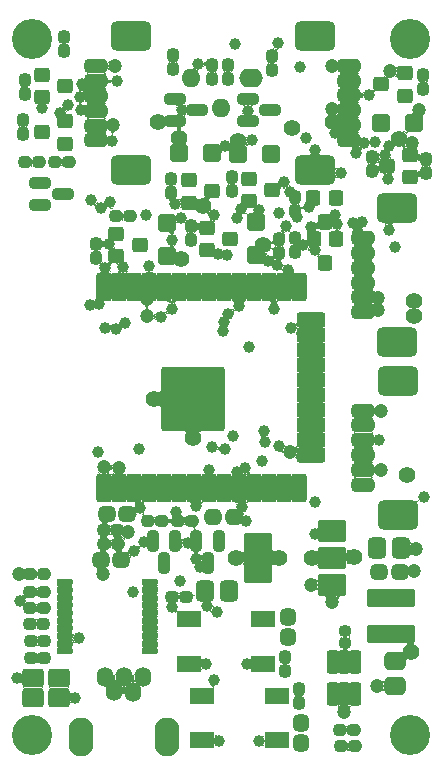
<source format=gbr>
G04 #@! TF.GenerationSoftware,KiCad,Pcbnew,6.0.4-6f826c9f35~116~ubuntu20.04.1*
G04 #@! TF.CreationDate,2022-06-15T17:18:02-05:00*
G04 #@! TF.ProjectId,strike-controller,73747269-6b65-42d6-936f-6e74726f6c6c,rev?*
G04 #@! TF.SameCoordinates,Original*
G04 #@! TF.FileFunction,Soldermask,Top*
G04 #@! TF.FilePolarity,Negative*
%FSLAX46Y46*%
G04 Gerber Fmt 4.6, Leading zero omitted, Abs format (unit mm)*
G04 Created by KiCad (PCBNEW 6.0.4-6f826c9f35~116~ubuntu20.04.1) date 2022-06-15 17:18:02*
%MOMM*%
%LPD*%
G01*
G04 APERTURE LIST*
G04 Aperture macros list*
%AMRoundRect*
0 Rectangle with rounded corners*
0 $1 Rounding radius*
0 $2 $3 $4 $5 $6 $7 $8 $9 X,Y pos of 4 corners*
0 Add a 4 corners polygon primitive as box body*
4,1,4,$2,$3,$4,$5,$6,$7,$8,$9,$2,$3,0*
0 Add four circle primitives for the rounded corners*
1,1,$1+$1,$2,$3*
1,1,$1+$1,$4,$5*
1,1,$1+$1,$6,$7*
1,1,$1+$1,$8,$9*
0 Add four rect primitives between the rounded corners*
20,1,$1+$1,$2,$3,$4,$5,0*
20,1,$1+$1,$4,$5,$6,$7,0*
20,1,$1+$1,$6,$7,$8,$9,0*
20,1,$1+$1,$8,$9,$2,$3,0*%
G04 Aperture macros list end*
%ADD10RoundRect,0.360000X0.197500X0.160000X-0.197500X0.160000X-0.197500X-0.160000X0.197500X-0.160000X0*%
%ADD11RoundRect,0.437500X0.300000X0.237500X-0.300000X0.237500X-0.300000X-0.237500X0.300000X-0.237500X0*%
%ADD12RoundRect,0.450000X-0.337500X-0.475000X0.337500X-0.475000X0.337500X0.475000X-0.337500X0.475000X0*%
%ADD13RoundRect,0.450000X0.337500X0.475000X-0.337500X0.475000X-0.337500X-0.475000X0.337500X-0.475000X0*%
%ADD14RoundRect,0.437500X0.237500X-0.287500X0.237500X0.287500X-0.237500X0.287500X-0.237500X-0.287500X0*%
%ADD15RoundRect,0.437500X-0.287500X-0.237500X0.287500X-0.237500X0.287500X0.237500X-0.287500X0.237500X0*%
%ADD16RoundRect,0.200000X0.550000X0.550000X-0.550000X0.550000X-0.550000X-0.550000X0.550000X-0.550000X0*%
%ADD17RoundRect,0.200000X-0.550000X-0.550000X0.550000X-0.550000X0.550000X0.550000X-0.550000X0.550000X0*%
%ADD18RoundRect,0.200000X0.550000X-0.550000X0.550000X0.550000X-0.550000X0.550000X-0.550000X-0.550000X0*%
%ADD19RoundRect,0.200000X0.450000X0.400000X-0.450000X0.400000X-0.450000X-0.400000X0.450000X-0.400000X0*%
%ADD20RoundRect,0.200000X-0.450000X-0.400000X0.450000X-0.400000X0.450000X0.400000X-0.450000X0.400000X0*%
%ADD21RoundRect,0.200000X-0.400000X0.450000X-0.400000X-0.450000X0.400000X-0.450000X0.400000X0.450000X0*%
%ADD22RoundRect,0.360000X-0.160000X0.197500X-0.160000X-0.197500X0.160000X-0.197500X0.160000X0.197500X0*%
%ADD23RoundRect,0.360000X-0.197500X-0.160000X0.197500X-0.160000X0.197500X0.160000X-0.197500X0.160000X0*%
%ADD24RoundRect,0.360000X0.160000X-0.197500X0.160000X0.197500X-0.160000X0.197500X-0.160000X-0.197500X0*%
%ADD25RoundRect,0.200000X1.000000X0.750000X-1.000000X0.750000X-1.000000X-0.750000X1.000000X-0.750000X0*%
%ADD26RoundRect,0.200000X1.000000X1.900000X-1.000000X1.900000X-1.000000X-1.900000X1.000000X-1.900000X0*%
%ADD27RoundRect,0.200000X-0.850000X-0.500000X0.850000X-0.500000X0.850000X0.500000X-0.850000X0.500000X0*%
%ADD28RoundRect,0.200000X0.450000X-1.000000X0.450000X1.000000X-0.450000X1.000000X-0.450000X-1.000000X0*%
%ADD29RoundRect,0.200000X1.000000X0.450000X-1.000000X0.450000X-1.000000X-0.450000X1.000000X-0.450000X0*%
%ADD30RoundRect,0.200000X2.500000X-2.500000X2.500000X2.500000X-2.500000X2.500000X-2.500000X-2.500000X0*%
%ADD31RoundRect,0.355000X0.212500X0.155000X-0.212500X0.155000X-0.212500X-0.155000X0.212500X-0.155000X0*%
%ADD32RoundRect,0.437500X-0.237500X0.287500X-0.237500X-0.287500X0.237500X-0.287500X0.237500X0.287500X0*%
%ADD33RoundRect,0.400000X0.600000X-0.200000X0.600000X0.200000X-0.600000X0.200000X-0.600000X-0.200000X0*%
%ADD34RoundRect,0.450000X1.250000X-0.800000X1.250000X0.800000X-1.250000X0.800000X-1.250000X-0.800000X0*%
%ADD35C,3.400000*%
%ADD36RoundRect,0.400000X-0.600000X0.200000X-0.600000X-0.200000X0.600000X-0.200000X0.600000X0.200000X0*%
%ADD37RoundRect,0.450000X-1.250000X0.800000X-1.250000X-0.800000X1.250000X-0.800000X1.250000X0.800000X0*%
%ADD38RoundRect,0.350000X-0.587500X-0.150000X0.587500X-0.150000X0.587500X0.150000X-0.587500X0.150000X0*%
%ADD39O,1.400000X1.700000*%
%ADD40O,2.100000X3.300000*%
%ADD41RoundRect,0.350000X-0.150000X0.587500X-0.150000X-0.587500X0.150000X-0.587500X0.150000X0.587500X0*%
%ADD42RoundRect,0.200000X1.850000X-0.550000X1.850000X0.550000X-1.850000X0.550000X-1.850000X-0.550000X0*%
%ADD43RoundRect,0.450000X-0.475000X0.337500X-0.475000X-0.337500X0.475000X-0.337500X0.475000X0.337500X0*%
%ADD44RoundRect,0.340000X-0.170000X0.140000X-0.170000X-0.140000X0.170000X-0.140000X0.170000X0.140000X0*%
%ADD45RoundRect,0.437500X-0.300000X-0.237500X0.300000X-0.237500X0.300000X0.237500X-0.300000X0.237500X0*%
%ADD46RoundRect,0.200000X0.325000X-0.780000X0.325000X0.780000X-0.325000X0.780000X-0.325000X-0.780000X0*%
%ADD47RoundRect,0.200000X0.700000X0.600000X-0.700000X0.600000X-0.700000X-0.600000X0.700000X-0.600000X0*%
%ADD48RoundRect,0.050800X-0.635000X0.162500X-0.635000X-0.162500X0.635000X-0.162500X0.635000X0.162500X0*%
%ADD49O,2.000000X1.600000*%
%ADD50O,1.600000X1.600000*%
%ADD51C,1.400000*%
%ADD52C,1.000000*%
%ADD53C,1.200000*%
G04 APERTURE END LIST*
D10*
X159847500Y-116880000D03*
X158652500Y-116880000D03*
D11*
X140582500Y-97180000D03*
X138857500Y-97180000D03*
D12*
X161692500Y-100110000D03*
X163767500Y-100110000D03*
D13*
X149207500Y-103690000D03*
X147132500Y-103690000D03*
D14*
X154220000Y-107640000D03*
X154220000Y-105890000D03*
D15*
X147820000Y-97430000D03*
X149570000Y-97430000D03*
D16*
X164840000Y-64130000D03*
X162040000Y-64130000D03*
D17*
X144990000Y-66660000D03*
X147790000Y-66660000D03*
D18*
X143897500Y-75382500D03*
X143897500Y-72582500D03*
X151450000Y-75290000D03*
X151450000Y-72490000D03*
D19*
X164070000Y-61780000D03*
X164070000Y-59880000D03*
X162070000Y-60830000D03*
X135340000Y-65840000D03*
X135340000Y-63940000D03*
X133340000Y-64890000D03*
D20*
X145770000Y-68930000D03*
X145770000Y-70830000D03*
X147770000Y-69880000D03*
D19*
X164530000Y-68660000D03*
X164530000Y-66760000D03*
X162530000Y-67710000D03*
D20*
X133340000Y-59990000D03*
X133340000Y-61890000D03*
X135340000Y-60940000D03*
X150870000Y-68820000D03*
X150870000Y-70720000D03*
X152870000Y-69770000D03*
D21*
X158250000Y-73940000D03*
X156350000Y-73940000D03*
X157300000Y-75940000D03*
D20*
X139630000Y-73480000D03*
X139630000Y-75380000D03*
X141630000Y-74430000D03*
D21*
X158230000Y-70440000D03*
X156330000Y-70440000D03*
X157280000Y-72440000D03*
D20*
X147300000Y-72970000D03*
X147300000Y-74870000D03*
X149300000Y-73920000D03*
D22*
X165650000Y-60025000D03*
X165650000Y-61220000D03*
D23*
X134455000Y-67420000D03*
X135650000Y-67420000D03*
D10*
X133090000Y-67430000D03*
X131895000Y-67430000D03*
D24*
X144285000Y-70042500D03*
X144285000Y-68847500D03*
X165860000Y-68297500D03*
X165860000Y-67102500D03*
X161260000Y-68167500D03*
X161260000Y-66972500D03*
D22*
X131890000Y-60445000D03*
X131890000Y-61640000D03*
D24*
X149407500Y-69847500D03*
X149407500Y-68652500D03*
X135210000Y-58017500D03*
X135210000Y-56822500D03*
D10*
X140785000Y-72000000D03*
X139590000Y-72000000D03*
D22*
X131740000Y-63840000D03*
X131740000Y-65035000D03*
X153420000Y-73872500D03*
X153420000Y-75067500D03*
X145940000Y-72820000D03*
X145940000Y-74015000D03*
D25*
X157950000Y-103220000D03*
D26*
X151650000Y-100920000D03*
D25*
X157950000Y-100920000D03*
X157950000Y-98620000D03*
D27*
X146930000Y-112565000D03*
X153230000Y-112565000D03*
X146930000Y-116365000D03*
X153230000Y-116365000D03*
X145770000Y-106100000D03*
X152070000Y-106100000D03*
X152070000Y-109900000D03*
X145770000Y-109900000D03*
D28*
X138600000Y-95000000D03*
X139870000Y-95000000D03*
X141140000Y-95000000D03*
X142410000Y-95000000D03*
X143680000Y-95000000D03*
X144950000Y-95000000D03*
X146220000Y-95000000D03*
X147490000Y-95000000D03*
X148760000Y-95000000D03*
X150030000Y-95000000D03*
X151300000Y-95000000D03*
X152570000Y-95000000D03*
X153840000Y-95000000D03*
X155110000Y-95000000D03*
D29*
X156110000Y-92215000D03*
X156110000Y-90945000D03*
X156110000Y-89675000D03*
X156110000Y-88405000D03*
X156110000Y-87135000D03*
X156110000Y-85865000D03*
X156110000Y-84595000D03*
X156110000Y-83325000D03*
X156110000Y-82055000D03*
X156110000Y-80785000D03*
D28*
X155110000Y-78000000D03*
X153840000Y-78000000D03*
X152570000Y-78000000D03*
X151300000Y-78000000D03*
X150030000Y-78000000D03*
X148760000Y-78000000D03*
X147490000Y-78000000D03*
X146220000Y-78000000D03*
X144950000Y-78000000D03*
X143680000Y-78000000D03*
X142410000Y-78000000D03*
X141140000Y-78000000D03*
X139870000Y-78000000D03*
X138600000Y-78000000D03*
D30*
X146100000Y-87500000D03*
D24*
X155100000Y-113200000D03*
X155100000Y-112005000D03*
D31*
X139705000Y-98550000D03*
X138570000Y-98550000D03*
X145537500Y-104210000D03*
X144402500Y-104210000D03*
D22*
X153970000Y-109272500D03*
X153970000Y-110467500D03*
D24*
X154810000Y-71547500D03*
X154810000Y-70352500D03*
D32*
X155302500Y-114870000D03*
X155302500Y-116620000D03*
D33*
X160570000Y-94700000D03*
X160570000Y-93450000D03*
X160570000Y-92200000D03*
X160570000Y-90950000D03*
X160570000Y-89700000D03*
X160570000Y-88450000D03*
D34*
X163470000Y-97250000D03*
X163470000Y-85900000D03*
D33*
X137960000Y-65555000D03*
X137960000Y-64305000D03*
X137960000Y-63055000D03*
X137960000Y-61805000D03*
X137960000Y-60555000D03*
X137960000Y-59305000D03*
D34*
X140860000Y-56755000D03*
X140860000Y-68105000D03*
D17*
X149980000Y-66690000D03*
X152780000Y-66690000D03*
D35*
X132525000Y-115900000D03*
X164490000Y-115900000D03*
X132500000Y-56950000D03*
X164480000Y-56940000D03*
D36*
X159370000Y-59250000D03*
X159370000Y-60500000D03*
X159370000Y-61750000D03*
X159370000Y-63000000D03*
X159370000Y-64250000D03*
X159370000Y-65500000D03*
D37*
X156470000Y-56700000D03*
X156470000Y-68050000D03*
D33*
X160550000Y-80110000D03*
X160550000Y-78860000D03*
X160550000Y-77610000D03*
X160550000Y-76360000D03*
X160550000Y-75110000D03*
X160550000Y-73860000D03*
D34*
X163450000Y-71310000D03*
X163450000Y-82660000D03*
D10*
X146070000Y-97790000D03*
X144875000Y-97790000D03*
D22*
X154770000Y-73855000D03*
X154770000Y-75050000D03*
D38*
X133222500Y-69150000D03*
X133222500Y-71050000D03*
X135097500Y-70100000D03*
D39*
X138667100Y-111025500D03*
X139454500Y-112219300D03*
X140267300Y-111025500D03*
X141080100Y-112244700D03*
X141867500Y-111025500D03*
D40*
X136635100Y-116080100D03*
X143924900Y-116080100D03*
D31*
X133560000Y-107960000D03*
X132425000Y-107960000D03*
D22*
X152810000Y-58400000D03*
X152810000Y-59595000D03*
D38*
X144635000Y-62040000D03*
X144635000Y-63940000D03*
X146510000Y-62990000D03*
D22*
X137940000Y-74365000D03*
X137940000Y-75560000D03*
D41*
X148330000Y-99460000D03*
X146430000Y-99460000D03*
X147380000Y-101335000D03*
D10*
X159792500Y-115492500D03*
X158597500Y-115492500D03*
D42*
X162910000Y-107330000D03*
X162900000Y-104330000D03*
D38*
X150755000Y-62040000D03*
X150755000Y-63940000D03*
X152630000Y-62990000D03*
D24*
X147760000Y-60355000D03*
X147760000Y-59160000D03*
D10*
X143537500Y-97800000D03*
X142342500Y-97800000D03*
D43*
X163230000Y-109645000D03*
X163230000Y-111720000D03*
D24*
X144440000Y-59505000D03*
X144440000Y-58310000D03*
D10*
X133505000Y-102290000D03*
X132310000Y-102290000D03*
D11*
X140072500Y-101090000D03*
X138347500Y-101090000D03*
D44*
X159040000Y-107120000D03*
X159040000Y-108080000D03*
D45*
X161927500Y-102110000D03*
X163652500Y-102110000D03*
D46*
X157990000Y-112470000D03*
X158940000Y-112470000D03*
X159890000Y-112470000D03*
X159890000Y-109770000D03*
X158940000Y-109770000D03*
X157990000Y-109770000D03*
D31*
X133480000Y-106480000D03*
X132345000Y-106480000D03*
D24*
X149090000Y-60375000D03*
X149090000Y-59180000D03*
D10*
X139770000Y-99720000D03*
X138575000Y-99720000D03*
D47*
X134800000Y-111090000D03*
X132600000Y-111090000D03*
X132600000Y-112790000D03*
X134800000Y-112790000D03*
D31*
X133540000Y-109410000D03*
X132405000Y-109410000D03*
D41*
X144650000Y-99505000D03*
X142750000Y-99505000D03*
X143700000Y-101380000D03*
D48*
X135280500Y-102985000D03*
X135280500Y-103635000D03*
X135280500Y-104285000D03*
X135280500Y-104935000D03*
X135280500Y-105585000D03*
X135280500Y-106235000D03*
X135280500Y-106885000D03*
X135280500Y-107535000D03*
X135280500Y-108185000D03*
X135280500Y-108835000D03*
X142519500Y-108835000D03*
X142519500Y-108185000D03*
X142519500Y-107535000D03*
X142519500Y-106885000D03*
X142519500Y-106235000D03*
X142519500Y-105585000D03*
X142519500Y-104935000D03*
X142519500Y-104285000D03*
X142519500Y-103635000D03*
X142519500Y-102985000D03*
D23*
X132330000Y-103760000D03*
X133525000Y-103760000D03*
X132340000Y-105120000D03*
X133535000Y-105120000D03*
D49*
X151030000Y-60310000D03*
D50*
X148490000Y-62850000D03*
X145950000Y-60310000D03*
D51*
X159750000Y-100830000D03*
X149810000Y-100920000D03*
D52*
X161010000Y-61750000D03*
X161540000Y-65660000D03*
X153980000Y-72810000D03*
X151720831Y-71418054D03*
X160120000Y-73280000D03*
X153380000Y-71700000D03*
X158140000Y-64980000D03*
X153850000Y-69120000D03*
X149830000Y-72130000D03*
X150020000Y-79600000D03*
X151110000Y-65510000D03*
X155720133Y-65322333D03*
X145170000Y-62970000D03*
X162737263Y-66044796D03*
X146560000Y-59080000D03*
X139670000Y-60560000D03*
X144630000Y-70930000D03*
X145140000Y-72140000D03*
X142190000Y-71880000D03*
X153210000Y-76090000D03*
X158190000Y-71860000D03*
X154961452Y-72015558D03*
X137540000Y-70610000D03*
X154168090Y-76514500D03*
X154450000Y-81480000D03*
X144340000Y-79820000D03*
X139060000Y-74350000D03*
X148800000Y-80940000D03*
X138370000Y-71260000D03*
X139120000Y-70820000D03*
X152454273Y-75793488D03*
X147930000Y-71870000D03*
X136560000Y-61850000D03*
X136660000Y-63030000D03*
X135548556Y-62553490D03*
X136741858Y-60759392D03*
X152990000Y-79830000D03*
X150870000Y-83060000D03*
X154360486Y-69904367D03*
X162380000Y-66820000D03*
X158680000Y-68300000D03*
X160619446Y-65761912D03*
X155453302Y-74442840D03*
X159680000Y-72570000D03*
X150210000Y-71370000D03*
X156470000Y-66350000D03*
X159960000Y-66670000D03*
X162640000Y-68830000D03*
X162700000Y-73140000D03*
X140203279Y-76294253D03*
X144401693Y-73983489D03*
X143400000Y-80500000D03*
X148639400Y-81712159D03*
X142450000Y-76220000D03*
X153410000Y-91420000D03*
X140390000Y-81060000D03*
X141570000Y-91690000D03*
X146420000Y-96540000D03*
X156500000Y-96150000D03*
X150270000Y-96590000D03*
X149830000Y-93680000D03*
X150570000Y-93280000D03*
X152170000Y-90160000D03*
X149076179Y-80243237D03*
X147730000Y-91560000D03*
X147510000Y-93440000D03*
X148840000Y-66020000D03*
X149040000Y-75280000D03*
X156090000Y-72880000D03*
X158363767Y-72623767D03*
X155993918Y-71182905D03*
X156440000Y-74880000D03*
X152220000Y-91100000D03*
X152000000Y-92700000D03*
D53*
X162050000Y-88450000D03*
X162020000Y-93440000D03*
X138535980Y-102257502D03*
X156140000Y-103200000D03*
X161765500Y-78880000D03*
D52*
X151760000Y-116380000D03*
D53*
X138570000Y-93230000D03*
D52*
X147360000Y-104960000D03*
X133330000Y-62795500D03*
X134889052Y-63264500D03*
X148249794Y-75158430D03*
D51*
X143210000Y-64010000D03*
X146100000Y-90770000D03*
D52*
X136180000Y-112770000D03*
X144330000Y-105050000D03*
X138195500Y-79433387D03*
X150730000Y-109920000D03*
D53*
X164810000Y-102040000D03*
X139380000Y-64280000D03*
D52*
X148380000Y-116380000D03*
D53*
X164655679Y-65779155D03*
D51*
X142840000Y-87440000D03*
D53*
X154320000Y-91960000D03*
D52*
X150790000Y-63060000D03*
X144720000Y-97000000D03*
D53*
X161710000Y-111750000D03*
X162818074Y-59712672D03*
X139560000Y-59230000D03*
D51*
X146970000Y-71140000D03*
D52*
X138720000Y-76400000D03*
D53*
X158950000Y-113940000D03*
D52*
X136450000Y-107680000D03*
D53*
X165040000Y-100120000D03*
D52*
X147220000Y-109910000D03*
D53*
X157940000Y-104610000D03*
D52*
X131200000Y-111100000D03*
X146370177Y-101046969D03*
X148870000Y-91725989D03*
X145076270Y-102866270D03*
X156440000Y-98860000D03*
X131510000Y-104570000D03*
X141060000Y-103800000D03*
D51*
X164870000Y-79200000D03*
D53*
X161773056Y-79913056D03*
D52*
X139280000Y-65580000D03*
D51*
X144960000Y-65350000D03*
D53*
X165265500Y-62985089D03*
D51*
X164580000Y-108910000D03*
D53*
X157924814Y-62923341D03*
D51*
X149920000Y-65590000D03*
X164840000Y-80400000D03*
X164300000Y-93890000D03*
X145160000Y-75590000D03*
X152079175Y-74457059D03*
X163620000Y-65410000D03*
D53*
X157900000Y-59270000D03*
D51*
X157990398Y-63970793D03*
X154518216Y-64515500D03*
D52*
X141620000Y-96730000D03*
X146700000Y-101720000D03*
X148170000Y-105480000D03*
X147960000Y-111230000D03*
X141170000Y-100360000D03*
X145710000Y-99670000D03*
X139600000Y-81570000D03*
X163274500Y-74580000D03*
X160470000Y-72500000D03*
X165660000Y-95770000D03*
X149690000Y-57400000D03*
D53*
X142240000Y-79020000D03*
X142260000Y-80400000D03*
D52*
X153330000Y-57350000D03*
X155160000Y-59340000D03*
X149560000Y-90620000D03*
D53*
X140610000Y-98740000D03*
X139850000Y-93330000D03*
X131390000Y-102290000D03*
D51*
X156230000Y-100920000D03*
D52*
X161900000Y-90950000D03*
X150640000Y-97760000D03*
D51*
X153420000Y-100910000D03*
D52*
X142000000Y-99530000D03*
X138647649Y-81430116D03*
X138110000Y-91920000D03*
X137397793Y-79486930D03*
G36*
X159153442Y-116528241D02*
G01*
X159207110Y-116568370D01*
X159276194Y-116573272D01*
X159337160Y-116539939D01*
X159345039Y-116530845D01*
X159346929Y-116530191D01*
X159348441Y-116531501D01*
X159348348Y-116533033D01*
X159306938Y-116617750D01*
X159292000Y-116720145D01*
X159292000Y-117039853D01*
X159307118Y-117142852D01*
X159349551Y-117229276D01*
X159349417Y-117231271D01*
X159347622Y-117232152D01*
X159346558Y-117231759D01*
X159292890Y-117191630D01*
X159223806Y-117186728D01*
X159162840Y-117220061D01*
X159154961Y-117229155D01*
X159153071Y-117229809D01*
X159151559Y-117228499D01*
X159151652Y-117226967D01*
X159193062Y-117142250D01*
X159208000Y-117039855D01*
X159208000Y-116720147D01*
X159192882Y-116617148D01*
X159150449Y-116530724D01*
X159150583Y-116528729D01*
X159152378Y-116527848D01*
X159153442Y-116528241D01*
G37*
G36*
X147981531Y-116672062D02*
G01*
X148048081Y-116751232D01*
X148149665Y-116818853D01*
X148150553Y-116820645D01*
X148149445Y-116822310D01*
X148148137Y-116822473D01*
X148087126Y-116809352D01*
X148022294Y-116833710D01*
X147980809Y-116889403D01*
X147974915Y-116913204D01*
X147974787Y-116913568D01*
X147970485Y-116922793D01*
X147968846Y-116923940D01*
X147967034Y-116923095D01*
X147966710Y-116921558D01*
X147978000Y-116864801D01*
X147978000Y-116673349D01*
X147979000Y-116671617D01*
X147981000Y-116671617D01*
X147981531Y-116672062D01*
G37*
G36*
X152181655Y-116647160D02*
G01*
X152182000Y-116648283D01*
X152182000Y-116864801D01*
X152193290Y-116921558D01*
X152192647Y-116923452D01*
X152190685Y-116923842D01*
X152189515Y-116922793D01*
X152185681Y-116914572D01*
X152185511Y-116913988D01*
X152184537Y-116906593D01*
X152156397Y-116842980D01*
X152098586Y-116804846D01*
X152029131Y-116804019D01*
X152007202Y-116812521D01*
X151996736Y-116817785D01*
X151994739Y-116817670D01*
X151993840Y-116815883D01*
X151994791Y-116814294D01*
X152078092Y-116763147D01*
X152172844Y-116658466D01*
X152178200Y-116647411D01*
X152179855Y-116646288D01*
X152181655Y-116647160D01*
G37*
G36*
X152182797Y-115856429D02*
G01*
X152183379Y-115858267D01*
X152182000Y-115865199D01*
X152182000Y-116109192D01*
X152181000Y-116110924D01*
X152179000Y-116110924D01*
X152178485Y-116110498D01*
X152087359Y-116004740D01*
X152000719Y-115948582D01*
X151999810Y-115946801D01*
X152000897Y-115945123D01*
X152002207Y-115944944D01*
X152069145Y-115958609D01*
X152133720Y-115933574D01*
X152174620Y-115877449D01*
X152179473Y-115857406D01*
X152180853Y-115855958D01*
X152182797Y-115856429D01*
G37*
G36*
X147970485Y-115807207D02*
G01*
X147974319Y-115815428D01*
X147974489Y-115816012D01*
X147977922Y-115842089D01*
X148006061Y-115905702D01*
X148063872Y-115943836D01*
X148133322Y-115944664D01*
X148147733Y-115938990D01*
X148149711Y-115939286D01*
X148150444Y-115941147D01*
X148149533Y-115942542D01*
X148057251Y-116000768D01*
X147981499Y-116086541D01*
X147979603Y-116087177D01*
X147978104Y-116085853D01*
X147978000Y-116085217D01*
X147978000Y-115865199D01*
X147966710Y-115808442D01*
X147967353Y-115806548D01*
X147969315Y-115806158D01*
X147970485Y-115807207D01*
G37*
G36*
X159098442Y-115140741D02*
G01*
X159152110Y-115180870D01*
X159221194Y-115185772D01*
X159282160Y-115152439D01*
X159290039Y-115143345D01*
X159291929Y-115142691D01*
X159293441Y-115144001D01*
X159293348Y-115145533D01*
X159251938Y-115230250D01*
X159237000Y-115332645D01*
X159237000Y-115652353D01*
X159252118Y-115755352D01*
X159294551Y-115841776D01*
X159294417Y-115843771D01*
X159292622Y-115844652D01*
X159291558Y-115844259D01*
X159237890Y-115804130D01*
X159168806Y-115799228D01*
X159107840Y-115832561D01*
X159099961Y-115841655D01*
X159098071Y-115842309D01*
X159096559Y-115840999D01*
X159096652Y-115839467D01*
X159138062Y-115754750D01*
X159153000Y-115652355D01*
X159153000Y-115332647D01*
X159137882Y-115229648D01*
X159095449Y-115143224D01*
X159095583Y-115141229D01*
X159097378Y-115140348D01*
X159098442Y-115140741D01*
G37*
G36*
X158466663Y-113377471D02*
G01*
X158475021Y-113389979D01*
X158539242Y-113432891D01*
X158612535Y-113447470D01*
X158614039Y-113448789D01*
X158613649Y-113450751D01*
X158613363Y-113451019D01*
X158527163Y-113517163D01*
X158438849Y-113632256D01*
X158437001Y-113633021D01*
X158435414Y-113631803D01*
X158435344Y-113630472D01*
X158452219Y-113573271D01*
X158432790Y-113506793D01*
X158380501Y-113461369D01*
X158316169Y-113451686D01*
X158314605Y-113450439D01*
X158314903Y-113448461D01*
X158316077Y-113447746D01*
X158390758Y-113432891D01*
X158454979Y-113389979D01*
X158463337Y-113377471D01*
X158465131Y-113376586D01*
X158466663Y-113377471D01*
G37*
G36*
X159416663Y-113377471D02*
G01*
X159425021Y-113389979D01*
X159489242Y-113432891D01*
X159565199Y-113448000D01*
X159571498Y-113448000D01*
X159573230Y-113449000D01*
X159573230Y-113451000D01*
X159572061Y-113451919D01*
X159505046Y-113471596D01*
X159459691Y-113523939D01*
X159449823Y-113592575D01*
X159462751Y-113627920D01*
X159462407Y-113629890D01*
X159460529Y-113630577D01*
X159459286Y-113629825D01*
X159372837Y-113517163D01*
X159282520Y-113447860D01*
X159281755Y-113446012D01*
X159282973Y-113444425D01*
X159283348Y-113444311D01*
X159340758Y-113432891D01*
X159404979Y-113389979D01*
X159413337Y-113377471D01*
X159415131Y-113376586D01*
X159416663Y-113377471D01*
G37*
G36*
X135701831Y-112907248D02*
G01*
X135757229Y-113033151D01*
X135848081Y-113141232D01*
X135930223Y-113195911D01*
X135931111Y-113197703D01*
X135930003Y-113199368D01*
X135928161Y-113199334D01*
X135883940Y-113175324D01*
X135815939Y-113160700D01*
X135751106Y-113185058D01*
X135709664Y-113240693D01*
X135701969Y-113283634D01*
X135700679Y-113285162D01*
X135698710Y-113284810D01*
X135698000Y-113283281D01*
X135698000Y-112908053D01*
X135699000Y-112906321D01*
X135701000Y-112906321D01*
X135701831Y-112907248D01*
G37*
G36*
X155451271Y-112503083D02*
G01*
X155452152Y-112504878D01*
X155451759Y-112505942D01*
X155411630Y-112559610D01*
X155406728Y-112628694D01*
X155440061Y-112689660D01*
X155449155Y-112697539D01*
X155449809Y-112699429D01*
X155448499Y-112700941D01*
X155446967Y-112700848D01*
X155362250Y-112659438D01*
X155259855Y-112644500D01*
X154940147Y-112644500D01*
X154837148Y-112659618D01*
X154750724Y-112702051D01*
X154748729Y-112701917D01*
X154747848Y-112700122D01*
X154748241Y-112699058D01*
X154788370Y-112645390D01*
X154793272Y-112576306D01*
X154759939Y-112515340D01*
X154750845Y-112507461D01*
X154750191Y-112505571D01*
X154751501Y-112504059D01*
X154753033Y-112504152D01*
X154837750Y-112545562D01*
X154940145Y-112560500D01*
X155259853Y-112560500D01*
X155362852Y-112545382D01*
X155449276Y-112502949D01*
X155451271Y-112503083D01*
G37*
G36*
X135701919Y-112255743D02*
G01*
X135721595Y-112322755D01*
X135773938Y-112368110D01*
X135842489Y-112377966D01*
X135883542Y-112359134D01*
X135885533Y-112359321D01*
X135886153Y-112360035D01*
X135886888Y-112361458D01*
X135938190Y-112334980D01*
X135940188Y-112335074D01*
X135941105Y-112336851D01*
X135940174Y-112338448D01*
X135857251Y-112390768D01*
X135763784Y-112496599D01*
X135703780Y-112624404D01*
X135701976Y-112635990D01*
X135700722Y-112637547D01*
X135698745Y-112637240D01*
X135698000Y-112635682D01*
X135698000Y-112256306D01*
X135699000Y-112254574D01*
X135701000Y-112254574D01*
X135701919Y-112255743D01*
G37*
G36*
X140430557Y-111849953D02*
G01*
X140430969Y-111852057D01*
X140404044Y-111921117D01*
X140382137Y-112087507D01*
X140382100Y-112094710D01*
X140382100Y-112394576D01*
X140400888Y-112549831D01*
X140400103Y-112551670D01*
X140398117Y-112551911D01*
X140397006Y-112550709D01*
X140395252Y-112545497D01*
X140395160Y-112545075D01*
X140388576Y-112484471D01*
X140361886Y-112420237D01*
X140304952Y-112380801D01*
X140235735Y-112378405D01*
X140176192Y-112413823D01*
X140146170Y-112470895D01*
X140141038Y-112493853D01*
X140139684Y-112495325D01*
X140137732Y-112494889D01*
X140137103Y-112493156D01*
X140152463Y-112376493D01*
X140152500Y-112369290D01*
X140152500Y-112069424D01*
X140132337Y-111902806D01*
X140114171Y-111854731D01*
X140114494Y-111852757D01*
X140116529Y-111852084D01*
X140179820Y-111867981D01*
X140347523Y-111868860D01*
X140428639Y-111849385D01*
X140430557Y-111849953D01*
G37*
G36*
X162306218Y-111786391D02*
G01*
X162307000Y-111787978D01*
X162307000Y-112057407D01*
X162314939Y-112141389D01*
X162341575Y-112217237D01*
X162341205Y-112219203D01*
X162339318Y-112219866D01*
X162337840Y-112218665D01*
X162334830Y-112211399D01*
X162291186Y-112157240D01*
X162225471Y-112135368D01*
X162158186Y-112152541D01*
X162146671Y-112161263D01*
X162144686Y-112161512D01*
X162143479Y-112159918D01*
X162143876Y-112158451D01*
X162227869Y-112048990D01*
X162287606Y-111904769D01*
X162303017Y-111787717D01*
X162304235Y-111786130D01*
X162306218Y-111786391D01*
G37*
G36*
X133980732Y-111843818D02*
G01*
X134024242Y-111872891D01*
X134100199Y-111888000D01*
X135499801Y-111888000D01*
X135575758Y-111872891D01*
X135619268Y-111843818D01*
X135621264Y-111843687D01*
X135622375Y-111845350D01*
X135621793Y-111846895D01*
X135615865Y-111852823D01*
X135582531Y-111913872D01*
X135587477Y-111983031D01*
X135615816Y-112027128D01*
X135621793Y-112033105D01*
X135622311Y-112035037D01*
X135620897Y-112036451D01*
X135619268Y-112036182D01*
X135575758Y-112007109D01*
X135499801Y-111992000D01*
X134100199Y-111992000D01*
X134024242Y-112007109D01*
X133980732Y-112036182D01*
X133978736Y-112036313D01*
X133977625Y-112034650D01*
X133978207Y-112033105D01*
X133984135Y-112027177D01*
X134017469Y-111966128D01*
X134012523Y-111896969D01*
X133984184Y-111852872D01*
X133978207Y-111846895D01*
X133977689Y-111844963D01*
X133979103Y-111843549D01*
X133980732Y-111843818D01*
G37*
G36*
X131780732Y-111843818D02*
G01*
X131824242Y-111872891D01*
X131900199Y-111888000D01*
X133299801Y-111888000D01*
X133375758Y-111872891D01*
X133419268Y-111843818D01*
X133421264Y-111843687D01*
X133422375Y-111845350D01*
X133421793Y-111846895D01*
X133415865Y-111852823D01*
X133382531Y-111913872D01*
X133387477Y-111983031D01*
X133415816Y-112027128D01*
X133421793Y-112033105D01*
X133422311Y-112035037D01*
X133420897Y-112036451D01*
X133419268Y-112036182D01*
X133375758Y-112007109D01*
X133299801Y-111992000D01*
X131900199Y-111992000D01*
X131824242Y-112007109D01*
X131780732Y-112036182D01*
X131778736Y-112036313D01*
X131777625Y-112034650D01*
X131778207Y-112033105D01*
X131784135Y-112027177D01*
X131817469Y-111966128D01*
X131812523Y-111896969D01*
X131784184Y-111852872D01*
X131778207Y-111846895D01*
X131777689Y-111844963D01*
X131779103Y-111843549D01*
X131780732Y-111843818D01*
G37*
G36*
X147652791Y-111617681D02*
G01*
X147745614Y-111679470D01*
X147880380Y-111721573D01*
X148013681Y-111724016D01*
X148015394Y-111725048D01*
X148015357Y-111727048D01*
X148014091Y-111727966D01*
X147999821Y-111731234D01*
X148000087Y-111732394D01*
X147999498Y-111734305D01*
X147998670Y-111734768D01*
X147954298Y-111747041D01*
X147908124Y-111798661D01*
X147897189Y-111867050D01*
X147920895Y-111921201D01*
X147920674Y-111923189D01*
X147918842Y-111923991D01*
X147917952Y-111923666D01*
X147855758Y-111882109D01*
X147779801Y-111867000D01*
X147598958Y-111867000D01*
X147597226Y-111866000D01*
X147597226Y-111864000D01*
X147598395Y-111863081D01*
X147665410Y-111843404D01*
X147710765Y-111791061D01*
X147720622Y-111722508D01*
X147691804Y-111659406D01*
X147679761Y-111649727D01*
X147679037Y-111647862D01*
X147679345Y-111647219D01*
X147650337Y-111620825D01*
X147649729Y-111618920D01*
X147651075Y-111617441D01*
X147652791Y-111617681D01*
G37*
G36*
X162341272Y-111220890D02*
G01*
X162341572Y-111222771D01*
X162314939Y-111298611D01*
X162307000Y-111382593D01*
X162307000Y-111712022D01*
X162306000Y-111713754D01*
X162304000Y-111713754D01*
X162303017Y-111712283D01*
X162287606Y-111595231D01*
X162227869Y-111451010D01*
X162132837Y-111327163D01*
X162121493Y-111318458D01*
X162120728Y-111316610D01*
X162121946Y-111315023D01*
X162123676Y-111315119D01*
X162176891Y-111344418D01*
X162245988Y-111339718D01*
X162301712Y-111298307D01*
X162317120Y-111271357D01*
X162337837Y-111221343D01*
X162339424Y-111220125D01*
X162341272Y-111220890D01*
G37*
G36*
X131701457Y-110601723D02*
G01*
X131702000Y-110603093D01*
X131702000Y-111595690D01*
X131701000Y-111597422D01*
X131699000Y-111597422D01*
X131698081Y-111596253D01*
X131678405Y-111529241D01*
X131626062Y-111483886D01*
X131557505Y-111474029D01*
X131494907Y-111502347D01*
X131477490Y-111517222D01*
X131477090Y-111517488D01*
X131436740Y-111537782D01*
X131434743Y-111537667D01*
X131433844Y-111535880D01*
X131434795Y-111534291D01*
X131518092Y-111483147D01*
X131612844Y-111378466D01*
X131674407Y-111251402D01*
X131697853Y-111112039D01*
X131697998Y-111100131D01*
X131677964Y-110960235D01*
X131619523Y-110831703D01*
X131527359Y-110724740D01*
X131444817Y-110671239D01*
X131443908Y-110669458D01*
X131444995Y-110667780D01*
X131446841Y-110667793D01*
X131485770Y-110688405D01*
X131486164Y-110688680D01*
X131492961Y-110694736D01*
X131555833Y-110724503D01*
X131624513Y-110715595D01*
X131677470Y-110670971D01*
X131698085Y-110602516D01*
X131699542Y-110601146D01*
X131701457Y-110601723D01*
G37*
G36*
X140950394Y-110719490D02*
G01*
X140952562Y-110725932D01*
X140992422Y-110782935D01*
X141056494Y-110809226D01*
X141124612Y-110796701D01*
X141175245Y-110749244D01*
X141184237Y-110726471D01*
X141185803Y-110725227D01*
X141187663Y-110725961D01*
X141188080Y-110727466D01*
X141169537Y-110868307D01*
X141169500Y-110875510D01*
X141169500Y-111175376D01*
X141189663Y-111341994D01*
X141215770Y-111411084D01*
X141215447Y-111413058D01*
X141213412Y-111413731D01*
X141167580Y-111402219D01*
X140999877Y-111401340D01*
X140918761Y-111420815D01*
X140916843Y-111420247D01*
X140916431Y-111418143D01*
X140943356Y-111349083D01*
X140965263Y-111182693D01*
X140965300Y-111175490D01*
X140965300Y-110875624D01*
X140946512Y-110720368D01*
X140947297Y-110718529D01*
X140949283Y-110718288D01*
X140950394Y-110719490D01*
G37*
G36*
X139350194Y-110719490D02*
G01*
X139352362Y-110725932D01*
X139392222Y-110782935D01*
X139456294Y-110809226D01*
X139524412Y-110796701D01*
X139575045Y-110749244D01*
X139584037Y-110726471D01*
X139585603Y-110725227D01*
X139587463Y-110725961D01*
X139587880Y-110727466D01*
X139569337Y-110868307D01*
X139569300Y-110875510D01*
X139569300Y-111175376D01*
X139589463Y-111341994D01*
X139607629Y-111390069D01*
X139607306Y-111392043D01*
X139605271Y-111392716D01*
X139541980Y-111376819D01*
X139374277Y-111375940D01*
X139332110Y-111386064D01*
X139330192Y-111385496D01*
X139329780Y-111383392D01*
X139343156Y-111349083D01*
X139365063Y-111182693D01*
X139365100Y-111175490D01*
X139365100Y-110875624D01*
X139346312Y-110720368D01*
X139347097Y-110718529D01*
X139349083Y-110718288D01*
X139350194Y-110719490D01*
G37*
G36*
X146821531Y-110202062D02*
G01*
X146888081Y-110281232D01*
X146990110Y-110349149D01*
X146990998Y-110350941D01*
X146989890Y-110352606D01*
X146988582Y-110352769D01*
X146927741Y-110339686D01*
X146862908Y-110364044D01*
X146821424Y-110419737D01*
X146814842Y-110446317D01*
X146814490Y-110448985D01*
X146814320Y-110449569D01*
X146810486Y-110457792D01*
X146808847Y-110458939D01*
X146807035Y-110458094D01*
X146806711Y-110456557D01*
X146818000Y-110399801D01*
X146818000Y-110203349D01*
X146819000Y-110201617D01*
X146821000Y-110201617D01*
X146821531Y-110202062D01*
G37*
G36*
X154321271Y-109770583D02*
G01*
X154322152Y-109772378D01*
X154321759Y-109773442D01*
X154281630Y-109827110D01*
X154276728Y-109896194D01*
X154310061Y-109957160D01*
X154319155Y-109965039D01*
X154319809Y-109966929D01*
X154318499Y-109968441D01*
X154316967Y-109968348D01*
X154232250Y-109926938D01*
X154129855Y-109912000D01*
X153810147Y-109912000D01*
X153707148Y-109927118D01*
X153620724Y-109969551D01*
X153618729Y-109969417D01*
X153617848Y-109967622D01*
X153618241Y-109966558D01*
X153658370Y-109912890D01*
X153663272Y-109843806D01*
X153629939Y-109782840D01*
X153620845Y-109774961D01*
X153620191Y-109773071D01*
X153621501Y-109771559D01*
X153623033Y-109771652D01*
X153707750Y-109813062D01*
X153810145Y-109828000D01*
X154129853Y-109828000D01*
X154232852Y-109812882D01*
X154319276Y-109770449D01*
X154321271Y-109770583D01*
G37*
G36*
X132973740Y-109563430D02*
G01*
X132974479Y-109564710D01*
X132989407Y-109666415D01*
X133040497Y-109770474D01*
X133098907Y-109828782D01*
X133099426Y-109830713D01*
X133098013Y-109832128D01*
X133096295Y-109831797D01*
X133076178Y-109816720D01*
X133075777Y-109816319D01*
X133071101Y-109810079D01*
X133015391Y-109768422D01*
X132946307Y-109763519D01*
X132885342Y-109796851D01*
X132874022Y-109809916D01*
X132869223Y-109816319D01*
X132868822Y-109816720D01*
X132848949Y-109831614D01*
X132846964Y-109831853D01*
X132845764Y-109830253D01*
X132846335Y-109828601D01*
X132904860Y-109769974D01*
X132955771Y-109665821D01*
X132970521Y-109564711D01*
X132971760Y-109563142D01*
X132973740Y-109563430D01*
G37*
G36*
X164156346Y-109461364D02*
G01*
X164175669Y-109478946D01*
X164319301Y-109556933D01*
X164320346Y-109558639D01*
X164319392Y-109560396D01*
X164318081Y-109560673D01*
X164261349Y-109553066D01*
X164198627Y-109582435D01*
X164161656Y-109641187D01*
X164156981Y-109674833D01*
X164155752Y-109676411D01*
X164153771Y-109676136D01*
X164153000Y-109674558D01*
X164153000Y-109462843D01*
X164154000Y-109461111D01*
X164156000Y-109461111D01*
X164156346Y-109461364D01*
G37*
G36*
X146810485Y-109342207D02*
G01*
X146814319Y-109350428D01*
X146814489Y-109351012D01*
X146817306Y-109372408D01*
X146845444Y-109436019D01*
X146903258Y-109474155D01*
X146972707Y-109474982D01*
X146987413Y-109469192D01*
X146989391Y-109469488D01*
X146990124Y-109471349D01*
X146989213Y-109472744D01*
X146897251Y-109530768D01*
X146821499Y-109616541D01*
X146819603Y-109617177D01*
X146818104Y-109615853D01*
X146818000Y-109615217D01*
X146818000Y-109400199D01*
X146806710Y-109343442D01*
X146807353Y-109341548D01*
X146809315Y-109341158D01*
X146810485Y-109342207D01*
G37*
G36*
X132848705Y-108988203D02*
G01*
X132868822Y-109003280D01*
X132869223Y-109003681D01*
X132873899Y-109009921D01*
X132929609Y-109051578D01*
X132998693Y-109056481D01*
X133059658Y-109023149D01*
X133070978Y-109010084D01*
X133075777Y-109003681D01*
X133076178Y-109003280D01*
X133096051Y-108988386D01*
X133098036Y-108988147D01*
X133099236Y-108989747D01*
X133098665Y-108991399D01*
X133040140Y-109050026D01*
X132989229Y-109154179D01*
X132974479Y-109255289D01*
X132973240Y-109256858D01*
X132971260Y-109256570D01*
X132970521Y-109255290D01*
X132955593Y-109153585D01*
X132904503Y-109049526D01*
X132846093Y-108991218D01*
X132845574Y-108989287D01*
X132846987Y-108987872D01*
X132848705Y-108988203D01*
G37*
G36*
X158870132Y-108558000D02*
G01*
X159209868Y-108558000D01*
X159277517Y-108549094D01*
X159279365Y-108549859D01*
X159279626Y-108551842D01*
X159278441Y-108552964D01*
X159272247Y-108555139D01*
X159215770Y-108595742D01*
X159190322Y-108660155D01*
X159203736Y-108728101D01*
X159251824Y-108778080D01*
X159296869Y-108793257D01*
X159313987Y-108795511D01*
X159314571Y-108795681D01*
X159322792Y-108799514D01*
X159323939Y-108801153D01*
X159323094Y-108802965D01*
X159321557Y-108803289D01*
X159264801Y-108792000D01*
X158749380Y-108792000D01*
X158747648Y-108791000D01*
X158747648Y-108789000D01*
X158748817Y-108788081D01*
X158815829Y-108768405D01*
X158861184Y-108716062D01*
X158871041Y-108647509D01*
X158842259Y-108584485D01*
X158794244Y-108551829D01*
X158793374Y-108550028D01*
X158794499Y-108548374D01*
X158795630Y-108548192D01*
X158870132Y-108558000D01*
G37*
G36*
X143169287Y-108394339D02*
G01*
X143169677Y-108396301D01*
X143168894Y-108397321D01*
X143155104Y-108406535D01*
X143156357Y-108408409D01*
X143156488Y-108410404D01*
X143155621Y-108411292D01*
X143135998Y-108421560D01*
X143101734Y-108481748D01*
X143105449Y-108550906D01*
X143145999Y-108607124D01*
X143154084Y-108610816D01*
X143155244Y-108612445D01*
X143155004Y-108613398D01*
X143168894Y-108622679D01*
X143169779Y-108624473D01*
X143168668Y-108626136D01*
X143167393Y-108626304D01*
X143154301Y-108623700D01*
X141884699Y-108623700D01*
X141871607Y-108626304D01*
X141869713Y-108625661D01*
X141869323Y-108623699D01*
X141870106Y-108622679D01*
X141883896Y-108613465D01*
X141882643Y-108611591D01*
X141882512Y-108609596D01*
X141883379Y-108608708D01*
X141903002Y-108598440D01*
X141937266Y-108538252D01*
X141933551Y-108469094D01*
X141893001Y-108412876D01*
X141884916Y-108409184D01*
X141883756Y-108407555D01*
X141883996Y-108406602D01*
X141870106Y-108397321D01*
X141869221Y-108395527D01*
X141870332Y-108393864D01*
X141871607Y-108393696D01*
X141884699Y-108396300D01*
X143154301Y-108396300D01*
X143167393Y-108393696D01*
X143169287Y-108394339D01*
G37*
G36*
X135930287Y-108394339D02*
G01*
X135930677Y-108396301D01*
X135929894Y-108397321D01*
X135916104Y-108406535D01*
X135917357Y-108408409D01*
X135917488Y-108410404D01*
X135916621Y-108411292D01*
X135896998Y-108421560D01*
X135862734Y-108481748D01*
X135866449Y-108550906D01*
X135906999Y-108607124D01*
X135915084Y-108610816D01*
X135916244Y-108612445D01*
X135916004Y-108613398D01*
X135929894Y-108622679D01*
X135930779Y-108624473D01*
X135929668Y-108626136D01*
X135928393Y-108626304D01*
X135915301Y-108623700D01*
X134645699Y-108623700D01*
X134632607Y-108626304D01*
X134630713Y-108625661D01*
X134630323Y-108623699D01*
X134631106Y-108622679D01*
X134644896Y-108613465D01*
X134643643Y-108611591D01*
X134643512Y-108609596D01*
X134644379Y-108608708D01*
X134664002Y-108598440D01*
X134698266Y-108538252D01*
X134694551Y-108469094D01*
X134654001Y-108412876D01*
X134645916Y-108409184D01*
X134644756Y-108407555D01*
X134644996Y-108406602D01*
X134631106Y-108397321D01*
X134630221Y-108395527D01*
X134631332Y-108393864D01*
X134632607Y-108393696D01*
X134645699Y-108396300D01*
X135915301Y-108396300D01*
X135928393Y-108393696D01*
X135930287Y-108394339D01*
G37*
G36*
X132993740Y-108113430D02*
G01*
X132994479Y-108114710D01*
X133009407Y-108216415D01*
X133060497Y-108320474D01*
X133118907Y-108378782D01*
X133119426Y-108380713D01*
X133118013Y-108382128D01*
X133116295Y-108381797D01*
X133096178Y-108366720D01*
X133095777Y-108366319D01*
X133091101Y-108360079D01*
X133035391Y-108318422D01*
X132966307Y-108313519D01*
X132905342Y-108346851D01*
X132894022Y-108359916D01*
X132889223Y-108366319D01*
X132888822Y-108366720D01*
X132868949Y-108381614D01*
X132866964Y-108381853D01*
X132865764Y-108380253D01*
X132866335Y-108378601D01*
X132924860Y-108319974D01*
X132975771Y-108215821D01*
X132990521Y-108114711D01*
X132991760Y-108113142D01*
X132993740Y-108113430D01*
G37*
G36*
X164882375Y-108035350D02*
G01*
X164881793Y-108036895D01*
X164875023Y-108043665D01*
X164874454Y-108044064D01*
X164863328Y-108049252D01*
X164863013Y-108049224D01*
X164862873Y-108049563D01*
X164810905Y-108095321D01*
X164791921Y-108161925D01*
X164811960Y-108228220D01*
X164861852Y-108270695D01*
X164862523Y-108272579D01*
X164861227Y-108274102D01*
X164859620Y-108273986D01*
X164830135Y-108258375D01*
X164667480Y-108217519D01*
X164499777Y-108216640D01*
X164336700Y-108255792D01*
X164211974Y-108320168D01*
X164209977Y-108320074D01*
X164209059Y-108318297D01*
X164209881Y-108316773D01*
X164226533Y-108304674D01*
X164269008Y-108249593D01*
X164274935Y-108180588D01*
X164242615Y-108119334D01*
X164182152Y-108085189D01*
X164154250Y-108081987D01*
X164152643Y-108080796D01*
X164152871Y-108078809D01*
X164154478Y-108078000D01*
X164759801Y-108078000D01*
X164835758Y-108062891D01*
X164860440Y-108046399D01*
X164861026Y-108046361D01*
X164861372Y-108045776D01*
X164879268Y-108033818D01*
X164881264Y-108033687D01*
X164882375Y-108035350D01*
G37*
G36*
X135958568Y-107724524D02*
G01*
X135958757Y-107725150D01*
X135970365Y-107813916D01*
X136027229Y-107943151D01*
X136118081Y-108051232D01*
X136200223Y-108105911D01*
X136201111Y-108107703D01*
X136200003Y-108109368D01*
X136198161Y-108109334D01*
X136150240Y-108083315D01*
X136082239Y-108068691D01*
X136017406Y-108093049D01*
X135975964Y-108148684D01*
X135968269Y-108191625D01*
X135966979Y-108193153D01*
X135965010Y-108192801D01*
X135964300Y-108191272D01*
X135964300Y-108022699D01*
X135960548Y-108003839D01*
X135949979Y-107988021D01*
X135934161Y-107977452D01*
X135915301Y-107973700D01*
X134645699Y-107973700D01*
X134632607Y-107976304D01*
X134630713Y-107975661D01*
X134630323Y-107973699D01*
X134631106Y-107972679D01*
X134644896Y-107963465D01*
X134643643Y-107961591D01*
X134643512Y-107959596D01*
X134644379Y-107958708D01*
X134664002Y-107948440D01*
X134698266Y-107888252D01*
X134694551Y-107819094D01*
X134654001Y-107762876D01*
X134645916Y-107759184D01*
X134644756Y-107757555D01*
X134644996Y-107756602D01*
X134631106Y-107747321D01*
X134630221Y-107745527D01*
X134631332Y-107743864D01*
X134632607Y-107743696D01*
X134645699Y-107746300D01*
X135915301Y-107746300D01*
X135934161Y-107742548D01*
X135949979Y-107731979D01*
X135955111Y-107724298D01*
X135956905Y-107723413D01*
X135958568Y-107724524D01*
G37*
G36*
X143169287Y-107744339D02*
G01*
X143169677Y-107746301D01*
X143168894Y-107747321D01*
X143155104Y-107756535D01*
X143156357Y-107758409D01*
X143156488Y-107760404D01*
X143155621Y-107761292D01*
X143135998Y-107771560D01*
X143101734Y-107831748D01*
X143105449Y-107900906D01*
X143145999Y-107957124D01*
X143154084Y-107960816D01*
X143155244Y-107962445D01*
X143155004Y-107963398D01*
X143168894Y-107972679D01*
X143169779Y-107974473D01*
X143168668Y-107976136D01*
X143167393Y-107976304D01*
X143154301Y-107973700D01*
X141884699Y-107973700D01*
X141871607Y-107976304D01*
X141869713Y-107975661D01*
X141869323Y-107973699D01*
X141870106Y-107972679D01*
X141883896Y-107963465D01*
X141882643Y-107961591D01*
X141882512Y-107959596D01*
X141883379Y-107958708D01*
X141903002Y-107948440D01*
X141937266Y-107888252D01*
X141933551Y-107819094D01*
X141893001Y-107762876D01*
X141884916Y-107759184D01*
X141883756Y-107757555D01*
X141883996Y-107756602D01*
X141870106Y-107747321D01*
X141869221Y-107745527D01*
X141870332Y-107743864D01*
X141871607Y-107743696D01*
X141884699Y-107746300D01*
X143154301Y-107746300D01*
X143167393Y-107743696D01*
X143169287Y-107744339D01*
G37*
G36*
X132868705Y-107538203D02*
G01*
X132888822Y-107553280D01*
X132889223Y-107553681D01*
X132893899Y-107559921D01*
X132949609Y-107601578D01*
X133018693Y-107606481D01*
X133079658Y-107573149D01*
X133090978Y-107560084D01*
X133095777Y-107553681D01*
X133096178Y-107553280D01*
X133116051Y-107538386D01*
X133118036Y-107538147D01*
X133119236Y-107539747D01*
X133118665Y-107541399D01*
X133060140Y-107600026D01*
X133009229Y-107704179D01*
X132994479Y-107805289D01*
X132993240Y-107806858D01*
X132991260Y-107806570D01*
X132990521Y-107805290D01*
X132975593Y-107703585D01*
X132924503Y-107599526D01*
X132866093Y-107541218D01*
X132865574Y-107539287D01*
X132866987Y-107537872D01*
X132868705Y-107538203D01*
G37*
G36*
X159466383Y-107478559D02*
G01*
X159466060Y-107480265D01*
X159451033Y-107500610D01*
X159450955Y-107500689D01*
X159408759Y-107556307D01*
X159403376Y-107625357D01*
X159436280Y-107686547D01*
X159450691Y-107699035D01*
X159450685Y-107699042D01*
X159451033Y-107699390D01*
X159466060Y-107719735D01*
X159466284Y-107721722D01*
X159464676Y-107722910D01*
X159463037Y-107722337D01*
X159403852Y-107663152D01*
X159297431Y-107613528D01*
X159209739Y-107601983D01*
X159208152Y-107600765D01*
X159208413Y-107598782D01*
X159209739Y-107598017D01*
X159297431Y-107586472D01*
X159403852Y-107536848D01*
X159463037Y-107477663D01*
X159464969Y-107477145D01*
X159466383Y-107478559D01*
G37*
G36*
X158616963Y-107477663D02*
G01*
X158676148Y-107536848D01*
X158782569Y-107586472D01*
X158870261Y-107598017D01*
X158871848Y-107599235D01*
X158871587Y-107601218D01*
X158870261Y-107601983D01*
X158782569Y-107613528D01*
X158676148Y-107663152D01*
X158616963Y-107722337D01*
X158615031Y-107722855D01*
X158613617Y-107721441D01*
X158613940Y-107719735D01*
X158628967Y-107699390D01*
X158629045Y-107699311D01*
X158671241Y-107643693D01*
X158676624Y-107574643D01*
X158643720Y-107513453D01*
X158629309Y-107500965D01*
X158629315Y-107500958D01*
X158628967Y-107500610D01*
X158613940Y-107480265D01*
X158613716Y-107478278D01*
X158615324Y-107477090D01*
X158616963Y-107477663D01*
G37*
G36*
X136104984Y-107324796D02*
G01*
X136104520Y-107326505D01*
X136033784Y-107406599D01*
X135973780Y-107534404D01*
X135968276Y-107569753D01*
X135967022Y-107571310D01*
X135965045Y-107571003D01*
X135964300Y-107569445D01*
X135964300Y-107372699D01*
X135960548Y-107353839D01*
X135951310Y-107340013D01*
X135951179Y-107338017D01*
X135952842Y-107336906D01*
X135953571Y-107336993D01*
X136015712Y-107356451D01*
X136082709Y-107338070D01*
X136098826Y-107326187D01*
X136101706Y-107323674D01*
X136103669Y-107323289D01*
X136104984Y-107324796D01*
G37*
G36*
X135930287Y-107094339D02*
G01*
X135930677Y-107096301D01*
X135929894Y-107097321D01*
X135916104Y-107106535D01*
X135917357Y-107108409D01*
X135917488Y-107110404D01*
X135916621Y-107111292D01*
X135896998Y-107121560D01*
X135862734Y-107181748D01*
X135866449Y-107250906D01*
X135906999Y-107307124D01*
X135915084Y-107310816D01*
X135916244Y-107312445D01*
X135916004Y-107313397D01*
X135929896Y-107322680D01*
X135930781Y-107324474D01*
X135929670Y-107326137D01*
X135928395Y-107326305D01*
X135915301Y-107323700D01*
X134645699Y-107323700D01*
X134632607Y-107326304D01*
X134630713Y-107325661D01*
X134630323Y-107323699D01*
X134631106Y-107322679D01*
X134644896Y-107313465D01*
X134643643Y-107311591D01*
X134643512Y-107309596D01*
X134644379Y-107308708D01*
X134664002Y-107298440D01*
X134698266Y-107238252D01*
X134694551Y-107169094D01*
X134654001Y-107112876D01*
X134645916Y-107109184D01*
X134644756Y-107107555D01*
X134644996Y-107106602D01*
X134631106Y-107097321D01*
X134630221Y-107095527D01*
X134631332Y-107093864D01*
X134632607Y-107093696D01*
X134645699Y-107096300D01*
X135915301Y-107096300D01*
X135928393Y-107093696D01*
X135930287Y-107094339D01*
G37*
G36*
X143169287Y-107094339D02*
G01*
X143169677Y-107096301D01*
X143168894Y-107097321D01*
X143155104Y-107106535D01*
X143156357Y-107108409D01*
X143156488Y-107110404D01*
X143155621Y-107111292D01*
X143135998Y-107121560D01*
X143101734Y-107181748D01*
X143105449Y-107250906D01*
X143145999Y-107307124D01*
X143154084Y-107310816D01*
X143155244Y-107312445D01*
X143155004Y-107313398D01*
X143168894Y-107322679D01*
X143169779Y-107324473D01*
X143168668Y-107326136D01*
X143167393Y-107326304D01*
X143154301Y-107323700D01*
X141884699Y-107323700D01*
X141871607Y-107326304D01*
X141869713Y-107325661D01*
X141869323Y-107323699D01*
X141870106Y-107322679D01*
X141883896Y-107313465D01*
X141882643Y-107311591D01*
X141882512Y-107309596D01*
X141883379Y-107308708D01*
X141903002Y-107298440D01*
X141937266Y-107238252D01*
X141933551Y-107169094D01*
X141893001Y-107112876D01*
X141884916Y-107109184D01*
X141883756Y-107107555D01*
X141883996Y-107106602D01*
X141870106Y-107097321D01*
X141869221Y-107095527D01*
X141870332Y-107093864D01*
X141871607Y-107093696D01*
X141884699Y-107096300D01*
X143154301Y-107096300D01*
X143167393Y-107093696D01*
X143169287Y-107094339D01*
G37*
G36*
X132913740Y-106633430D02*
G01*
X132914479Y-106634710D01*
X132929407Y-106736415D01*
X132980497Y-106840474D01*
X133038907Y-106898782D01*
X133039426Y-106900713D01*
X133038013Y-106902128D01*
X133036295Y-106901797D01*
X133016178Y-106886720D01*
X133015777Y-106886319D01*
X133011101Y-106880079D01*
X132955391Y-106838422D01*
X132886307Y-106833519D01*
X132825342Y-106866851D01*
X132814022Y-106879916D01*
X132809223Y-106886319D01*
X132808822Y-106886720D01*
X132788949Y-106901614D01*
X132786964Y-106901853D01*
X132785764Y-106900253D01*
X132786335Y-106898601D01*
X132844860Y-106839974D01*
X132895771Y-106735821D01*
X132910521Y-106634711D01*
X132911760Y-106633142D01*
X132913740Y-106633430D01*
G37*
G36*
X143169287Y-106444339D02*
G01*
X143169677Y-106446301D01*
X143168894Y-106447321D01*
X143155104Y-106456535D01*
X143156357Y-106458409D01*
X143156488Y-106460404D01*
X143155621Y-106461292D01*
X143135998Y-106471560D01*
X143101734Y-106531748D01*
X143105449Y-106600906D01*
X143145999Y-106657124D01*
X143154084Y-106660816D01*
X143155244Y-106662445D01*
X143155004Y-106663398D01*
X143168894Y-106672679D01*
X143169779Y-106674473D01*
X143168668Y-106676136D01*
X143167393Y-106676304D01*
X143154301Y-106673700D01*
X141884699Y-106673700D01*
X141871607Y-106676304D01*
X141869713Y-106675661D01*
X141869323Y-106673699D01*
X141870106Y-106672679D01*
X141883896Y-106663465D01*
X141882643Y-106661591D01*
X141882512Y-106659596D01*
X141883379Y-106658708D01*
X141903002Y-106648440D01*
X141937266Y-106588252D01*
X141933551Y-106519094D01*
X141893001Y-106462876D01*
X141884916Y-106459184D01*
X141883756Y-106457555D01*
X141883996Y-106456602D01*
X141870106Y-106447321D01*
X141869221Y-106445527D01*
X141870332Y-106443864D01*
X141871607Y-106443696D01*
X141884699Y-106446300D01*
X143154301Y-106446300D01*
X143167393Y-106443696D01*
X143169287Y-106444339D01*
G37*
G36*
X135930287Y-106444339D02*
G01*
X135930677Y-106446301D01*
X135929894Y-106447321D01*
X135916104Y-106456535D01*
X135917357Y-106458409D01*
X135917488Y-106460404D01*
X135916621Y-106461292D01*
X135896998Y-106471560D01*
X135862734Y-106531748D01*
X135866449Y-106600906D01*
X135906999Y-106657124D01*
X135915084Y-106660816D01*
X135916244Y-106662445D01*
X135916004Y-106663398D01*
X135929894Y-106672679D01*
X135930779Y-106674473D01*
X135929668Y-106676136D01*
X135928393Y-106676304D01*
X135915301Y-106673700D01*
X134645699Y-106673700D01*
X134632607Y-106676304D01*
X134630713Y-106675661D01*
X134630323Y-106673699D01*
X134631106Y-106672679D01*
X134644896Y-106663465D01*
X134643643Y-106661591D01*
X134643512Y-106659596D01*
X134644379Y-106658708D01*
X134664002Y-106648440D01*
X134698266Y-106588252D01*
X134694551Y-106519094D01*
X134654001Y-106462876D01*
X134645916Y-106459184D01*
X134644756Y-106457555D01*
X134644996Y-106456602D01*
X134631106Y-106447321D01*
X134630221Y-106445527D01*
X134631332Y-106443864D01*
X134632607Y-106443696D01*
X134645699Y-106446300D01*
X135915301Y-106446300D01*
X135928393Y-106443696D01*
X135930287Y-106444339D01*
G37*
G36*
X132788705Y-106058203D02*
G01*
X132808822Y-106073280D01*
X132809223Y-106073681D01*
X132813899Y-106079921D01*
X132869609Y-106121578D01*
X132938693Y-106126481D01*
X132999658Y-106093149D01*
X133010978Y-106080084D01*
X133015777Y-106073681D01*
X133016178Y-106073280D01*
X133036051Y-106058386D01*
X133038036Y-106058147D01*
X133039236Y-106059747D01*
X133038665Y-106061399D01*
X132980140Y-106120026D01*
X132929229Y-106224179D01*
X132914479Y-106325289D01*
X132913240Y-106326858D01*
X132911260Y-106326570D01*
X132910521Y-106325290D01*
X132895593Y-106223585D01*
X132844503Y-106119526D01*
X132786093Y-106061218D01*
X132785574Y-106059287D01*
X132786987Y-106057872D01*
X132788705Y-106058203D01*
G37*
G36*
X143169287Y-105794339D02*
G01*
X143169677Y-105796301D01*
X143168894Y-105797321D01*
X143155104Y-105806535D01*
X143156357Y-105808409D01*
X143156488Y-105810404D01*
X143155621Y-105811292D01*
X143135998Y-105821560D01*
X143101734Y-105881748D01*
X143105449Y-105950906D01*
X143145999Y-106007124D01*
X143154084Y-106010816D01*
X143155244Y-106012445D01*
X143155004Y-106013398D01*
X143168894Y-106022679D01*
X143169779Y-106024473D01*
X143168668Y-106026136D01*
X143167393Y-106026304D01*
X143154301Y-106023700D01*
X141884699Y-106023700D01*
X141871607Y-106026304D01*
X141869713Y-106025661D01*
X141869323Y-106023699D01*
X141870106Y-106022679D01*
X141883896Y-106013465D01*
X141882643Y-106011591D01*
X141882512Y-106009596D01*
X141883379Y-106008708D01*
X141903002Y-105998440D01*
X141937266Y-105938252D01*
X141933551Y-105869094D01*
X141893001Y-105812876D01*
X141884916Y-105809184D01*
X141883756Y-105807555D01*
X141883996Y-105806602D01*
X141870106Y-105797321D01*
X141869221Y-105795527D01*
X141870332Y-105793864D01*
X141871607Y-105793696D01*
X141884699Y-105796300D01*
X143154301Y-105796300D01*
X143167393Y-105793696D01*
X143169287Y-105794339D01*
G37*
G36*
X135930287Y-105794339D02*
G01*
X135930677Y-105796301D01*
X135929894Y-105797321D01*
X135916104Y-105806535D01*
X135917357Y-105808409D01*
X135917488Y-105810404D01*
X135916621Y-105811292D01*
X135896998Y-105821560D01*
X135862734Y-105881748D01*
X135866449Y-105950906D01*
X135906999Y-106007124D01*
X135915084Y-106010816D01*
X135916244Y-106012445D01*
X135916004Y-106013398D01*
X135929894Y-106022679D01*
X135930779Y-106024473D01*
X135929668Y-106026136D01*
X135928393Y-106026304D01*
X135915301Y-106023700D01*
X134645699Y-106023700D01*
X134632607Y-106026304D01*
X134630713Y-106025661D01*
X134630323Y-106023699D01*
X134631106Y-106022679D01*
X134644896Y-106013465D01*
X134643643Y-106011591D01*
X134643512Y-106009596D01*
X134644379Y-106008708D01*
X134664002Y-105998440D01*
X134698266Y-105938252D01*
X134694551Y-105869094D01*
X134654001Y-105812876D01*
X134645916Y-105809184D01*
X134644756Y-105807555D01*
X134644996Y-105806602D01*
X134631106Y-105797321D01*
X134630221Y-105795527D01*
X134631332Y-105793864D01*
X134632607Y-105793696D01*
X134645699Y-105796300D01*
X135915301Y-105796300D01*
X135928393Y-105793696D01*
X135930287Y-105794339D01*
G37*
G36*
X144793021Y-105231781D02*
G01*
X144793357Y-105233097D01*
X144786900Y-105299721D01*
X144818548Y-105361325D01*
X144878571Y-105396093D01*
X144918738Y-105398275D01*
X144920414Y-105399367D01*
X144920305Y-105401364D01*
X144919020Y-105402234D01*
X144844242Y-105417109D01*
X144780021Y-105460021D01*
X144737109Y-105524242D01*
X144722000Y-105600199D01*
X144722000Y-105611248D01*
X144721000Y-105612980D01*
X144719000Y-105612980D01*
X144718081Y-105611811D01*
X144698404Y-105544796D01*
X144646061Y-105499441D01*
X144577376Y-105489566D01*
X144549437Y-105498343D01*
X144547485Y-105497908D01*
X144546886Y-105496000D01*
X144547792Y-105494731D01*
X144648092Y-105433147D01*
X144742844Y-105328466D01*
X144789566Y-105232032D01*
X144791221Y-105230909D01*
X144793021Y-105231781D01*
G37*
G36*
X147696565Y-105327209D02*
G01*
X147696471Y-105328672D01*
X147693780Y-105334404D01*
X147672057Y-105473916D01*
X147688634Y-105600685D01*
X147687867Y-105602532D01*
X147685884Y-105602791D01*
X147684773Y-105601631D01*
X147682220Y-105594653D01*
X147682110Y-105594185D01*
X147676013Y-105538959D01*
X147649210Y-105474770D01*
X147592195Y-105435425D01*
X147526000Y-105432336D01*
X147468528Y-105445498D01*
X147466617Y-105444909D01*
X147466170Y-105442960D01*
X147467556Y-105441618D01*
X147557775Y-105417021D01*
X147678092Y-105343147D01*
X147693178Y-105326480D01*
X147695082Y-105325867D01*
X147696565Y-105327209D01*
G37*
G36*
X132840942Y-104768241D02*
G01*
X132894610Y-104808370D01*
X132963694Y-104813272D01*
X133024660Y-104779939D01*
X133032539Y-104770845D01*
X133034429Y-104770191D01*
X133035941Y-104771501D01*
X133035848Y-104773033D01*
X132994438Y-104857750D01*
X132979500Y-104960145D01*
X132979500Y-105279853D01*
X132994618Y-105382852D01*
X133037051Y-105469276D01*
X133036917Y-105471271D01*
X133035122Y-105472152D01*
X133034058Y-105471759D01*
X132980390Y-105431630D01*
X132911306Y-105426728D01*
X132850340Y-105460061D01*
X132842461Y-105469155D01*
X132840571Y-105469809D01*
X132839059Y-105468499D01*
X132839152Y-105466967D01*
X132880562Y-105382250D01*
X132895500Y-105279855D01*
X132895500Y-104960147D01*
X132880382Y-104857148D01*
X132837949Y-104770724D01*
X132838083Y-104768729D01*
X132839878Y-104767848D01*
X132840942Y-104768241D01*
G37*
G36*
X135930287Y-105144339D02*
G01*
X135930677Y-105146301D01*
X135929894Y-105147321D01*
X135916104Y-105156535D01*
X135917357Y-105158409D01*
X135917488Y-105160404D01*
X135916621Y-105161292D01*
X135896998Y-105171560D01*
X135862734Y-105231748D01*
X135866449Y-105300906D01*
X135906999Y-105357124D01*
X135915084Y-105360816D01*
X135916244Y-105362445D01*
X135916004Y-105363398D01*
X135929894Y-105372679D01*
X135930779Y-105374473D01*
X135929668Y-105376136D01*
X135928393Y-105376304D01*
X135915301Y-105373700D01*
X134645699Y-105373700D01*
X134632607Y-105376304D01*
X134630713Y-105375661D01*
X134630323Y-105373699D01*
X134631106Y-105372679D01*
X134644896Y-105363465D01*
X134643643Y-105361591D01*
X134643512Y-105359596D01*
X134644379Y-105358708D01*
X134664002Y-105348440D01*
X134698266Y-105288252D01*
X134694551Y-105219094D01*
X134654001Y-105162876D01*
X134645916Y-105159184D01*
X134644756Y-105157555D01*
X134644996Y-105156602D01*
X134631106Y-105147321D01*
X134630221Y-105145527D01*
X134631332Y-105143864D01*
X134632607Y-105143696D01*
X134645699Y-105146300D01*
X135915301Y-105146300D01*
X135928393Y-105143696D01*
X135930287Y-105144339D01*
G37*
G36*
X143169287Y-105144339D02*
G01*
X143169677Y-105146301D01*
X143168894Y-105147321D01*
X143155104Y-105156535D01*
X143156357Y-105158409D01*
X143156488Y-105160404D01*
X143155621Y-105161292D01*
X143135998Y-105171560D01*
X143101734Y-105231748D01*
X143105449Y-105300906D01*
X143145999Y-105357124D01*
X143154084Y-105360816D01*
X143155244Y-105362445D01*
X143155004Y-105363398D01*
X143168894Y-105372679D01*
X143169779Y-105374473D01*
X143168668Y-105376136D01*
X143167393Y-105376304D01*
X143154301Y-105373700D01*
X141884699Y-105373700D01*
X141871607Y-105376304D01*
X141869713Y-105375661D01*
X141869323Y-105373699D01*
X141870106Y-105372679D01*
X141883896Y-105363465D01*
X141882643Y-105361591D01*
X141882512Y-105359596D01*
X141883379Y-105358708D01*
X141903002Y-105348440D01*
X141937266Y-105288252D01*
X141933551Y-105219094D01*
X141893001Y-105162876D01*
X141884916Y-105159184D01*
X141883756Y-105157555D01*
X141883996Y-105156602D01*
X141870106Y-105147321D01*
X141869221Y-105145527D01*
X141870332Y-105143864D01*
X141871607Y-105143696D01*
X141884699Y-105146300D01*
X143154301Y-105146300D01*
X143167393Y-105143696D01*
X143169287Y-105144339D01*
G37*
G36*
X147843766Y-104832872D02*
G01*
X147846552Y-104840244D01*
X147846667Y-104840711D01*
X147854192Y-104902887D01*
X147881664Y-104966786D01*
X147939088Y-105005532D01*
X148005314Y-105007928D01*
X148055468Y-104995887D01*
X148057386Y-104996455D01*
X148057853Y-104998400D01*
X148056485Y-104999755D01*
X147966658Y-105025428D01*
X147847251Y-105100768D01*
X147838226Y-105110987D01*
X147836330Y-105111623D01*
X147834831Y-105110299D01*
X147834755Y-105109331D01*
X147857853Y-104972039D01*
X147857998Y-104960131D01*
X147839915Y-104833863D01*
X147840660Y-104832006D01*
X147842639Y-104831723D01*
X147843766Y-104832872D01*
G37*
G36*
X147006082Y-104614000D02*
G01*
X147006082Y-104616000D01*
X147005849Y-104616324D01*
X146943784Y-104686599D01*
X146899034Y-104781915D01*
X146897393Y-104783058D01*
X146895583Y-104782208D01*
X146895231Y-104780893D01*
X146901030Y-104713743D01*
X146868738Y-104652475D01*
X146808232Y-104618268D01*
X146801088Y-104616968D01*
X146799563Y-104615674D01*
X146799921Y-104613706D01*
X146801446Y-104613000D01*
X147004350Y-104613000D01*
X147006082Y-104614000D01*
G37*
G36*
X135930287Y-104494339D02*
G01*
X135930677Y-104496301D01*
X135929894Y-104497321D01*
X135916104Y-104506535D01*
X135917357Y-104508409D01*
X135917488Y-104510404D01*
X135916621Y-104511292D01*
X135896998Y-104521560D01*
X135862734Y-104581748D01*
X135866449Y-104650906D01*
X135906999Y-104707124D01*
X135915084Y-104710816D01*
X135916244Y-104712445D01*
X135916004Y-104713398D01*
X135929894Y-104722679D01*
X135930779Y-104724473D01*
X135929668Y-104726136D01*
X135928393Y-104726304D01*
X135915301Y-104723700D01*
X134645699Y-104723700D01*
X134632607Y-104726304D01*
X134630713Y-104725661D01*
X134630323Y-104723699D01*
X134631106Y-104722679D01*
X134644896Y-104713465D01*
X134643643Y-104711591D01*
X134643512Y-104709596D01*
X134644379Y-104708708D01*
X134664002Y-104698440D01*
X134698266Y-104638252D01*
X134694551Y-104569094D01*
X134654001Y-104512876D01*
X134645916Y-104509184D01*
X134644756Y-104507555D01*
X134644996Y-104506602D01*
X134631106Y-104497321D01*
X134630221Y-104495527D01*
X134631332Y-104493864D01*
X134632607Y-104493696D01*
X134645699Y-104496300D01*
X135915301Y-104496300D01*
X135928393Y-104493696D01*
X135930287Y-104494339D01*
G37*
G36*
X143169287Y-104494339D02*
G01*
X143169677Y-104496301D01*
X143168894Y-104497321D01*
X143155104Y-104506535D01*
X143156357Y-104508409D01*
X143156488Y-104510404D01*
X143155621Y-104511292D01*
X143135998Y-104521560D01*
X143101734Y-104581748D01*
X143105449Y-104650906D01*
X143145999Y-104707124D01*
X143154084Y-104710816D01*
X143155244Y-104712445D01*
X143155004Y-104713398D01*
X143168894Y-104722679D01*
X143169779Y-104724473D01*
X143168668Y-104726136D01*
X143167393Y-104726304D01*
X143154301Y-104723700D01*
X141884699Y-104723700D01*
X141871607Y-104726304D01*
X141869713Y-104725661D01*
X141869323Y-104723699D01*
X141870106Y-104722679D01*
X141883896Y-104713465D01*
X141882643Y-104711591D01*
X141882512Y-104709596D01*
X141883379Y-104708708D01*
X141903002Y-104698440D01*
X141937266Y-104638252D01*
X141933551Y-104569094D01*
X141893001Y-104512876D01*
X141884916Y-104509184D01*
X141883756Y-104507555D01*
X141883996Y-104506602D01*
X141870106Y-104497321D01*
X141869221Y-104495527D01*
X141870332Y-104493864D01*
X141871607Y-104493696D01*
X141884699Y-104496300D01*
X143154301Y-104496300D01*
X143167393Y-104493696D01*
X143169287Y-104494339D01*
G37*
G36*
X144971240Y-104363430D02*
G01*
X144971979Y-104364710D01*
X144986907Y-104466415D01*
X145037997Y-104570474D01*
X145096407Y-104628782D01*
X145096926Y-104630713D01*
X145095513Y-104632128D01*
X145093795Y-104631797D01*
X145073678Y-104616720D01*
X145073277Y-104616319D01*
X145068601Y-104610079D01*
X145012891Y-104568422D01*
X144943807Y-104563519D01*
X144882842Y-104596851D01*
X144871522Y-104609916D01*
X144866721Y-104616322D01*
X144866320Y-104616723D01*
X144846443Y-104631620D01*
X144844458Y-104631859D01*
X144843258Y-104630259D01*
X144843829Y-104628607D01*
X144902360Y-104569974D01*
X144953271Y-104465821D01*
X144968021Y-104364711D01*
X144969260Y-104363142D01*
X144971240Y-104363430D01*
G37*
G36*
X131777312Y-103939010D02*
G01*
X131789618Y-104022852D01*
X131841432Y-104128384D01*
X131924623Y-104211431D01*
X132030250Y-104263062D01*
X132122575Y-104276531D01*
X132124144Y-104277771D01*
X132123856Y-104279750D01*
X132122639Y-104280479D01*
X132055122Y-104292584D01*
X132004381Y-104339720D01*
X131987147Y-104406934D01*
X131991440Y-104428342D01*
X131990800Y-104430237D01*
X131988839Y-104430630D01*
X131987658Y-104429563D01*
X131929523Y-104301703D01*
X131837359Y-104194740D01*
X131718879Y-104117945D01*
X131622603Y-104089153D01*
X131621230Y-104087699D01*
X131621803Y-104085783D01*
X131623097Y-104085239D01*
X131691763Y-104082524D01*
X131748502Y-104042809D01*
X131774836Y-103978545D01*
X131774772Y-103952658D01*
X131773345Y-103939516D01*
X131774152Y-103937686D01*
X131776140Y-103937470D01*
X131777312Y-103939010D01*
G37*
G36*
X158594470Y-104169000D02*
G01*
X158594470Y-104171000D01*
X158593301Y-104171919D01*
X158526289Y-104191595D01*
X158480934Y-104243938D01*
X158471066Y-104312575D01*
X158479785Y-104336418D01*
X158479441Y-104338388D01*
X158478565Y-104338994D01*
X158478329Y-104339076D01*
X158502126Y-104407413D01*
X158501751Y-104409378D01*
X158499862Y-104410036D01*
X158498389Y-104408836D01*
X158457869Y-104311010D01*
X158362837Y-104187163D01*
X158342538Y-104171587D01*
X158341773Y-104169739D01*
X158342991Y-104168152D01*
X158343756Y-104168000D01*
X158592738Y-104168000D01*
X158594470Y-104169000D01*
G37*
G36*
X157537976Y-104169000D02*
G01*
X157537976Y-104171000D01*
X157537462Y-104171587D01*
X157517163Y-104187163D01*
X157422131Y-104311010D01*
X157381897Y-104408145D01*
X157380310Y-104409363D01*
X157378462Y-104408598D01*
X157378170Y-104406696D01*
X157403414Y-104337340D01*
X157407827Y-104267920D01*
X157374154Y-104207399D01*
X157312934Y-104174598D01*
X157287726Y-104171989D01*
X157286106Y-104170816D01*
X157286312Y-104168827D01*
X157287932Y-104168000D01*
X157536244Y-104168000D01*
X157537976Y-104169000D01*
G37*
G36*
X146346149Y-103961347D02*
G01*
X146347000Y-103962984D01*
X146347000Y-104164907D01*
X146351732Y-104214965D01*
X146350900Y-104216783D01*
X146348908Y-104216971D01*
X146347912Y-104215962D01*
X146323844Y-104161555D01*
X146266030Y-104123419D01*
X146196777Y-104122594D01*
X146138072Y-104159342D01*
X146108459Y-104222191D01*
X146106994Y-104241089D01*
X146105863Y-104242738D01*
X146103869Y-104242584D01*
X146103000Y-104240934D01*
X146103000Y-104055147D01*
X146090829Y-103972223D01*
X146091567Y-103970365D01*
X146093546Y-103970074D01*
X146094681Y-103971231D01*
X146102957Y-103993307D01*
X146104767Y-103993609D01*
X146105343Y-103994386D01*
X146124381Y-104040204D01*
X146181315Y-104079640D01*
X146250533Y-104082036D01*
X146310057Y-104046629D01*
X146341081Y-103984477D01*
X146343008Y-103962807D01*
X146344157Y-103961170D01*
X146346149Y-103961347D01*
G37*
G36*
X132830942Y-103408241D02*
G01*
X132884610Y-103448370D01*
X132953694Y-103453272D01*
X133014660Y-103419939D01*
X133022539Y-103410845D01*
X133024429Y-103410191D01*
X133025941Y-103411501D01*
X133025848Y-103413033D01*
X132984438Y-103497750D01*
X132969500Y-103600145D01*
X132969500Y-103919853D01*
X132984618Y-104022852D01*
X133027051Y-104109276D01*
X133026917Y-104111271D01*
X133025122Y-104112152D01*
X133024058Y-104111759D01*
X132970390Y-104071630D01*
X132901306Y-104066728D01*
X132840340Y-104100061D01*
X132832461Y-104109155D01*
X132830571Y-104109809D01*
X132829059Y-104108499D01*
X132829152Y-104106967D01*
X132870562Y-104022250D01*
X132885500Y-103919855D01*
X132885500Y-103600147D01*
X132870382Y-103497148D01*
X132827949Y-103410724D01*
X132828083Y-103408729D01*
X132829878Y-103407848D01*
X132830942Y-103408241D01*
G37*
G36*
X135930287Y-103844339D02*
G01*
X135930677Y-103846301D01*
X135929894Y-103847321D01*
X135916104Y-103856535D01*
X135917357Y-103858409D01*
X135917488Y-103860404D01*
X135916621Y-103861292D01*
X135896998Y-103871560D01*
X135862734Y-103931748D01*
X135866449Y-104000906D01*
X135906999Y-104057124D01*
X135915084Y-104060816D01*
X135916244Y-104062445D01*
X135916004Y-104063398D01*
X135929894Y-104072679D01*
X135930779Y-104074473D01*
X135929668Y-104076136D01*
X135928393Y-104076304D01*
X135915301Y-104073700D01*
X134645699Y-104073700D01*
X134632607Y-104076304D01*
X134630713Y-104075661D01*
X134630323Y-104073699D01*
X134631106Y-104072679D01*
X134644896Y-104063465D01*
X134643643Y-104061591D01*
X134643512Y-104059596D01*
X134644379Y-104058708D01*
X134664002Y-104048440D01*
X134698266Y-103988252D01*
X134694551Y-103919094D01*
X134654001Y-103862876D01*
X134645916Y-103859184D01*
X134644756Y-103857555D01*
X134644996Y-103856602D01*
X134631106Y-103847321D01*
X134630221Y-103845527D01*
X134631332Y-103843864D01*
X134632607Y-103843696D01*
X134645699Y-103846300D01*
X135915301Y-103846300D01*
X135928393Y-103843696D01*
X135930287Y-103844339D01*
G37*
G36*
X143169287Y-103844339D02*
G01*
X143169677Y-103846301D01*
X143168894Y-103847321D01*
X143155104Y-103856535D01*
X143156357Y-103858409D01*
X143156488Y-103860404D01*
X143155621Y-103861292D01*
X143135998Y-103871560D01*
X143101734Y-103931748D01*
X143105449Y-104000906D01*
X143145999Y-104057124D01*
X143154084Y-104060816D01*
X143155244Y-104062445D01*
X143155004Y-104063398D01*
X143168894Y-104072679D01*
X143169779Y-104074473D01*
X143168668Y-104076136D01*
X143167393Y-104076304D01*
X143154301Y-104073700D01*
X141884699Y-104073700D01*
X141871607Y-104076304D01*
X141869713Y-104075661D01*
X141869323Y-104073699D01*
X141870106Y-104072679D01*
X141883896Y-104063465D01*
X141882643Y-104061591D01*
X141882512Y-104059596D01*
X141883379Y-104058708D01*
X141903002Y-104048440D01*
X141937266Y-103988252D01*
X141933551Y-103919094D01*
X141893001Y-103862876D01*
X141884916Y-103859184D01*
X141883756Y-103857555D01*
X141883996Y-103856602D01*
X141870106Y-103847321D01*
X141869221Y-103845527D01*
X141870332Y-103843864D01*
X141871607Y-103843696D01*
X141884699Y-103846300D01*
X143154301Y-103846300D01*
X143167393Y-103843696D01*
X143169287Y-103844339D01*
G37*
G36*
X144846205Y-103788203D02*
G01*
X144866322Y-103803280D01*
X144866723Y-103803681D01*
X144871399Y-103809921D01*
X144927109Y-103851578D01*
X144996193Y-103856481D01*
X145057158Y-103823149D01*
X145068478Y-103810084D01*
X145073277Y-103803681D01*
X145073678Y-103803280D01*
X145093551Y-103788386D01*
X145095536Y-103788147D01*
X145096736Y-103789747D01*
X145096165Y-103791399D01*
X145037640Y-103850026D01*
X144986729Y-103954179D01*
X144971979Y-104055289D01*
X144970740Y-104056858D01*
X144968760Y-104056570D01*
X144968021Y-104055290D01*
X144953093Y-103953585D01*
X144902003Y-103849526D01*
X144843593Y-103791218D01*
X144843074Y-103789287D01*
X144844487Y-103787872D01*
X144846205Y-103788203D01*
G37*
G36*
X156751064Y-102664217D02*
G01*
X156752000Y-102665910D01*
X156752000Y-103733039D01*
X156751000Y-103734771D01*
X156749000Y-103734771D01*
X156748081Y-103733602D01*
X156728405Y-103666590D01*
X156676062Y-103621235D01*
X156607534Y-103611382D01*
X156544219Y-103642114D01*
X156542224Y-103641971D01*
X156541351Y-103640172D01*
X156542128Y-103638728D01*
X156562837Y-103622837D01*
X156657869Y-103498990D01*
X156717606Y-103354769D01*
X156737983Y-103200000D01*
X156717606Y-103045231D01*
X156657869Y-102901010D01*
X156562837Y-102777163D01*
X156474411Y-102709311D01*
X156473646Y-102707463D01*
X156474864Y-102705876D01*
X156476701Y-102706035D01*
X156516543Y-102731320D01*
X156516890Y-102731600D01*
X156537521Y-102752375D01*
X156598456Y-102785924D01*
X156667553Y-102781224D01*
X156723142Y-102739913D01*
X156747663Y-102674865D01*
X156748001Y-102665835D01*
X156749065Y-102664142D01*
X156751064Y-102664217D01*
G37*
G36*
X143169287Y-103194339D02*
G01*
X143169677Y-103196301D01*
X143168894Y-103197321D01*
X143155104Y-103206535D01*
X143156357Y-103208409D01*
X143156488Y-103210404D01*
X143155621Y-103211292D01*
X143135998Y-103221560D01*
X143101734Y-103281748D01*
X143105449Y-103350906D01*
X143145999Y-103407124D01*
X143154084Y-103410816D01*
X143155244Y-103412445D01*
X143155004Y-103413398D01*
X143168894Y-103422679D01*
X143169779Y-103424473D01*
X143168668Y-103426136D01*
X143167393Y-103426304D01*
X143154301Y-103423700D01*
X141884699Y-103423700D01*
X141871607Y-103426304D01*
X141869713Y-103425661D01*
X141869323Y-103423699D01*
X141870106Y-103422679D01*
X141883896Y-103413465D01*
X141882643Y-103411591D01*
X141882512Y-103409596D01*
X141883379Y-103408708D01*
X141903002Y-103398440D01*
X141937266Y-103338252D01*
X141933551Y-103269094D01*
X141893001Y-103212876D01*
X141884916Y-103209184D01*
X141883756Y-103207555D01*
X141883996Y-103206602D01*
X141870106Y-103197321D01*
X141869221Y-103195527D01*
X141870332Y-103193864D01*
X141871607Y-103193696D01*
X141884699Y-103196300D01*
X143154301Y-103196300D01*
X143167393Y-103193696D01*
X143169287Y-103194339D01*
G37*
G36*
X135930287Y-103194339D02*
G01*
X135930677Y-103196301D01*
X135929894Y-103197321D01*
X135916104Y-103206535D01*
X135917357Y-103208409D01*
X135917488Y-103210404D01*
X135916621Y-103211292D01*
X135896998Y-103221560D01*
X135862734Y-103281748D01*
X135866449Y-103350906D01*
X135906999Y-103407124D01*
X135915084Y-103410816D01*
X135916244Y-103412445D01*
X135916004Y-103413398D01*
X135929894Y-103422679D01*
X135930779Y-103424473D01*
X135929668Y-103426136D01*
X135928393Y-103426304D01*
X135915301Y-103423700D01*
X134645699Y-103423700D01*
X134632607Y-103426304D01*
X134630713Y-103425661D01*
X134630323Y-103423699D01*
X134631106Y-103422679D01*
X134644896Y-103413465D01*
X134643643Y-103411591D01*
X134643512Y-103409596D01*
X134644379Y-103408708D01*
X134664002Y-103398440D01*
X134698266Y-103338252D01*
X134694551Y-103269094D01*
X134654001Y-103212876D01*
X134645916Y-103209184D01*
X134644756Y-103207555D01*
X134644996Y-103206602D01*
X134631106Y-103197321D01*
X134630221Y-103195527D01*
X134631332Y-103193864D01*
X134632607Y-103193696D01*
X134645699Y-103196300D01*
X135915301Y-103196300D01*
X135928393Y-103193696D01*
X135930287Y-103194339D01*
G37*
G36*
X132810942Y-101938241D02*
G01*
X132864610Y-101978370D01*
X132933694Y-101983272D01*
X132994660Y-101949939D01*
X133002539Y-101940845D01*
X133004429Y-101940191D01*
X133005941Y-101941501D01*
X133005848Y-101943033D01*
X132964438Y-102027750D01*
X132949500Y-102130145D01*
X132949500Y-102449853D01*
X132964618Y-102552852D01*
X133007051Y-102639276D01*
X133006917Y-102641271D01*
X133005122Y-102642152D01*
X133004058Y-102641759D01*
X132950390Y-102601630D01*
X132881306Y-102596728D01*
X132820340Y-102630061D01*
X132812461Y-102639155D01*
X132810571Y-102639809D01*
X132809059Y-102638499D01*
X132809152Y-102636967D01*
X132850562Y-102552250D01*
X132865500Y-102449855D01*
X132865500Y-102130147D01*
X132850382Y-102027148D01*
X132807949Y-101940724D01*
X132808083Y-101938729D01*
X132809878Y-101937848D01*
X132810942Y-101938241D01*
G37*
G36*
X138047593Y-101763000D02*
G01*
X138200646Y-101763000D01*
X138202378Y-101764000D01*
X138202378Y-101766000D01*
X138201864Y-101766587D01*
X138113143Y-101834665D01*
X138034262Y-101937464D01*
X138032414Y-101938229D01*
X138030827Y-101937011D01*
X138030757Y-101935680D01*
X138048907Y-101874159D01*
X138029479Y-101807681D01*
X137977084Y-101762164D01*
X137967535Y-101759416D01*
X137966147Y-101757976D01*
X137966700Y-101756054D01*
X137968276Y-101755503D01*
X138047593Y-101763000D01*
G37*
G36*
X156751823Y-101386405D02*
G01*
X156752000Y-101387228D01*
X156752000Y-101642258D01*
X156751000Y-101643990D01*
X156749000Y-101643990D01*
X156748081Y-101642821D01*
X156728405Y-101575809D01*
X156676062Y-101530454D01*
X156607354Y-101520575D01*
X156574844Y-101529954D01*
X156517985Y-101555269D01*
X156515996Y-101555060D01*
X156515183Y-101553233D01*
X156516273Y-101551655D01*
X156616260Y-101501366D01*
X156743786Y-101392448D01*
X156748376Y-101386061D01*
X156750199Y-101385238D01*
X156751823Y-101386405D01*
G37*
G36*
X152851660Y-101306599D02*
G01*
X152891628Y-101366078D01*
X153015669Y-101478946D01*
X153119528Y-101535337D01*
X153120573Y-101537043D01*
X153119619Y-101538800D01*
X153117761Y-101538922D01*
X153069531Y-101517449D01*
X153069168Y-101517240D01*
X153047530Y-101501518D01*
X152982017Y-101478142D01*
X152914559Y-101493828D01*
X152866258Y-101543528D01*
X152851941Y-101601337D01*
X152850554Y-101602778D01*
X152848613Y-101602297D01*
X152848000Y-101600856D01*
X152848000Y-101307714D01*
X152849000Y-101305982D01*
X152851000Y-101305982D01*
X152851660Y-101306599D01*
G37*
G36*
X150451574Y-101189861D02*
G01*
X150452000Y-101191095D01*
X150452000Y-101559995D01*
X150451000Y-101561727D01*
X150449000Y-101561727D01*
X150448081Y-101560558D01*
X150428405Y-101493546D01*
X150376062Y-101448191D01*
X150307463Y-101438328D01*
X150252509Y-101460633D01*
X150236397Y-101472338D01*
X150234407Y-101472547D01*
X150233232Y-101470929D01*
X150233922Y-101469199D01*
X150323786Y-101392448D01*
X150421649Y-101256259D01*
X150448144Y-101190349D01*
X150449718Y-101189115D01*
X150451574Y-101189861D01*
G37*
G36*
X159151660Y-101181955D02*
G01*
X159221628Y-101286078D01*
X159338489Y-101392413D01*
X159339097Y-101394318D01*
X159337751Y-101395797D01*
X159336471Y-101395776D01*
X159282016Y-101376346D01*
X159214558Y-101392032D01*
X159166257Y-101441733D01*
X159151941Y-101499541D01*
X159150554Y-101500982D01*
X159148613Y-101500501D01*
X159148000Y-101499060D01*
X159148000Y-101183070D01*
X159149000Y-101181338D01*
X159151000Y-101181338D01*
X159151660Y-101181955D01*
G37*
G36*
X146895421Y-100652206D02*
G01*
X146895722Y-100653583D01*
X146882000Y-100747645D01*
X146882000Y-101257221D01*
X146881000Y-101258953D01*
X146879427Y-101259137D01*
X146825530Y-101243018D01*
X146824157Y-101241564D01*
X146824303Y-101240230D01*
X146844584Y-101198371D01*
X146868030Y-101059008D01*
X146868175Y-101047100D01*
X146848141Y-100907204D01*
X146789700Y-100778672D01*
X146709555Y-100685657D01*
X146709182Y-100683692D01*
X146710697Y-100682386D01*
X146711926Y-100682543D01*
X146768500Y-100709329D01*
X146837180Y-100700421D01*
X146890284Y-100655674D01*
X146891962Y-100652385D01*
X146893640Y-100651297D01*
X146895421Y-100652206D01*
G37*
G36*
X140671889Y-100352216D02*
G01*
X140672121Y-100353502D01*
X140672057Y-100353915D01*
X140690365Y-100493916D01*
X140747229Y-100623151D01*
X140838081Y-100731232D01*
X140955614Y-100809470D01*
X141044726Y-100837310D01*
X141046081Y-100838781D01*
X141045485Y-100840690D01*
X141043622Y-100841154D01*
X140973070Y-100822645D01*
X140972725Y-100823961D01*
X140971318Y-100825383D01*
X140970370Y-100825409D01*
X140925937Y-100815854D01*
X140861104Y-100840212D01*
X140819662Y-100895848D01*
X140811969Y-100938782D01*
X140810679Y-100940310D01*
X140808710Y-100939958D01*
X140808000Y-100938429D01*
X140808000Y-100852593D01*
X140800283Y-100770954D01*
X140757359Y-100648727D01*
X140680429Y-100544571D01*
X140576273Y-100467641D01*
X140472598Y-100431232D01*
X140471295Y-100429715D01*
X140471958Y-100427828D01*
X140473522Y-100427362D01*
X140485714Y-100428967D01*
X140486218Y-100429102D01*
X140501832Y-100435570D01*
X140570995Y-100443005D01*
X140632925Y-100412005D01*
X140668425Y-100352174D01*
X140670169Y-100351195D01*
X140671889Y-100352216D01*
G37*
G36*
X164556587Y-100463893D02*
G01*
X164617163Y-100542837D01*
X164723674Y-100624566D01*
X164724439Y-100626414D01*
X164723221Y-100628001D01*
X164721877Y-100628067D01*
X164661565Y-100609816D01*
X164594952Y-100628780D01*
X164549074Y-100680852D01*
X164547352Y-100686757D01*
X164546384Y-100687684D01*
X164522163Y-100746159D01*
X164520576Y-100747377D01*
X164518728Y-100746612D01*
X164518428Y-100744731D01*
X164545061Y-100668889D01*
X164553000Y-100584907D01*
X164553000Y-100465111D01*
X164554000Y-100463379D01*
X164556000Y-100463379D01*
X164556587Y-100463893D01*
G37*
G36*
X146154652Y-100368292D02*
G01*
X146180607Y-100380979D01*
X146280145Y-100395500D01*
X146579853Y-100395500D01*
X146661522Y-100383513D01*
X146663380Y-100384251D01*
X146663671Y-100386230D01*
X146662514Y-100387365D01*
X146640668Y-100395555D01*
X146585055Y-100437330D01*
X146560960Y-100502261D01*
X146575792Y-100569907D01*
X146626276Y-100619664D01*
X146655949Y-100635375D01*
X146656343Y-100635650D01*
X146675373Y-100652605D01*
X146676001Y-100654504D01*
X146674671Y-100655997D01*
X146672955Y-100655776D01*
X146579056Y-100594914D01*
X146443784Y-100554459D01*
X146302593Y-100553597D01*
X146171589Y-100591038D01*
X146169648Y-100590552D01*
X146169099Y-100588629D01*
X146169658Y-100587668D01*
X146213205Y-100546107D01*
X146229502Y-100478794D01*
X146206822Y-100413366D01*
X146152556Y-100371675D01*
X146151791Y-100369827D01*
X146153010Y-100368241D01*
X146154652Y-100368292D01*
G37*
G36*
X150451387Y-100278561D02*
G01*
X150452000Y-100280002D01*
X150452000Y-100647714D01*
X150451000Y-100649446D01*
X150449000Y-100649446D01*
X150448129Y-100648421D01*
X150428557Y-100596626D01*
X150333566Y-100458413D01*
X150240988Y-100375930D01*
X150240360Y-100374031D01*
X150241690Y-100372538D01*
X150243494Y-100372819D01*
X150252471Y-100379341D01*
X150317984Y-100402716D01*
X150385442Y-100387030D01*
X150433743Y-100337329D01*
X150448059Y-100279521D01*
X150449446Y-100278080D01*
X150451387Y-100278561D01*
G37*
G36*
X152851919Y-100218584D02*
G01*
X152871595Y-100285596D01*
X152923938Y-100330951D01*
X152992537Y-100340814D01*
X153042772Y-100320426D01*
X153044753Y-100320701D01*
X153045505Y-100322554D01*
X153044441Y-100324056D01*
X153027676Y-100332709D01*
X152901295Y-100442958D01*
X152851636Y-100513615D01*
X152849822Y-100514457D01*
X152848186Y-100513307D01*
X152848000Y-100512465D01*
X152848000Y-100219147D01*
X152849000Y-100217415D01*
X152851000Y-100217415D01*
X152851919Y-100218584D01*
G37*
G36*
X140154912Y-100182478D02*
G01*
X140155793Y-100184273D01*
X140154997Y-100185739D01*
X140147442Y-100191401D01*
X140105785Y-100247111D01*
X140100883Y-100316195D01*
X140134108Y-100376962D01*
X140195080Y-100410211D01*
X140221187Y-100413011D01*
X140222803Y-100414190D01*
X140222590Y-100416179D01*
X140220974Y-100417000D01*
X139772593Y-100417000D01*
X139690954Y-100424717D01*
X139568727Y-100467640D01*
X139511224Y-100510113D01*
X139509237Y-100510337D01*
X139508049Y-100508729D01*
X139508818Y-100506917D01*
X139553066Y-100472964D01*
X139553519Y-100472703D01*
X139555630Y-100471829D01*
X139609789Y-100428185D01*
X139631662Y-100362470D01*
X139614535Y-100295364D01*
X139563762Y-100248091D01*
X139521929Y-100235782D01*
X139497282Y-100233104D01*
X139496796Y-100232989D01*
X139487810Y-100229620D01*
X139486539Y-100228075D01*
X139487241Y-100226203D01*
X139488801Y-100225768D01*
X139572645Y-100238000D01*
X139967353Y-100238000D01*
X140070352Y-100222882D01*
X140152917Y-100182344D01*
X140154912Y-100182478D01*
G37*
G36*
X159151829Y-100177283D02*
G01*
X159180063Y-100241110D01*
X159237877Y-100279246D01*
X159307246Y-100280073D01*
X159336657Y-100265830D01*
X159338652Y-100265975D01*
X159339524Y-100267775D01*
X159338844Y-100269137D01*
X159231295Y-100362958D01*
X159151636Y-100476301D01*
X159149822Y-100477143D01*
X159148186Y-100475993D01*
X159148000Y-100475151D01*
X159148000Y-100178092D01*
X159149000Y-100176360D01*
X159151000Y-100176360D01*
X159151829Y-100177283D01*
G37*
G36*
X138192331Y-100182531D02*
G01*
X138275250Y-100223062D01*
X138377645Y-100238000D01*
X138772353Y-100238000D01*
X138856528Y-100225645D01*
X138858386Y-100226383D01*
X138858677Y-100228362D01*
X138857520Y-100229497D01*
X138846291Y-100233707D01*
X138790678Y-100275482D01*
X138766583Y-100340414D01*
X138781417Y-100408065D01*
X138829460Y-100455948D01*
X138829981Y-100457879D01*
X138828569Y-100459296D01*
X138827385Y-100459252D01*
X138729046Y-100424717D01*
X138647407Y-100417000D01*
X138124029Y-100417000D01*
X138122297Y-100416000D01*
X138122297Y-100414000D01*
X138123466Y-100413081D01*
X138190478Y-100393405D01*
X138235833Y-100341062D01*
X138245690Y-100272509D01*
X138216840Y-100209337D01*
X138197705Y-100191512D01*
X138190254Y-100185928D01*
X138189467Y-100184090D01*
X138190667Y-100182489D01*
X138192331Y-100182531D01*
G37*
G36*
X156751229Y-100196161D02*
G01*
X156752000Y-100197739D01*
X156752000Y-100452558D01*
X156751000Y-100454290D01*
X156749000Y-100454290D01*
X156748670Y-100454051D01*
X156628353Y-100346853D01*
X156526172Y-100292750D01*
X156525109Y-100291055D01*
X156526045Y-100289288D01*
X156527921Y-100289155D01*
X156574710Y-100309987D01*
X156643651Y-100319231D01*
X156706373Y-100289862D01*
X156743344Y-100231110D01*
X156748019Y-100197464D01*
X156749248Y-100195886D01*
X156751229Y-100196161D01*
G37*
G36*
X141539136Y-99706576D02*
G01*
X141577229Y-99793151D01*
X141668081Y-99901232D01*
X141780680Y-99976185D01*
X141781568Y-99977977D01*
X141780460Y-99979642D01*
X141779152Y-99979805D01*
X141722265Y-99967571D01*
X141657432Y-99991929D01*
X141616058Y-100047473D01*
X141611266Y-100116790D01*
X141616291Y-100133694D01*
X141632451Y-100176461D01*
X141632128Y-100178435D01*
X141630257Y-100179142D01*
X141628759Y-100177996D01*
X141589523Y-100091703D01*
X141497359Y-99984740D01*
X141388174Y-99913970D01*
X141387265Y-99912189D01*
X141388352Y-99910511D01*
X141389662Y-99910332D01*
X141448377Y-99922317D01*
X141512952Y-99897281D01*
X141553739Y-99841310D01*
X141557807Y-99771932D01*
X141553519Y-99757507D01*
X141535427Y-99708068D01*
X141535771Y-99706098D01*
X141537649Y-99705411D01*
X141539136Y-99706576D01*
G37*
G36*
X145151919Y-99225531D02*
G01*
X145171595Y-99292543D01*
X145223938Y-99337898D01*
X145292489Y-99347754D01*
X145356072Y-99318588D01*
X145361709Y-99313671D01*
X145363672Y-99313286D01*
X145364987Y-99314793D01*
X145364523Y-99316502D01*
X145293784Y-99396599D01*
X145233780Y-99524404D01*
X145212057Y-99663916D01*
X145230365Y-99803916D01*
X145287229Y-99933151D01*
X145357769Y-100017068D01*
X145358118Y-100019037D01*
X145356587Y-100020324D01*
X145355363Y-100020154D01*
X145293404Y-99990020D01*
X145224634Y-99998209D01*
X145171170Y-100042310D01*
X145151472Y-100095966D01*
X145149937Y-100097248D01*
X145148059Y-100096558D01*
X145147616Y-100094988D01*
X145148000Y-100092355D01*
X145148000Y-99226094D01*
X145149000Y-99224362D01*
X145151000Y-99224362D01*
X145151919Y-99225531D01*
G37*
G36*
X139075942Y-99368241D02*
G01*
X139129610Y-99408370D01*
X139198694Y-99413272D01*
X139259660Y-99379939D01*
X139267539Y-99370845D01*
X139269429Y-99370191D01*
X139270941Y-99371501D01*
X139270848Y-99373033D01*
X139229438Y-99457750D01*
X139214500Y-99560145D01*
X139214500Y-99879853D01*
X139229618Y-99982852D01*
X139272051Y-100069276D01*
X139271917Y-100071271D01*
X139270122Y-100072152D01*
X139269058Y-100071759D01*
X139215390Y-100031630D01*
X139146306Y-100026728D01*
X139085340Y-100060061D01*
X139077461Y-100069155D01*
X139075571Y-100069809D01*
X139074059Y-100068499D01*
X139074152Y-100066967D01*
X139115562Y-99982250D01*
X139130500Y-99879855D01*
X139130500Y-99560147D01*
X139115382Y-99457148D01*
X139072949Y-99370724D01*
X139073083Y-99368729D01*
X139074878Y-99367848D01*
X139075942Y-99368241D01*
G37*
G36*
X164522162Y-99473840D02*
G01*
X164540472Y-99518043D01*
X164540607Y-99518547D01*
X164541033Y-99521783D01*
X164569172Y-99585395D01*
X164626983Y-99623529D01*
X164696395Y-99624357D01*
X164717755Y-99615007D01*
X164719743Y-99615228D01*
X164720545Y-99617061D01*
X164719775Y-99618426D01*
X164617163Y-99697163D01*
X164556587Y-99776107D01*
X164554739Y-99776872D01*
X164553152Y-99775654D01*
X164553000Y-99774889D01*
X164553000Y-99635093D01*
X164545061Y-99551111D01*
X164518427Y-99475268D01*
X164518797Y-99473302D01*
X164520684Y-99472639D01*
X164522162Y-99473840D01*
G37*
G36*
X140081252Y-99013601D02*
G01*
X140081986Y-99014497D01*
X140092131Y-99038990D01*
X140187163Y-99162837D01*
X140311010Y-99257869D01*
X140455231Y-99317606D01*
X140601018Y-99336800D01*
X140602605Y-99338018D01*
X140602344Y-99340001D01*
X140600938Y-99340775D01*
X140597631Y-99341076D01*
X140597185Y-99341066D01*
X140453198Y-99321853D01*
X140384448Y-99332452D01*
X140332571Y-99378333D01*
X140313701Y-99445097D01*
X140319896Y-99478314D01*
X140319918Y-99478465D01*
X140326654Y-99540478D01*
X140325847Y-99542308D01*
X140323859Y-99542524D01*
X140322687Y-99540984D01*
X140310382Y-99457148D01*
X140258568Y-99351616D01*
X140175377Y-99268569D01*
X140069750Y-99216938D01*
X139967355Y-99202000D01*
X139572647Y-99202000D01*
X139469648Y-99217118D01*
X139387083Y-99257656D01*
X139385088Y-99257522D01*
X139384207Y-99255727D01*
X139385003Y-99254261D01*
X139394861Y-99246873D01*
X139436517Y-99191162D01*
X139441419Y-99122078D01*
X139408156Y-99061242D01*
X139372721Y-99038441D01*
X139371805Y-99036663D01*
X139372888Y-99034981D01*
X139374681Y-99034962D01*
X139391679Y-99043271D01*
X139492645Y-99058000D01*
X139917353Y-99058000D01*
X140018915Y-99043093D01*
X140079257Y-99013467D01*
X140081252Y-99013601D01*
G37*
G36*
X138967236Y-99003298D02*
G01*
X138968117Y-99005093D01*
X138967321Y-99006559D01*
X138940145Y-99026926D01*
X138940175Y-99027177D01*
X138939536Y-99027991D01*
X138899277Y-99058233D01*
X138875181Y-99123164D01*
X138890014Y-99190815D01*
X138932144Y-99232807D01*
X138932340Y-99233533D01*
X138934368Y-99235053D01*
X138934581Y-99235236D01*
X138939230Y-99239870D01*
X138943042Y-99241611D01*
X138943410Y-99241830D01*
X138959744Y-99254072D01*
X138960531Y-99255911D01*
X138959331Y-99257511D01*
X138957667Y-99257469D01*
X138874750Y-99216938D01*
X138772355Y-99202000D01*
X138377647Y-99202000D01*
X138274648Y-99217118D01*
X138192082Y-99257656D01*
X138190087Y-99257522D01*
X138189206Y-99255727D01*
X138190002Y-99254261D01*
X138216757Y-99234210D01*
X138215391Y-99232386D01*
X138215153Y-99230401D01*
X138215791Y-99229588D01*
X138245720Y-99207109D01*
X138269819Y-99142178D01*
X138254989Y-99074525D01*
X138205777Y-99025471D01*
X138190321Y-99018412D01*
X138186933Y-99017142D01*
X138186436Y-99016869D01*
X138172925Y-99006743D01*
X138172138Y-99004904D01*
X138173338Y-99003304D01*
X138175002Y-99003346D01*
X138256679Y-99043271D01*
X138357645Y-99058000D01*
X138782353Y-99058000D01*
X138883915Y-99043093D01*
X138965241Y-99003164D01*
X138967236Y-99003298D01*
G37*
G36*
X139138740Y-98703430D02*
G01*
X139139479Y-98704710D01*
X139154407Y-98806415D01*
X139205497Y-98910474D01*
X139263907Y-98968782D01*
X139264426Y-98970713D01*
X139263013Y-98972128D01*
X139261295Y-98971797D01*
X139241178Y-98956720D01*
X139240777Y-98956319D01*
X139236101Y-98950079D01*
X139180391Y-98908422D01*
X139111307Y-98903519D01*
X139050342Y-98936851D01*
X139039022Y-98949916D01*
X139034223Y-98956319D01*
X139033822Y-98956720D01*
X139013949Y-98971614D01*
X139011964Y-98971853D01*
X139010764Y-98970253D01*
X139011335Y-98968601D01*
X139069860Y-98909974D01*
X139120771Y-98805821D01*
X139135521Y-98704711D01*
X139136760Y-98703142D01*
X139138740Y-98703430D01*
G37*
G36*
X146393856Y-98282456D02*
G01*
X146394737Y-98284251D01*
X146393943Y-98285716D01*
X146342972Y-98324004D01*
X146318877Y-98388936D01*
X146333711Y-98456587D01*
X146382794Y-98505506D01*
X146441985Y-98520562D01*
X146443417Y-98521958D01*
X146442924Y-98523896D01*
X146441492Y-98524500D01*
X146280147Y-98524500D01*
X146180022Y-98539196D01*
X146156239Y-98550873D01*
X146154244Y-98550739D01*
X146153363Y-98548944D01*
X146154157Y-98547479D01*
X146206054Y-98508494D01*
X146230148Y-98443562D01*
X146215314Y-98375912D01*
X146166231Y-98326992D01*
X146107043Y-98311938D01*
X146105611Y-98310542D01*
X146106104Y-98308604D01*
X146107536Y-98308000D01*
X146267353Y-98308000D01*
X146370352Y-98292882D01*
X146391861Y-98282322D01*
X146393856Y-98282456D01*
G37*
G36*
X156751088Y-98265044D02*
G01*
X156752000Y-98266722D01*
X156752000Y-98471105D01*
X156751000Y-98472837D01*
X156748912Y-98472783D01*
X156648879Y-98407945D01*
X156559416Y-98381190D01*
X156558043Y-98379736D01*
X156558616Y-98377820D01*
X156560476Y-98377334D01*
X156594761Y-98385946D01*
X156664261Y-98383198D01*
X156720999Y-98343483D01*
X156747355Y-98279165D01*
X156748003Y-98266619D01*
X156749091Y-98264941D01*
X156751088Y-98265044D01*
G37*
G36*
X139013705Y-98128203D02*
G01*
X139033822Y-98143280D01*
X139034223Y-98143681D01*
X139038899Y-98149921D01*
X139094609Y-98191578D01*
X139163693Y-98196481D01*
X139224658Y-98163149D01*
X139235978Y-98150084D01*
X139240777Y-98143681D01*
X139241178Y-98143280D01*
X139261051Y-98128386D01*
X139263036Y-98128147D01*
X139264236Y-98129747D01*
X139263665Y-98131399D01*
X139205140Y-98190026D01*
X139154229Y-98294179D01*
X139139479Y-98395289D01*
X139138240Y-98396858D01*
X139136260Y-98396570D01*
X139135521Y-98395290D01*
X139120593Y-98293585D01*
X139069503Y-98189526D01*
X139011093Y-98131218D01*
X139010574Y-98129287D01*
X139011987Y-98127872D01*
X139013705Y-98128203D01*
G37*
G36*
X142843442Y-97448241D02*
G01*
X142897110Y-97488370D01*
X142966194Y-97493272D01*
X143027160Y-97459939D01*
X143035039Y-97450845D01*
X143036929Y-97450191D01*
X143038441Y-97451501D01*
X143038348Y-97453033D01*
X142996938Y-97537750D01*
X142982000Y-97640145D01*
X142982000Y-97959853D01*
X142997118Y-98062852D01*
X143039551Y-98149276D01*
X143039417Y-98151271D01*
X143037622Y-98152152D01*
X143036558Y-98151759D01*
X142982890Y-98111630D01*
X142913806Y-98106728D01*
X142852840Y-98140061D01*
X142844961Y-98149155D01*
X142843071Y-98149809D01*
X142841559Y-98148499D01*
X142841652Y-98146967D01*
X142883062Y-98062250D01*
X142898000Y-97959855D01*
X142898000Y-97640147D01*
X142882882Y-97537148D01*
X142840449Y-97450724D01*
X142840583Y-97448729D01*
X142842378Y-97447848D01*
X142843442Y-97448241D01*
G37*
G36*
X145375942Y-97438241D02*
G01*
X145429610Y-97478370D01*
X145498694Y-97483272D01*
X145559660Y-97449939D01*
X145567539Y-97440845D01*
X145569429Y-97440191D01*
X145570941Y-97441501D01*
X145570848Y-97443033D01*
X145529438Y-97527750D01*
X145514500Y-97630145D01*
X145514500Y-97949853D01*
X145529618Y-98052852D01*
X145572051Y-98139276D01*
X145571917Y-98141271D01*
X145570122Y-98142152D01*
X145569058Y-98141759D01*
X145515390Y-98101630D01*
X145446306Y-98096728D01*
X145385340Y-98130061D01*
X145377461Y-98139155D01*
X145375571Y-98139809D01*
X145374059Y-98138499D01*
X145374152Y-98136967D01*
X145415562Y-98052250D01*
X145430500Y-97949855D01*
X145430500Y-97630147D01*
X145415382Y-97527148D01*
X145372949Y-97440724D01*
X145373083Y-97438729D01*
X145374878Y-97437848D01*
X145375942Y-97438241D01*
G37*
G36*
X138475954Y-97845283D02*
G01*
X138557593Y-97853000D01*
X139021046Y-97853000D01*
X139022778Y-97854000D01*
X139022778Y-97856000D01*
X139021609Y-97856919D01*
X138954597Y-97876595D01*
X138909242Y-97928938D01*
X138899385Y-97997491D01*
X138928235Y-98060663D01*
X138947371Y-98078489D01*
X138967076Y-98093257D01*
X138967863Y-98095096D01*
X138966663Y-98096696D01*
X138964999Y-98096654D01*
X138883321Y-98056729D01*
X138782355Y-98042000D01*
X138357647Y-98042000D01*
X138274725Y-98054171D01*
X138272867Y-98053433D01*
X138272576Y-98051454D01*
X138273733Y-98050319D01*
X138282869Y-98046894D01*
X138283355Y-98046779D01*
X138325949Y-98042152D01*
X138390183Y-98015464D01*
X138429620Y-97958530D01*
X138432017Y-97889313D01*
X138396553Y-97829690D01*
X138368661Y-97811786D01*
X138367743Y-97810009D01*
X138368824Y-97808326D01*
X138370404Y-97808216D01*
X138475954Y-97845283D01*
G37*
G36*
X144331297Y-97544739D02*
G01*
X144331732Y-97546299D01*
X144319500Y-97630145D01*
X144319500Y-97949853D01*
X144331855Y-98034029D01*
X144331117Y-98035887D01*
X144329138Y-98036178D01*
X144328003Y-98035021D01*
X144323396Y-98022733D01*
X144281620Y-97967120D01*
X144216689Y-97943026D01*
X144149038Y-97957860D01*
X144099984Y-98007077D01*
X144092930Y-98022526D01*
X144084620Y-98044692D01*
X144083075Y-98045963D01*
X144081203Y-98045261D01*
X144080768Y-98043701D01*
X144093000Y-97959855D01*
X144093000Y-97640147D01*
X144080645Y-97555971D01*
X144081383Y-97554113D01*
X144083362Y-97553822D01*
X144084497Y-97554979D01*
X144089104Y-97567267D01*
X144130880Y-97622880D01*
X144195811Y-97646974D01*
X144263462Y-97632140D01*
X144312516Y-97582923D01*
X144319570Y-97567474D01*
X144327880Y-97545308D01*
X144329425Y-97544037D01*
X144331297Y-97544739D01*
G37*
G36*
X142010696Y-97037406D02*
G01*
X142010416Y-97039186D01*
X141989001Y-97068988D01*
X141988676Y-97069342D01*
X141988313Y-97069652D01*
X141986242Y-97072825D01*
X141986191Y-97072899D01*
X141980823Y-97080368D01*
X141980915Y-97080571D01*
X141980600Y-97081467D01*
X141950290Y-97127897D01*
X141949793Y-97197154D01*
X141986819Y-97255683D01*
X142049760Y-97284974D01*
X142081391Y-97285634D01*
X142125480Y-97280845D01*
X142127310Y-97281652D01*
X142127526Y-97283640D01*
X142125986Y-97284812D01*
X142042148Y-97297118D01*
X141936616Y-97348932D01*
X141877392Y-97408259D01*
X141875461Y-97408778D01*
X141874046Y-97407365D01*
X141874377Y-97405646D01*
X141875164Y-97404596D01*
X141899508Y-97339436D01*
X141884823Y-97271752D01*
X141835878Y-97222753D01*
X141767995Y-97207947D01*
X141749383Y-97210722D01*
X141728531Y-97215497D01*
X141726620Y-97214908D01*
X141726173Y-97212959D01*
X141727559Y-97211617D01*
X141817775Y-97187021D01*
X141938092Y-97113147D01*
X142007309Y-97036677D01*
X142009213Y-97036064D01*
X142010696Y-97037406D01*
G37*
G36*
X150492701Y-97035237D02*
G01*
X150492068Y-97036752D01*
X150444934Y-97080803D01*
X150427933Y-97147943D01*
X150449929Y-97213613D01*
X150503917Y-97256950D01*
X150567666Y-97261906D01*
X150568011Y-97262143D01*
X150570835Y-97262157D01*
X150570980Y-97262163D01*
X150577412Y-97262663D01*
X150578996Y-97263749D01*
X150578996Y-97263667D01*
X150580255Y-97262733D01*
X150582168Y-97262274D01*
X150582645Y-97262219D01*
X150702561Y-97262847D01*
X150703038Y-97262907D01*
X150705387Y-97263497D01*
X150706823Y-97264889D01*
X150706336Y-97266829D01*
X150704888Y-97267437D01*
X150580710Y-97266678D01*
X150578984Y-97265667D01*
X150578990Y-97264711D01*
X150578906Y-97265788D01*
X150577245Y-97266657D01*
X150572417Y-97266628D01*
X150436658Y-97305428D01*
X150317251Y-97380768D01*
X150296499Y-97404265D01*
X150294603Y-97404901D01*
X150293104Y-97403577D01*
X150293000Y-97402941D01*
X150293000Y-97192593D01*
X150285283Y-97110954D01*
X150276467Y-97085849D01*
X150276837Y-97083883D01*
X150278391Y-97083186D01*
X150331551Y-97084161D01*
X150467775Y-97047021D01*
X150489656Y-97033587D01*
X150491655Y-97033533D01*
X150492701Y-97035237D01*
G37*
G36*
X141321108Y-97123217D02*
G01*
X141405614Y-97179470D01*
X141494709Y-97207304D01*
X141496064Y-97208775D01*
X141495468Y-97210684D01*
X141493606Y-97211148D01*
X141476487Y-97206657D01*
X141406961Y-97208677D01*
X141349809Y-97247796D01*
X141322785Y-97311828D01*
X141321997Y-97325672D01*
X141320900Y-97327344D01*
X141318903Y-97327230D01*
X141318000Y-97325558D01*
X141318000Y-97124882D01*
X141319000Y-97123150D01*
X141321108Y-97123217D01*
G37*
G36*
X141776319Y-96073907D02*
G01*
X141776962Y-96075021D01*
X141777109Y-96075758D01*
X141820021Y-96139979D01*
X141884242Y-96182891D01*
X141960199Y-96198000D01*
X142094536Y-96198000D01*
X142096268Y-96199000D01*
X142096268Y-96201000D01*
X142095099Y-96201919D01*
X142028084Y-96221596D01*
X141982729Y-96273939D01*
X141972864Y-96342551D01*
X141993301Y-96394857D01*
X142017383Y-96429898D01*
X142017540Y-96431892D01*
X142015892Y-96433025D01*
X142014220Y-96432337D01*
X141947359Y-96354740D01*
X141828879Y-96277945D01*
X141693607Y-96237490D01*
X141552416Y-96236628D01*
X141416658Y-96275428D01*
X141297251Y-96350768D01*
X141229209Y-96427810D01*
X141227313Y-96428446D01*
X141225814Y-96427122D01*
X141226074Y-96425336D01*
X141246721Y-96395959D01*
X141269064Y-96330088D01*
X141252320Y-96262883D01*
X141201860Y-96215363D01*
X141145794Y-96201945D01*
X141144342Y-96200569D01*
X141144807Y-96198624D01*
X141146259Y-96198000D01*
X141589801Y-96198000D01*
X141665758Y-96182891D01*
X141729979Y-96139979D01*
X141772891Y-96075758D01*
X141773038Y-96075021D01*
X141774357Y-96073517D01*
X141776319Y-96073907D01*
G37*
G36*
X150666319Y-96073907D02*
G01*
X150666962Y-96075021D01*
X150667109Y-96075758D01*
X150710021Y-96139979D01*
X150774242Y-96182891D01*
X150846209Y-96197206D01*
X150847713Y-96198525D01*
X150847323Y-96200487D01*
X150846127Y-96201144D01*
X150779889Y-96211472D01*
X150728090Y-96257446D01*
X150709336Y-96324241D01*
X150717277Y-96366304D01*
X150732455Y-96406470D01*
X150732132Y-96408444D01*
X150730261Y-96409151D01*
X150728763Y-96408005D01*
X150689523Y-96321703D01*
X150597359Y-96214740D01*
X150554125Y-96186717D01*
X150553216Y-96184936D01*
X150554303Y-96183258D01*
X150554823Y-96183077D01*
X150555758Y-96182891D01*
X150619979Y-96139979D01*
X150662891Y-96075758D01*
X150663038Y-96075021D01*
X150664357Y-96073517D01*
X150666319Y-96073907D01*
G37*
G36*
X149962302Y-96199000D02*
G01*
X149962302Y-96201000D01*
X149961637Y-96201691D01*
X149947251Y-96210768D01*
X149853784Y-96316599D01*
X149813396Y-96402623D01*
X149811755Y-96403766D01*
X149809945Y-96402916D01*
X149809723Y-96401046D01*
X149821848Y-96369948D01*
X149827834Y-96300645D01*
X149795544Y-96239377D01*
X149735095Y-96205203D01*
X149707128Y-96201987D01*
X149705521Y-96200796D01*
X149705750Y-96198809D01*
X149707356Y-96198000D01*
X149960570Y-96198000D01*
X149962302Y-96199000D01*
G37*
G36*
X146061666Y-96199000D02*
G01*
X146061666Y-96201000D01*
X146061433Y-96201324D01*
X146003784Y-96266599D01*
X145956466Y-96367383D01*
X145954825Y-96368526D01*
X145953015Y-96367676D01*
X145952663Y-96366361D01*
X145958339Y-96300645D01*
X145926047Y-96239377D01*
X145865599Y-96205203D01*
X145837633Y-96201987D01*
X145836026Y-96200796D01*
X145836255Y-96198809D01*
X145837861Y-96198000D01*
X146059934Y-96198000D01*
X146061666Y-96199000D01*
G37*
G36*
X146856319Y-96073907D02*
G01*
X146856962Y-96075021D01*
X146857109Y-96075758D01*
X146900021Y-96139979D01*
X146964242Y-96182891D01*
X147024344Y-96194846D01*
X147025848Y-96196165D01*
X147025458Y-96198127D01*
X147023693Y-96198791D01*
X147016402Y-96197831D01*
X146947677Y-96208549D01*
X146895878Y-96254523D01*
X146877125Y-96321319D01*
X146884730Y-96361602D01*
X146884069Y-96363489D01*
X146882104Y-96363860D01*
X146880944Y-96362801D01*
X146839523Y-96271703D01*
X146758175Y-96177293D01*
X146757802Y-96175328D01*
X146758579Y-96174324D01*
X146809979Y-96139979D01*
X146852891Y-96075758D01*
X146853038Y-96075021D01*
X146854357Y-96073517D01*
X146856319Y-96073907D01*
G37*
G36*
X165199139Y-95946585D02*
G01*
X165237229Y-96033151D01*
X165322441Y-96134523D01*
X165322790Y-96136492D01*
X165321259Y-96137779D01*
X165320035Y-96137609D01*
X165267768Y-96112188D01*
X165198997Y-96120377D01*
X165145570Y-96164447D01*
X165124425Y-96230487D01*
X165133214Y-96277659D01*
X165132548Y-96279545D01*
X165130582Y-96279911D01*
X165129361Y-96278688D01*
X165115907Y-96240378D01*
X165036768Y-96133232D01*
X165013164Y-96115798D01*
X165012365Y-96113964D01*
X165013553Y-96112356D01*
X165015073Y-96112324D01*
X165078478Y-96136836D01*
X165146324Y-96122920D01*
X165195877Y-96074532D01*
X165211436Y-96006892D01*
X165204163Y-95971938D01*
X165195430Y-95948077D01*
X165195774Y-95946107D01*
X165197652Y-95945420D01*
X165199139Y-95946585D01*
G37*
G36*
X161391859Y-93979239D02*
G01*
X161392767Y-93981021D01*
X161392379Y-93982104D01*
X161354943Y-94032814D01*
X161350462Y-94101928D01*
X161384171Y-94162694D01*
X161386549Y-94164754D01*
X161387203Y-94166644D01*
X161385893Y-94168156D01*
X161384331Y-94168048D01*
X161292980Y-94121502D01*
X161169845Y-94102000D01*
X159970155Y-94102000D01*
X159847020Y-94121502D01*
X159750138Y-94170866D01*
X159748141Y-94170761D01*
X159747233Y-94168979D01*
X159747621Y-94167896D01*
X159785057Y-94117186D01*
X159789538Y-94048072D01*
X159755829Y-93987306D01*
X159753451Y-93985246D01*
X159752797Y-93983356D01*
X159754107Y-93981844D01*
X159755669Y-93981952D01*
X159847020Y-94028498D01*
X159970155Y-94048000D01*
X161169845Y-94048000D01*
X161292980Y-94028498D01*
X161389862Y-93979134D01*
X161391859Y-93979239D01*
G37*
G36*
X150960698Y-93587403D02*
G01*
X150960418Y-93589183D01*
X150950495Y-93602994D01*
X150927464Y-93668627D01*
X150943504Y-93736003D01*
X150993458Y-93784044D01*
X151050685Y-93798057D01*
X151052129Y-93799441D01*
X151051654Y-93801383D01*
X151050209Y-93802000D01*
X150850199Y-93802000D01*
X150774242Y-93817109D01*
X150710021Y-93860021D01*
X150667109Y-93924242D01*
X150666962Y-93924979D01*
X150665643Y-93926483D01*
X150663681Y-93926093D01*
X150663038Y-93924979D01*
X150662891Y-93924242D01*
X150619979Y-93860021D01*
X150555758Y-93817109D01*
X150479801Y-93802000D01*
X150311718Y-93802000D01*
X150309986Y-93801000D01*
X150309746Y-93799668D01*
X150324474Y-93712124D01*
X150325747Y-93710582D01*
X150327554Y-93710791D01*
X150355614Y-93729470D01*
X150490380Y-93771573D01*
X150631551Y-93774161D01*
X150767775Y-93737021D01*
X150888092Y-93663147D01*
X150957311Y-93586674D01*
X150959215Y-93586061D01*
X150960698Y-93587403D01*
G37*
G36*
X139356306Y-93660495D02*
G01*
X139427163Y-93752837D01*
X139486558Y-93798413D01*
X139487323Y-93800261D01*
X139486105Y-93801848D01*
X139485340Y-93802000D01*
X139420199Y-93802000D01*
X139344242Y-93817109D01*
X139280021Y-93860021D01*
X139237109Y-93924242D01*
X139236962Y-93924979D01*
X139235643Y-93926483D01*
X139233681Y-93926093D01*
X139233038Y-93924979D01*
X139232891Y-93924242D01*
X139189979Y-93860021D01*
X139151374Y-93834225D01*
X139150489Y-93832431D01*
X139151600Y-93830768D01*
X139153330Y-93830749D01*
X139182760Y-93844473D01*
X139251668Y-93854938D01*
X139287117Y-93844529D01*
X139299844Y-93838595D01*
X139352049Y-93792627D01*
X139371038Y-93726005D01*
X139353192Y-93663052D01*
X139353009Y-93662750D01*
X139352966Y-93660750D01*
X139354677Y-93659713D01*
X139356306Y-93660495D01*
G37*
G36*
X149331763Y-93676185D02*
G01*
X149332528Y-93677513D01*
X149350365Y-93813916D01*
X149397753Y-93921614D01*
X149397585Y-93923531D01*
X149397108Y-93924244D01*
X149396962Y-93924979D01*
X149395643Y-93926483D01*
X149393681Y-93926093D01*
X149393038Y-93924979D01*
X149392891Y-93924242D01*
X149349979Y-93860021D01*
X149285758Y-93817109D01*
X149209801Y-93802000D01*
X149205206Y-93802000D01*
X149203474Y-93801000D01*
X149203474Y-93799000D01*
X149204643Y-93798081D01*
X149271658Y-93778404D01*
X149317024Y-93726047D01*
X149322981Y-93688925D01*
X149324243Y-93687373D01*
X149325217Y-93687259D01*
X149327243Y-93687526D01*
X149328562Y-93677511D01*
X149329780Y-93675924D01*
X149331763Y-93676185D01*
G37*
G36*
X138076307Y-93560496D02*
G01*
X138147163Y-93652837D01*
X138271010Y-93747869D01*
X138392406Y-93798152D01*
X138393624Y-93799739D01*
X138392859Y-93801587D01*
X138391641Y-93802000D01*
X138150199Y-93802000D01*
X138085133Y-93814942D01*
X138083239Y-93814299D01*
X138082849Y-93812337D01*
X138083421Y-93811479D01*
X138130478Y-93770046D01*
X138149463Y-93703442D01*
X138129366Y-93636951D01*
X138114968Y-93618909D01*
X138093808Y-93596998D01*
X138093536Y-93596645D01*
X138073009Y-93562750D01*
X138072967Y-93560750D01*
X138074678Y-93559714D01*
X138076307Y-93560496D01*
G37*
G36*
X147049136Y-93616576D02*
G01*
X147087229Y-93703151D01*
X147167558Y-93798713D01*
X147167907Y-93800682D01*
X147166376Y-93801969D01*
X147166027Y-93802000D01*
X147040199Y-93802000D01*
X146983439Y-93813290D01*
X146981545Y-93812647D01*
X146981155Y-93810685D01*
X146982204Y-93809515D01*
X146993470Y-93804262D01*
X147045676Y-93758295D01*
X147064693Y-93691574D01*
X147057197Y-93650233D01*
X147045427Y-93618068D01*
X147045771Y-93616098D01*
X147047649Y-93615411D01*
X147049136Y-93616576D01*
G37*
G36*
X139061620Y-93568128D02*
G01*
X139061438Y-93570000D01*
X139029871Y-93617511D01*
X139009260Y-93683944D01*
X139027757Y-93750685D01*
X139079505Y-93796925D01*
X139082883Y-93797924D01*
X139083161Y-93798029D01*
X139107791Y-93809514D01*
X139108938Y-93811153D01*
X139108093Y-93812965D01*
X139106556Y-93813289D01*
X139049801Y-93802000D01*
X138748359Y-93802000D01*
X138746627Y-93801000D01*
X138746627Y-93799000D01*
X138747594Y-93798152D01*
X138868990Y-93747869D01*
X138992837Y-93652837D01*
X139058185Y-93567675D01*
X139060033Y-93566910D01*
X139061620Y-93568128D01*
G37*
G36*
X139100937Y-92952179D02*
G01*
X139112089Y-92970026D01*
X139112282Y-92970428D01*
X139119983Y-92992543D01*
X139160437Y-93049125D01*
X139224783Y-93074743D01*
X139292791Y-93061501D01*
X139329034Y-93028533D01*
X139330988Y-93028107D01*
X139332334Y-93029586D01*
X139332228Y-93030777D01*
X139272394Y-93175231D01*
X139252017Y-93330000D01*
X139272394Y-93484769D01*
X139321135Y-93602443D01*
X139320874Y-93604426D01*
X139319026Y-93605191D01*
X139317576Y-93604244D01*
X139304334Y-93582378D01*
X139304147Y-93581973D01*
X139300208Y-93570133D01*
X139260549Y-93512992D01*
X139196565Y-93486476D01*
X139128379Y-93498768D01*
X139090028Y-93532686D01*
X139088068Y-93533085D01*
X139086743Y-93531586D01*
X139087117Y-93529970D01*
X139087867Y-93528992D01*
X139147606Y-93384769D01*
X139167983Y-93230000D01*
X139147606Y-93075231D01*
X139097393Y-92954004D01*
X139097654Y-92952021D01*
X139099502Y-92951256D01*
X139100937Y-92952179D01*
G37*
G36*
X161391859Y-92729239D02*
G01*
X161392767Y-92731021D01*
X161392379Y-92732104D01*
X161354943Y-92782814D01*
X161350462Y-92851928D01*
X161384171Y-92912694D01*
X161386549Y-92914754D01*
X161387203Y-92916644D01*
X161385893Y-92918156D01*
X161384331Y-92918048D01*
X161292980Y-92871502D01*
X161169845Y-92852000D01*
X159970155Y-92852000D01*
X159847020Y-92871502D01*
X159750138Y-92920866D01*
X159748141Y-92920761D01*
X159747233Y-92918979D01*
X159747621Y-92917896D01*
X159785057Y-92867186D01*
X159789538Y-92798072D01*
X159755829Y-92737306D01*
X159753451Y-92735246D01*
X159752797Y-92733356D01*
X159754107Y-92731844D01*
X159755669Y-92731952D01*
X159847020Y-92778498D01*
X159970155Y-92798000D01*
X161169845Y-92798000D01*
X161292980Y-92778498D01*
X161389862Y-92729134D01*
X161391859Y-92729239D01*
G37*
G36*
X154911218Y-92034368D02*
G01*
X154912000Y-92035955D01*
X154912000Y-92512084D01*
X154911000Y-92513816D01*
X154909000Y-92513816D01*
X154908081Y-92512647D01*
X154888405Y-92445635D01*
X154836062Y-92400280D01*
X154767534Y-92390427D01*
X154699953Y-92423230D01*
X154683666Y-92438741D01*
X154683311Y-92439011D01*
X154651347Y-92458065D01*
X154649347Y-92458093D01*
X154648323Y-92456375D01*
X154649105Y-92454760D01*
X154742837Y-92382837D01*
X154837869Y-92258989D01*
X154897606Y-92114769D01*
X154908017Y-92035694D01*
X154909235Y-92034107D01*
X154911218Y-92034368D01*
G37*
G36*
X153751688Y-91781549D02*
G01*
X153751632Y-91782927D01*
X153742394Y-91805231D01*
X153722017Y-91960000D01*
X153727175Y-91999171D01*
X153726410Y-92001019D01*
X153724427Y-92001280D01*
X153723337Y-92000180D01*
X153697661Y-91936513D01*
X153641136Y-91896478D01*
X153573506Y-91892907D01*
X153518531Y-91905497D01*
X153516620Y-91904908D01*
X153516173Y-91902959D01*
X153517559Y-91901617D01*
X153607775Y-91877021D01*
X153728092Y-91803147D01*
X153748301Y-91780820D01*
X153750205Y-91780207D01*
X153751688Y-91781549D01*
G37*
G36*
X154912748Y-91398563D02*
G01*
X154927109Y-91470758D01*
X154970021Y-91534979D01*
X155034242Y-91577891D01*
X155034979Y-91578038D01*
X155036483Y-91579357D01*
X155036093Y-91581319D01*
X155034979Y-91581962D01*
X155034242Y-91582109D01*
X154970021Y-91625021D01*
X154927109Y-91689242D01*
X154912000Y-91765199D01*
X154912000Y-91884045D01*
X154911000Y-91885777D01*
X154909000Y-91885777D01*
X154908017Y-91884306D01*
X154897606Y-91805231D01*
X154837869Y-91661010D01*
X154742837Y-91537163D01*
X154654408Y-91469308D01*
X154653643Y-91467460D01*
X154654861Y-91465873D01*
X154656698Y-91466032D01*
X154696544Y-91491320D01*
X154696891Y-91491600D01*
X154699158Y-91493883D01*
X154760094Y-91527431D01*
X154829191Y-91522731D01*
X154884779Y-91481418D01*
X154909276Y-91416431D01*
X154908787Y-91399009D01*
X154909738Y-91397250D01*
X154911737Y-91397194D01*
X154912748Y-91398563D01*
G37*
G36*
X148213766Y-91432871D02*
G01*
X148220432Y-91450511D01*
X148262353Y-91506015D01*
X148327350Y-91529940D01*
X148395022Y-91514915D01*
X148436355Y-91477840D01*
X148439933Y-91472749D01*
X148441747Y-91471907D01*
X148443383Y-91473057D01*
X148443379Y-91474749D01*
X148393780Y-91580393D01*
X148372057Y-91719905D01*
X148388635Y-91846674D01*
X148387868Y-91848521D01*
X148385885Y-91848780D01*
X148384774Y-91847620D01*
X148380734Y-91836582D01*
X148339395Y-91780642D01*
X148274654Y-91756036D01*
X148206827Y-91770352D01*
X148165108Y-91806993D01*
X148157117Y-91818114D01*
X148155294Y-91818937D01*
X148153670Y-91817770D01*
X148153693Y-91816075D01*
X148204407Y-91711402D01*
X148227853Y-91572039D01*
X148227998Y-91560131D01*
X148209915Y-91433862D01*
X148210660Y-91432005D01*
X148212639Y-91431722D01*
X148213766Y-91432871D01*
G37*
G36*
X161391859Y-91479239D02*
G01*
X161392767Y-91481021D01*
X161392379Y-91482104D01*
X161354943Y-91532814D01*
X161350462Y-91601928D01*
X161384171Y-91662694D01*
X161386549Y-91664754D01*
X161387203Y-91666644D01*
X161385893Y-91668156D01*
X161384331Y-91668048D01*
X161292980Y-91621502D01*
X161169845Y-91602000D01*
X159970155Y-91602000D01*
X159847020Y-91621502D01*
X159750138Y-91670866D01*
X159748141Y-91670761D01*
X159747233Y-91668979D01*
X159747621Y-91667896D01*
X159785057Y-91617186D01*
X159789538Y-91548072D01*
X159755829Y-91487306D01*
X159753451Y-91485246D01*
X159752797Y-91483356D01*
X159754107Y-91481844D01*
X159755669Y-91481952D01*
X159847020Y-91528498D01*
X159970155Y-91548000D01*
X161169845Y-91548000D01*
X161292980Y-91528498D01*
X161389862Y-91479134D01*
X161391859Y-91479239D01*
G37*
G36*
X153893767Y-91292873D02*
G01*
X153896552Y-91300245D01*
X153896667Y-91300712D01*
X153898438Y-91315340D01*
X153925910Y-91379239D01*
X153983324Y-91417977D01*
X154052829Y-91419532D01*
X154060248Y-91417271D01*
X154118279Y-91397517D01*
X154120241Y-91397905D01*
X154120886Y-91399798D01*
X154119689Y-91401258D01*
X154021010Y-91442131D01*
X153897163Y-91537163D01*
X153893095Y-91542464D01*
X153891247Y-91543229D01*
X153889660Y-91542011D01*
X153889536Y-91540914D01*
X153907853Y-91432039D01*
X153907998Y-91420131D01*
X153889916Y-91293864D01*
X153890661Y-91292007D01*
X153892640Y-91291724D01*
X153893767Y-91292873D01*
G37*
G36*
X151862792Y-90547681D02*
G01*
X151955614Y-90609470D01*
X152038503Y-90635366D01*
X152039858Y-90636837D01*
X152039262Y-90638746D01*
X152038457Y-90639198D01*
X152016658Y-90645428D01*
X151897251Y-90720768D01*
X151829210Y-90797809D01*
X151827314Y-90798445D01*
X151825815Y-90797121D01*
X151826075Y-90795335D01*
X151847469Y-90764895D01*
X151847790Y-90764538D01*
X151869858Y-90745287D01*
X151907269Y-90686646D01*
X151907039Y-90617375D01*
X151871795Y-90561250D01*
X151860338Y-90550825D01*
X151859730Y-90548920D01*
X151861076Y-90547441D01*
X151862792Y-90547681D01*
G37*
G36*
X161391859Y-90229239D02*
G01*
X161392767Y-90231021D01*
X161392379Y-90232104D01*
X161354943Y-90282814D01*
X161350462Y-90351928D01*
X161384171Y-90412694D01*
X161386549Y-90414754D01*
X161387203Y-90416644D01*
X161385893Y-90418156D01*
X161384331Y-90418048D01*
X161292980Y-90371502D01*
X161169845Y-90352000D01*
X159970155Y-90352000D01*
X159847020Y-90371502D01*
X159750138Y-90420866D01*
X159748141Y-90420761D01*
X159747233Y-90418979D01*
X159747621Y-90417896D01*
X159785057Y-90367186D01*
X159789538Y-90298072D01*
X159755829Y-90237306D01*
X159753451Y-90235246D01*
X159752797Y-90233356D01*
X159754107Y-90231844D01*
X159755669Y-90231952D01*
X159847020Y-90278498D01*
X159970155Y-90298000D01*
X161169845Y-90298000D01*
X161292980Y-90278498D01*
X161389862Y-90229134D01*
X161391859Y-90229239D01*
G37*
G36*
X146792215Y-90199000D02*
G01*
X146792215Y-90201000D01*
X146791046Y-90201919D01*
X146724034Y-90221595D01*
X146678679Y-90273938D01*
X146668808Y-90342592D01*
X146684061Y-90386662D01*
X146693882Y-90403672D01*
X146693882Y-90405672D01*
X146692150Y-90406672D01*
X146690502Y-90405805D01*
X146623566Y-90308413D01*
X146503561Y-90201493D01*
X146502933Y-90199594D01*
X146504263Y-90198101D01*
X146504891Y-90198000D01*
X146790483Y-90198000D01*
X146792215Y-90199000D01*
G37*
G36*
X145698008Y-90199000D02*
G01*
X145698008Y-90201000D01*
X145697591Y-90201507D01*
X145581295Y-90302958D01*
X145511725Y-90401945D01*
X145509911Y-90402787D01*
X145508275Y-90401637D01*
X145508357Y-90399795D01*
X145515889Y-90386750D01*
X145532289Y-90319150D01*
X145509637Y-90253702D01*
X145455118Y-90210826D01*
X145409135Y-90201964D01*
X145407624Y-90200654D01*
X145408002Y-90198690D01*
X145409514Y-90198000D01*
X145696276Y-90198000D01*
X145698008Y-90199000D01*
G37*
G36*
X161391859Y-88979239D02*
G01*
X161392767Y-88981021D01*
X161392379Y-88982104D01*
X161354943Y-89032814D01*
X161350462Y-89101928D01*
X161384171Y-89162694D01*
X161386549Y-89164754D01*
X161387203Y-89166644D01*
X161385893Y-89168156D01*
X161384331Y-89168048D01*
X161292980Y-89121502D01*
X161169845Y-89102000D01*
X159970155Y-89102000D01*
X159847020Y-89121502D01*
X159750138Y-89170866D01*
X159748141Y-89170761D01*
X159747233Y-89168979D01*
X159747621Y-89167896D01*
X159785057Y-89117186D01*
X159789538Y-89048072D01*
X159755829Y-88987306D01*
X159753451Y-88985246D01*
X159752797Y-88983356D01*
X159754107Y-88981844D01*
X159755669Y-88981952D01*
X159847020Y-89028498D01*
X159970155Y-89048000D01*
X161169845Y-89048000D01*
X161292980Y-89028498D01*
X161389862Y-88979134D01*
X161391859Y-88979239D01*
G37*
G36*
X143401823Y-87850739D02*
G01*
X143402000Y-87851562D01*
X143402000Y-88138119D01*
X143401000Y-88139851D01*
X143399000Y-88139851D01*
X143398081Y-88138682D01*
X143378405Y-88071670D01*
X143326062Y-88026315D01*
X143257463Y-88016452D01*
X143202511Y-88038755D01*
X143190831Y-88047240D01*
X143190468Y-88047449D01*
X143127989Y-88075267D01*
X143126000Y-88075058D01*
X143125187Y-88073231D01*
X143126277Y-88071653D01*
X143226260Y-88021366D01*
X143353786Y-87912448D01*
X143398376Y-87850395D01*
X143400199Y-87849572D01*
X143401823Y-87850739D01*
G37*
G36*
X143401387Y-86740437D02*
G01*
X143402000Y-86741878D01*
X143402000Y-87027894D01*
X143401000Y-87029626D01*
X143399000Y-87029626D01*
X143398352Y-87029027D01*
X143363566Y-86978413D01*
X143238353Y-86866853D01*
X143136169Y-86812749D01*
X143135106Y-86811054D01*
X143136042Y-86809287D01*
X143137918Y-86809154D01*
X143190469Y-86832551D01*
X143190832Y-86832760D01*
X143202471Y-86841217D01*
X143267985Y-86864592D01*
X143335442Y-86848906D01*
X143383743Y-86799205D01*
X143398059Y-86741397D01*
X143399446Y-86739956D01*
X143401387Y-86740437D01*
G37*
G36*
X154911655Y-81664601D02*
G01*
X154912000Y-81665724D01*
X154912000Y-82006041D01*
X154911000Y-82007773D01*
X154909000Y-82007773D01*
X154908081Y-82006604D01*
X154888404Y-81939589D01*
X154836061Y-81894234D01*
X154767376Y-81884359D01*
X154729593Y-81896229D01*
X154686738Y-81917783D01*
X154684741Y-81917668D01*
X154683842Y-81915881D01*
X154684793Y-81914292D01*
X154768092Y-81863147D01*
X154862844Y-81758466D01*
X154908200Y-81664852D01*
X154909855Y-81663729D01*
X154911655Y-81664601D01*
G37*
G36*
X139108659Y-81616048D02*
G01*
X139108987Y-81616912D01*
X139120365Y-81703916D01*
X139169661Y-81815951D01*
X139169443Y-81817939D01*
X139167612Y-81818744D01*
X139166551Y-81818294D01*
X139115185Y-81775594D01*
X139046432Y-81767141D01*
X138988155Y-81794227D01*
X138986163Y-81794050D01*
X138985320Y-81792236D01*
X138985829Y-81791071D01*
X139060493Y-81708582D01*
X139105204Y-81616299D01*
X139106859Y-81615176D01*
X139108659Y-81616048D01*
G37*
G36*
X154911282Y-80953768D02*
G01*
X154912000Y-80955303D01*
X154912000Y-81234801D01*
X154927109Y-81310758D01*
X154970021Y-81374979D01*
X155034242Y-81417891D01*
X155034979Y-81418038D01*
X155036483Y-81419357D01*
X155036093Y-81421319D01*
X155034979Y-81421962D01*
X155034242Y-81422109D01*
X154970021Y-81465021D01*
X154951522Y-81492707D01*
X154949728Y-81493592D01*
X154948065Y-81492481D01*
X154947859Y-81491572D01*
X154947998Y-81480131D01*
X154927964Y-81340235D01*
X154869523Y-81211703D01*
X154777359Y-81104740D01*
X154694816Y-81051238D01*
X154693907Y-81049457D01*
X154694994Y-81047779D01*
X154696840Y-81047792D01*
X154727193Y-81063864D01*
X154795345Y-81077776D01*
X154859920Y-81052740D01*
X154900781Y-80996670D01*
X154908030Y-80954961D01*
X154909311Y-80953425D01*
X154911282Y-80953768D01*
G37*
G36*
X139080056Y-81180996D02*
G01*
X139134040Y-81224924D01*
X139202882Y-81232657D01*
X139258655Y-81206022D01*
X139260649Y-81206178D01*
X139261511Y-81207983D01*
X139261016Y-81209151D01*
X139183784Y-81296599D01*
X139142737Y-81384027D01*
X139141096Y-81385170D01*
X139139286Y-81384320D01*
X139138947Y-81383461D01*
X139125613Y-81290351D01*
X139076973Y-81183375D01*
X139077167Y-81181384D01*
X139078987Y-81180556D01*
X139080056Y-81180996D01*
G37*
G36*
X142790937Y-80122180D02*
G01*
X142802088Y-80140025D01*
X142802281Y-80140427D01*
X142803618Y-80144266D01*
X142844073Y-80200847D01*
X142908419Y-80226465D01*
X142976448Y-80213219D01*
X143020641Y-80174611D01*
X143027471Y-80164893D01*
X143027792Y-80164536D01*
X143051707Y-80143673D01*
X143053670Y-80143288D01*
X143054985Y-80144795D01*
X143054521Y-80146504D01*
X142983784Y-80226599D01*
X142923780Y-80354404D01*
X142902057Y-80493916D01*
X142920365Y-80633916D01*
X142967697Y-80741488D01*
X142967479Y-80743476D01*
X142965648Y-80744281D01*
X142964206Y-80743408D01*
X142958912Y-80735529D01*
X142905420Y-80691062D01*
X142836681Y-80682611D01*
X142774129Y-80712740D01*
X142757976Y-80731481D01*
X142756088Y-80732140D01*
X142754573Y-80730834D01*
X142754874Y-80728957D01*
X142777869Y-80698990D01*
X142837606Y-80554769D01*
X142857983Y-80400000D01*
X142837606Y-80245231D01*
X142787393Y-80124005D01*
X142787654Y-80122022D01*
X142789502Y-80121257D01*
X142790937Y-80122180D01*
G37*
G36*
X143859085Y-79949473D02*
G01*
X143859968Y-79950884D01*
X143860365Y-79953916D01*
X143917229Y-80083151D01*
X144008081Y-80191232D01*
X144090223Y-80245911D01*
X144091111Y-80247703D01*
X144090003Y-80249368D01*
X144088161Y-80249334D01*
X144063183Y-80235772D01*
X143995182Y-80221148D01*
X143930349Y-80245506D01*
X143888975Y-80301050D01*
X143884183Y-80370366D01*
X143886213Y-80377194D01*
X143886282Y-80377524D01*
X143896100Y-80458660D01*
X143895315Y-80460499D01*
X143893329Y-80460740D01*
X143892134Y-80459184D01*
X143877964Y-80360235D01*
X143819523Y-80231703D01*
X143727359Y-80124740D01*
X143644823Y-80071243D01*
X143643914Y-80069462D01*
X143645001Y-80067784D01*
X143646847Y-80067797D01*
X143678576Y-80084597D01*
X143746728Y-80098508D01*
X143811304Y-80073472D01*
X143852091Y-80017501D01*
X143855988Y-79951027D01*
X143857088Y-79949356D01*
X143859085Y-79949473D01*
G37*
G36*
X149527185Y-79633132D02*
G01*
X149540365Y-79733916D01*
X149597229Y-79863151D01*
X149688081Y-79971232D01*
X149770226Y-80025913D01*
X149771114Y-80027705D01*
X149770006Y-80029370D01*
X149768164Y-80029336D01*
X149745831Y-80017210D01*
X149677830Y-80002586D01*
X149612997Y-80026944D01*
X149571591Y-80082530D01*
X149564810Y-80140178D01*
X149572278Y-80201891D01*
X149571493Y-80203730D01*
X149569507Y-80203971D01*
X149568312Y-80202415D01*
X149554143Y-80103472D01*
X149495702Y-79974940D01*
X149403538Y-79867977D01*
X149320999Y-79814478D01*
X149320090Y-79812697D01*
X149321177Y-79811019D01*
X149323023Y-79811032D01*
X149350889Y-79825787D01*
X149419042Y-79839699D01*
X149483617Y-79814663D01*
X149524443Y-79758641D01*
X149530930Y-79703497D01*
X149523214Y-79633610D01*
X149524018Y-79631779D01*
X149526006Y-79631560D01*
X149527185Y-79633132D01*
G37*
G36*
X142416140Y-79589837D02*
G01*
X142416905Y-79591685D01*
X142416051Y-79593075D01*
X142364338Y-79628435D01*
X142337379Y-79692229D01*
X142349189Y-79760475D01*
X142396152Y-79811644D01*
X142408905Y-79817685D01*
X142410042Y-79819330D01*
X142409186Y-79821137D01*
X142407788Y-79821475D01*
X142260000Y-79802017D01*
X142105231Y-79822394D01*
X142085593Y-79830528D01*
X142083610Y-79830267D01*
X142082845Y-79828419D01*
X142083676Y-79827045D01*
X142135524Y-79790519D01*
X142161591Y-79726355D01*
X142148829Y-79658281D01*
X142101146Y-79607762D01*
X142089092Y-79602052D01*
X142087955Y-79600407D01*
X142088811Y-79598600D01*
X142090209Y-79598262D01*
X142240000Y-79617983D01*
X142394769Y-79597606D01*
X142414157Y-79589576D01*
X142416140Y-79589837D01*
G37*
G36*
X161412176Y-79356176D02*
G01*
X161466473Y-79397840D01*
X161467238Y-79399688D01*
X161466473Y-79401014D01*
X161350219Y-79490219D01*
X161306747Y-79546872D01*
X161304899Y-79547637D01*
X161304252Y-79547436D01*
X161272980Y-79531502D01*
X161149845Y-79512000D01*
X159950155Y-79512000D01*
X159827020Y-79531502D01*
X159730138Y-79580866D01*
X159728141Y-79580761D01*
X159727233Y-79578979D01*
X159727621Y-79577896D01*
X159765057Y-79527186D01*
X159769538Y-79458072D01*
X159735829Y-79397306D01*
X159733451Y-79395246D01*
X159732797Y-79393356D01*
X159734107Y-79391844D01*
X159735669Y-79391952D01*
X159827020Y-79438498D01*
X159950155Y-79458000D01*
X161149845Y-79458000D01*
X161272980Y-79438498D01*
X161383925Y-79381968D01*
X161409544Y-79356349D01*
X161411476Y-79355831D01*
X161412176Y-79356176D01*
G37*
G36*
X153206319Y-79073907D02*
G01*
X153206962Y-79075021D01*
X153207109Y-79075758D01*
X153250021Y-79139979D01*
X153314242Y-79182891D01*
X153374351Y-79194848D01*
X153375855Y-79196167D01*
X153375465Y-79198129D01*
X153373700Y-79198793D01*
X153366345Y-79197824D01*
X153297620Y-79208542D01*
X153245821Y-79254517D01*
X153227101Y-79321199D01*
X153247451Y-79387571D01*
X153268284Y-79411659D01*
X153295195Y-79435636D01*
X153295823Y-79437535D01*
X153294493Y-79439028D01*
X153292777Y-79438807D01*
X153198879Y-79377945D01*
X153063607Y-79337490D01*
X152922416Y-79336628D01*
X152786658Y-79375428D01*
X152691680Y-79435355D01*
X152689682Y-79435434D01*
X152688615Y-79433743D01*
X152689298Y-79432157D01*
X152705670Y-79417874D01*
X152743081Y-79359233D01*
X152742849Y-79289976D01*
X152705211Y-79231837D01*
X152641908Y-79203183D01*
X152624905Y-79201995D01*
X152623246Y-79200877D01*
X152623386Y-79198882D01*
X152625044Y-79198000D01*
X153019801Y-79198000D01*
X153095758Y-79182891D01*
X153159979Y-79139979D01*
X153202891Y-79075758D01*
X153203038Y-79075021D01*
X153204357Y-79073517D01*
X153206319Y-79073907D01*
G37*
G36*
X144316319Y-79073907D02*
G01*
X144316962Y-79075021D01*
X144317109Y-79075758D01*
X144360021Y-79139979D01*
X144424242Y-79182891D01*
X144500199Y-79198000D01*
X144717140Y-79198000D01*
X144718872Y-79199000D01*
X144718872Y-79201000D01*
X144717703Y-79201919D01*
X144650688Y-79221596D01*
X144605333Y-79273939D01*
X144595476Y-79342492D01*
X144624344Y-79405704D01*
X144635368Y-79416882D01*
X144645190Y-79425632D01*
X144645818Y-79427531D01*
X144644488Y-79429024D01*
X144642772Y-79428803D01*
X144548879Y-79367945D01*
X144413607Y-79327490D01*
X144272416Y-79326628D01*
X144136658Y-79365428D01*
X144041681Y-79425354D01*
X144039683Y-79425433D01*
X144038616Y-79423742D01*
X144039299Y-79422156D01*
X144044207Y-79417874D01*
X144081618Y-79359233D01*
X144081386Y-79289976D01*
X144043748Y-79231837D01*
X143980445Y-79203183D01*
X143963442Y-79201995D01*
X143961783Y-79200877D01*
X143961923Y-79198882D01*
X143963581Y-79198000D01*
X144129801Y-79198000D01*
X144205758Y-79182891D01*
X144269979Y-79139979D01*
X144312891Y-79075758D01*
X144313038Y-79075021D01*
X144314357Y-79073517D01*
X144316319Y-79073907D01*
G37*
G36*
X150538455Y-79187353D02*
G01*
X150538845Y-79189315D01*
X150537796Y-79190485D01*
X150521600Y-79198037D01*
X150469394Y-79244004D01*
X150450414Y-79310595D01*
X150463538Y-79352253D01*
X150463104Y-79354206D01*
X150462337Y-79354725D01*
X150459524Y-79355788D01*
X150482449Y-79416458D01*
X150482126Y-79418432D01*
X150480255Y-79419139D01*
X150478757Y-79417993D01*
X150439523Y-79331703D01*
X150347359Y-79224740D01*
X150311779Y-79201678D01*
X150310870Y-79199897D01*
X150311957Y-79198219D01*
X150312867Y-79198000D01*
X150479801Y-79198000D01*
X150536561Y-79186710D01*
X150538455Y-79187353D01*
G37*
G36*
X149580199Y-79198000D02*
G01*
X149726419Y-79198000D01*
X149728151Y-79199000D01*
X149728151Y-79201000D01*
X149727486Y-79201691D01*
X149697251Y-79220768D01*
X149603784Y-79326599D01*
X149563395Y-79412625D01*
X149561754Y-79413768D01*
X149559944Y-79412918D01*
X149559722Y-79411048D01*
X149583056Y-79351199D01*
X149581084Y-79350430D01*
X149579833Y-79348870D01*
X149579916Y-79347925D01*
X149593678Y-79307343D01*
X149576933Y-79240157D01*
X149522575Y-79190658D01*
X149522204Y-79190485D01*
X149521057Y-79188847D01*
X149521901Y-79187034D01*
X149523439Y-79186710D01*
X149580199Y-79198000D01*
G37*
G36*
X161388225Y-78131910D02*
G01*
X161387902Y-78133616D01*
X161355997Y-78176833D01*
X161351516Y-78245947D01*
X161385112Y-78306510D01*
X161446137Y-78339306D01*
X161511337Y-78335369D01*
X161563774Y-78317519D01*
X161565736Y-78317907D01*
X161566381Y-78319800D01*
X161565184Y-78321260D01*
X161466510Y-78362131D01*
X161434809Y-78386457D01*
X161432826Y-78386718D01*
X161432177Y-78386284D01*
X161383925Y-78338032D01*
X161272980Y-78281502D01*
X161149845Y-78262000D01*
X159950155Y-78262000D01*
X159827020Y-78281502D01*
X159730138Y-78330866D01*
X159728141Y-78330761D01*
X159727233Y-78328979D01*
X159727621Y-78327896D01*
X159765057Y-78277186D01*
X159769538Y-78208072D01*
X159735829Y-78147306D01*
X159733451Y-78145246D01*
X159732797Y-78143356D01*
X159734107Y-78141844D01*
X159735669Y-78141952D01*
X159827020Y-78188498D01*
X159950155Y-78208000D01*
X161149845Y-78208000D01*
X161272980Y-78188498D01*
X161383925Y-78131968D01*
X161384879Y-78131014D01*
X161386811Y-78130496D01*
X161388225Y-78131910D01*
G37*
G36*
X161371859Y-76889239D02*
G01*
X161372767Y-76891021D01*
X161372379Y-76892104D01*
X161334943Y-76942814D01*
X161330462Y-77011928D01*
X161364171Y-77072694D01*
X161366549Y-77074754D01*
X161367203Y-77076644D01*
X161365893Y-77078156D01*
X161364331Y-77078048D01*
X161272980Y-77031502D01*
X161149845Y-77012000D01*
X159950155Y-77012000D01*
X159827020Y-77031502D01*
X159730138Y-77080866D01*
X159728141Y-77080761D01*
X159727233Y-77078979D01*
X159727621Y-77077896D01*
X159765057Y-77027186D01*
X159769538Y-76958072D01*
X159735829Y-76897306D01*
X159733451Y-76895246D01*
X159732797Y-76893356D01*
X159734107Y-76891844D01*
X159735669Y-76891952D01*
X159827020Y-76938498D01*
X159950155Y-76958000D01*
X161149845Y-76958000D01*
X161272980Y-76938498D01*
X161369862Y-76889134D01*
X161371859Y-76889239D01*
G37*
G36*
X139805686Y-76587357D02*
G01*
X139871360Y-76665485D01*
X139988893Y-76743723D01*
X140123659Y-76785826D01*
X140264830Y-76788414D01*
X140401054Y-76751274D01*
X140521371Y-76677400D01*
X140590716Y-76600788D01*
X140592620Y-76600175D01*
X140594103Y-76601517D01*
X140594086Y-76602792D01*
X140570984Y-76668626D01*
X140587024Y-76736003D01*
X140636977Y-76784044D01*
X140694205Y-76798057D01*
X140695649Y-76799441D01*
X140695174Y-76801383D01*
X140693729Y-76802000D01*
X140690199Y-76802000D01*
X140614242Y-76817109D01*
X140550021Y-76860021D01*
X140507109Y-76924242D01*
X140506962Y-76924979D01*
X140505643Y-76926483D01*
X140503681Y-76926093D01*
X140503038Y-76924979D01*
X140502891Y-76924242D01*
X140459979Y-76860021D01*
X140395758Y-76817109D01*
X140319801Y-76802000D01*
X139711589Y-76802000D01*
X139709857Y-76801000D01*
X139709857Y-76799000D01*
X139711026Y-76798081D01*
X139778038Y-76778405D01*
X139823393Y-76726062D01*
X139833259Y-76657444D01*
X139813551Y-76606212D01*
X139802495Y-76589760D01*
X139802359Y-76587764D01*
X139804019Y-76586649D01*
X139805686Y-76587357D01*
G37*
G36*
X139177832Y-76592491D02*
G01*
X139178033Y-76594360D01*
X139159210Y-76641184D01*
X139158978Y-76641605D01*
X139149842Y-76654320D01*
X139126811Y-76719953D01*
X139142851Y-76787329D01*
X139192770Y-76835337D01*
X139260838Y-76848759D01*
X139301697Y-76837730D01*
X139316675Y-76830746D01*
X139318667Y-76830921D01*
X139319512Y-76832733D01*
X139318631Y-76834222D01*
X139280021Y-76860021D01*
X139237109Y-76924242D01*
X139236962Y-76924979D01*
X139235643Y-76926483D01*
X139233681Y-76926093D01*
X139233038Y-76924979D01*
X139232891Y-76924242D01*
X139189979Y-76860021D01*
X139125758Y-76817109D01*
X139049801Y-76802000D01*
X139014465Y-76802000D01*
X139012733Y-76801000D01*
X139012733Y-76799000D01*
X139013419Y-76798296D01*
X139038092Y-76783147D01*
X139132844Y-76678466D01*
X139174377Y-76592742D01*
X139176032Y-76591619D01*
X139177832Y-76592491D01*
G37*
G36*
X154661920Y-76568526D02*
G01*
X154662627Y-76570350D01*
X154650240Y-76657387D01*
X154660237Y-76726221D01*
X154705669Y-76778500D01*
X154772531Y-76798081D01*
X154773912Y-76799527D01*
X154773350Y-76801446D01*
X154771969Y-76802000D01*
X154660199Y-76802000D01*
X154584242Y-76817109D01*
X154534020Y-76850667D01*
X154532024Y-76850798D01*
X154530913Y-76849135D01*
X154531426Y-76847662D01*
X154580934Y-76792966D01*
X154642497Y-76665902D01*
X154658675Y-76569736D01*
X154659948Y-76568194D01*
X154661920Y-76568526D01*
G37*
G36*
X142789866Y-76583562D02*
G01*
X142789637Y-76585268D01*
X142753272Y-76640976D01*
X142752778Y-76710232D01*
X142789801Y-76768752D01*
X142854645Y-76798179D01*
X142855809Y-76799805D01*
X142854983Y-76801626D01*
X142853819Y-76802000D01*
X142028111Y-76802000D01*
X142026379Y-76801000D01*
X142026379Y-76799000D01*
X142027548Y-76798081D01*
X142094560Y-76778405D01*
X142139915Y-76726062D01*
X142149772Y-76657509D01*
X142123042Y-76598979D01*
X142123232Y-76596988D01*
X142125051Y-76596157D01*
X142125969Y-76596483D01*
X142235614Y-76669470D01*
X142370380Y-76711573D01*
X142511551Y-76714161D01*
X142647775Y-76677021D01*
X142768092Y-76603147D01*
X142786479Y-76582833D01*
X142788383Y-76582220D01*
X142789866Y-76583562D01*
G37*
G36*
X138259136Y-76576578D02*
G01*
X138297229Y-76663151D01*
X138388081Y-76771232D01*
X138428797Y-76798335D01*
X138429685Y-76800127D01*
X138428577Y-76801792D01*
X138427689Y-76802000D01*
X138159926Y-76802000D01*
X138158194Y-76801000D01*
X138158194Y-76799000D01*
X138159362Y-76798081D01*
X138160764Y-76797669D01*
X138161067Y-76797605D01*
X138164767Y-76797118D01*
X138164996Y-76796567D01*
X138165650Y-76796235D01*
X138226375Y-76778405D01*
X138271730Y-76726062D01*
X138281614Y-76657317D01*
X138275395Y-76632635D01*
X138255427Y-76578070D01*
X138255771Y-76576100D01*
X138257649Y-76575413D01*
X138259136Y-76576578D01*
G37*
G36*
X153693767Y-75962873D02*
G01*
X153696552Y-75970245D01*
X153696667Y-75970712D01*
X153701259Y-76008655D01*
X153728730Y-76072555D01*
X153786143Y-76111294D01*
X153855571Y-76112848D01*
X153879914Y-76103411D01*
X153926283Y-76079478D01*
X153928280Y-76079572D01*
X153929198Y-76081349D01*
X153928267Y-76082946D01*
X153845341Y-76135268D01*
X153751874Y-76241099D01*
X153691870Y-76368904D01*
X153670147Y-76508416D01*
X153687143Y-76638383D01*
X153686376Y-76640230D01*
X153684393Y-76640489D01*
X153683221Y-76639131D01*
X153681583Y-76632633D01*
X153680310Y-76629153D01*
X153680200Y-76628685D01*
X153676817Y-76598040D01*
X153650014Y-76533851D01*
X153593013Y-76494515D01*
X153523601Y-76492233D01*
X153499174Y-76501411D01*
X153446737Y-76527784D01*
X153444740Y-76527669D01*
X153443841Y-76525882D01*
X153444792Y-76524293D01*
X153528092Y-76473147D01*
X153622844Y-76368466D01*
X153684407Y-76241402D01*
X153707853Y-76102039D01*
X153707998Y-76090131D01*
X153689916Y-75963864D01*
X153690661Y-75962007D01*
X153692640Y-75961724D01*
X153693767Y-75962873D01*
G37*
G36*
X138458358Y-75775688D02*
G01*
X138459106Y-75777474D01*
X138458644Y-75781720D01*
X138470919Y-75850189D01*
X138518054Y-75900931D01*
X138585332Y-75918183D01*
X138608546Y-75915027D01*
X138610397Y-75915785D01*
X138610666Y-75917767D01*
X138609365Y-75918932D01*
X138516658Y-75945428D01*
X138397251Y-76020768D01*
X138303784Y-76126599D01*
X138243780Y-76254404D01*
X138228605Y-76351864D01*
X138227351Y-76353421D01*
X138225374Y-76353114D01*
X138224646Y-76351295D01*
X138236322Y-76262606D01*
X138234552Y-76262373D01*
X138232965Y-76261155D01*
X138232820Y-76260218D01*
X138236601Y-76216378D01*
X138204303Y-76155113D01*
X138143899Y-76120974D01*
X138105578Y-76118660D01*
X138103910Y-76117558D01*
X138104030Y-76115561D01*
X138105409Y-76114685D01*
X138202852Y-76100382D01*
X138308384Y-76048568D01*
X138391431Y-75965377D01*
X138443062Y-75859750D01*
X138455139Y-75776969D01*
X138456379Y-75775400D01*
X138458358Y-75775688D01*
G37*
G36*
X138982911Y-75784380D02*
G01*
X138997109Y-75855758D01*
X139040021Y-75919979D01*
X139104242Y-75962891D01*
X139180199Y-75978000D01*
X139270136Y-75978000D01*
X139271868Y-75979000D01*
X139271868Y-75981000D01*
X139270699Y-75981919D01*
X139203684Y-76001596D01*
X139158329Y-76053939D01*
X139148464Y-76122551D01*
X139160467Y-76153269D01*
X139160166Y-76155246D01*
X139159502Y-76155729D01*
X139182449Y-76216458D01*
X139182126Y-76218432D01*
X139180255Y-76219139D01*
X139178757Y-76217993D01*
X139139523Y-76131703D01*
X139047359Y-76024740D01*
X138928879Y-75947945D01*
X138827818Y-75917721D01*
X138826445Y-75916267D01*
X138827018Y-75914351D01*
X138828312Y-75913807D01*
X138896188Y-75911124D01*
X138952929Y-75871409D01*
X138979257Y-75807156D01*
X138978949Y-75784798D01*
X138979925Y-75783052D01*
X138981925Y-75783024D01*
X138982911Y-75784380D01*
G37*
G36*
X139822206Y-75979000D02*
G01*
X139822206Y-75981000D01*
X139821973Y-75981324D01*
X139787063Y-76020852D01*
X139730170Y-76142032D01*
X139728529Y-76143175D01*
X139726719Y-76142325D01*
X139726367Y-76141010D01*
X139731580Y-76080645D01*
X139699289Y-76019377D01*
X139638841Y-75985203D01*
X139610874Y-75981987D01*
X139609267Y-75980796D01*
X139609496Y-75978809D01*
X139611102Y-75978000D01*
X139820474Y-75978000D01*
X139822206Y-75979000D01*
G37*
G36*
X161371859Y-75639239D02*
G01*
X161372767Y-75641021D01*
X161372379Y-75642104D01*
X161334943Y-75692814D01*
X161330462Y-75761928D01*
X161364171Y-75822694D01*
X161366549Y-75824754D01*
X161367203Y-75826644D01*
X161365893Y-75828156D01*
X161364331Y-75828048D01*
X161272980Y-75781502D01*
X161149845Y-75762000D01*
X159950155Y-75762000D01*
X159827020Y-75781502D01*
X159730138Y-75830866D01*
X159728141Y-75830761D01*
X159727233Y-75828979D01*
X159727621Y-75827896D01*
X159765057Y-75777186D01*
X159769538Y-75708072D01*
X159735829Y-75647306D01*
X159733451Y-75645246D01*
X159732797Y-75643356D01*
X159734107Y-75641844D01*
X159735669Y-75641952D01*
X159827020Y-75688498D01*
X159950155Y-75708000D01*
X161149845Y-75708000D01*
X161272980Y-75688498D01*
X161369862Y-75639134D01*
X161371859Y-75639239D01*
G37*
G36*
X153669372Y-75610871D02*
G01*
X153669663Y-75612850D01*
X153669005Y-75613711D01*
X153615273Y-75654075D01*
X153591179Y-75719007D01*
X153606067Y-75786902D01*
X153609276Y-75792116D01*
X153609333Y-75794115D01*
X153607629Y-75795163D01*
X153606058Y-75794470D01*
X153537359Y-75714740D01*
X153418879Y-75637945D01*
X153382000Y-75626916D01*
X153380627Y-75625462D01*
X153381200Y-75623546D01*
X153382573Y-75623000D01*
X153579853Y-75623000D01*
X153667514Y-75610133D01*
X153669372Y-75610871D01*
G37*
G36*
X152901282Y-75259699D02*
G01*
X152902000Y-75261234D01*
X152902000Y-75264853D01*
X152917118Y-75367852D01*
X152968932Y-75473384D01*
X153052123Y-75556431D01*
X153132650Y-75595793D01*
X153133767Y-75597452D01*
X153132889Y-75599249D01*
X153132322Y-75599513D01*
X153006658Y-75635428D01*
X152938611Y-75678362D01*
X152936613Y-75678441D01*
X152935564Y-75676955D01*
X152932237Y-75653723D01*
X152873796Y-75525191D01*
X152781632Y-75418228D01*
X152699094Y-75364730D01*
X152698185Y-75362949D01*
X152699272Y-75361271D01*
X152701118Y-75361284D01*
X152717192Y-75369795D01*
X152785345Y-75383707D01*
X152849920Y-75358672D01*
X152890781Y-75302601D01*
X152898030Y-75260892D01*
X152899311Y-75259356D01*
X152901282Y-75259699D01*
G37*
G36*
X156897834Y-75072487D02*
G01*
X156898035Y-75074356D01*
X156880145Y-75118858D01*
X156873435Y-75188092D01*
X156905083Y-75249696D01*
X156965164Y-75284498D01*
X156994392Y-75288014D01*
X156995992Y-75289214D01*
X156995753Y-75291200D01*
X156994153Y-75292000D01*
X156900199Y-75292000D01*
X156824242Y-75307109D01*
X156760021Y-75350021D01*
X156717109Y-75414242D01*
X156701962Y-75490390D01*
X156700643Y-75491894D01*
X156700000Y-75492000D01*
X156697685Y-75492000D01*
X156695953Y-75491000D01*
X156695709Y-75490308D01*
X156686790Y-75433100D01*
X156640818Y-75381299D01*
X156573954Y-75362525D01*
X156548037Y-75365611D01*
X156546199Y-75364823D01*
X156545963Y-75362837D01*
X156547275Y-75361695D01*
X156637775Y-75337021D01*
X156758092Y-75263147D01*
X156852844Y-75158466D01*
X156894379Y-75072738D01*
X156896034Y-75071615D01*
X156897834Y-75072487D01*
G37*
G36*
X152446057Y-75049291D02*
G01*
X152446956Y-75051078D01*
X152446135Y-75052581D01*
X152420996Y-75070846D01*
X152421916Y-75072112D01*
X152422125Y-75074102D01*
X152421593Y-75074812D01*
X152385200Y-75105738D01*
X152365050Y-75172000D01*
X152383922Y-75238637D01*
X152435881Y-75284543D01*
X152487532Y-75296181D01*
X152516834Y-75296335D01*
X152517310Y-75296395D01*
X152519659Y-75296985D01*
X152521095Y-75298377D01*
X152520608Y-75300317D01*
X152519160Y-75300925D01*
X152386689Y-75300116D01*
X152250931Y-75338916D01*
X152201067Y-75370378D01*
X152199069Y-75370457D01*
X152198000Y-75368687D01*
X152198000Y-75142310D01*
X152199000Y-75140578D01*
X152199554Y-75140360D01*
X152315609Y-75113780D01*
X152444060Y-75049176D01*
X152446057Y-75049291D01*
G37*
G36*
X144649419Y-74863840D02*
G01*
X144669095Y-74930852D01*
X144721438Y-74976207D01*
X144790146Y-74986086D01*
X144822656Y-74976707D01*
X144866759Y-74957071D01*
X144868748Y-74957280D01*
X144869561Y-74959107D01*
X144868489Y-74960675D01*
X144767676Y-75012709D01*
X144648815Y-75116398D01*
X144646852Y-75116783D01*
X144645537Y-75115276D01*
X144645500Y-75114891D01*
X144645500Y-74864403D01*
X144646500Y-74862671D01*
X144648500Y-74862671D01*
X144649419Y-74863840D01*
G37*
G36*
X138291271Y-74863083D02*
G01*
X138292152Y-74864878D01*
X138291759Y-74865942D01*
X138251630Y-74919610D01*
X138246728Y-74988694D01*
X138280061Y-75049660D01*
X138289155Y-75057539D01*
X138289809Y-75059429D01*
X138288499Y-75060941D01*
X138286967Y-75060848D01*
X138202250Y-75019438D01*
X138099855Y-75004500D01*
X137780147Y-75004500D01*
X137677148Y-75019618D01*
X137590724Y-75062051D01*
X137588729Y-75061917D01*
X137587848Y-75060122D01*
X137588241Y-75059058D01*
X137628370Y-75005390D01*
X137633272Y-74936306D01*
X137599939Y-74875340D01*
X137590845Y-74867461D01*
X137590191Y-74865571D01*
X137591501Y-74864059D01*
X137593033Y-74864152D01*
X137677750Y-74905562D01*
X137780145Y-74920500D01*
X138099853Y-74920500D01*
X138202852Y-74905382D01*
X138289276Y-74862949D01*
X138291271Y-74863083D01*
G37*
G36*
X155950199Y-74588000D02*
G01*
X156035775Y-74588000D01*
X156037507Y-74589000D01*
X156037507Y-74591000D01*
X156037274Y-74591324D01*
X156023784Y-74606599D01*
X155963780Y-74734404D01*
X155942057Y-74873916D01*
X155958634Y-75000685D01*
X155957867Y-75002532D01*
X155955884Y-75002791D01*
X155954773Y-75001631D01*
X155952220Y-74994653D01*
X155952110Y-74994185D01*
X155945032Y-74930072D01*
X155918229Y-74865883D01*
X155861228Y-74826547D01*
X155791943Y-74824271D01*
X155742691Y-74849900D01*
X155730792Y-74860062D01*
X155730392Y-74860328D01*
X155690042Y-74880622D01*
X155688045Y-74880507D01*
X155687146Y-74878720D01*
X155688097Y-74877131D01*
X155771394Y-74825987D01*
X155866146Y-74721306D01*
X155927709Y-74594242D01*
X155929111Y-74585905D01*
X155930384Y-74584363D01*
X155931473Y-74584275D01*
X155950199Y-74588000D01*
G37*
G36*
X152772318Y-74525911D02*
G01*
X152773073Y-74527694D01*
X152771221Y-74545318D01*
X152783733Y-74613739D01*
X152831048Y-74664317D01*
X152898195Y-74681285D01*
X152963985Y-74659215D01*
X152992038Y-74632096D01*
X153004742Y-74615145D01*
X153005143Y-74614744D01*
X153025400Y-74599562D01*
X153027385Y-74599323D01*
X153028585Y-74600923D01*
X153028014Y-74602575D01*
X152968569Y-74662123D01*
X152916938Y-74767750D01*
X152902000Y-74870145D01*
X152902000Y-74892811D01*
X152901000Y-74894543D01*
X152899000Y-74894543D01*
X152898081Y-74893374D01*
X152878404Y-74826359D01*
X152826061Y-74781004D01*
X152757507Y-74771147D01*
X152694393Y-74799971D01*
X152668398Y-74831455D01*
X152646660Y-74869105D01*
X152646414Y-74869443D01*
X152619762Y-74899044D01*
X152617860Y-74899662D01*
X152616374Y-74898324D01*
X152616652Y-74896539D01*
X152690824Y-74793318D01*
X152753377Y-74637709D01*
X152769104Y-74527203D01*
X152770338Y-74525629D01*
X152772318Y-74525911D01*
G37*
G36*
X139517833Y-74542490D02*
G01*
X139518034Y-74544359D01*
X139494314Y-74603363D01*
X139495786Y-74603955D01*
X139497020Y-74605529D01*
X139496927Y-74606473D01*
X139482135Y-74648642D01*
X139498184Y-74716017D01*
X139548144Y-74764051D01*
X139605357Y-74778057D01*
X139606801Y-74779441D01*
X139606326Y-74781383D01*
X139604881Y-74782000D01*
X139305605Y-74782000D01*
X139303873Y-74781000D01*
X139303873Y-74779000D01*
X139304559Y-74778296D01*
X139378092Y-74733147D01*
X139472844Y-74628466D01*
X139514378Y-74542741D01*
X139516033Y-74541618D01*
X139517833Y-74542490D01*
G37*
G36*
X147951919Y-74561732D02*
G01*
X147971595Y-74628744D01*
X148023938Y-74674099D01*
X148092742Y-74683992D01*
X148103744Y-74681884D01*
X148135258Y-74674318D01*
X148137176Y-74674886D01*
X148137643Y-74676831D01*
X148136275Y-74678186D01*
X148046452Y-74703858D01*
X147951067Y-74764041D01*
X147949069Y-74764120D01*
X147948000Y-74762350D01*
X147948000Y-74562295D01*
X147949000Y-74560563D01*
X147951000Y-74560563D01*
X147951919Y-74561732D01*
G37*
G36*
X138438786Y-74047310D02*
G01*
X138475625Y-74096352D01*
X138540557Y-74120447D01*
X138608269Y-74105600D01*
X138638713Y-74078364D01*
X138640670Y-74077955D01*
X138642004Y-74079445D01*
X138641856Y-74080705D01*
X138583780Y-74204404D01*
X138562057Y-74343916D01*
X138580365Y-74483916D01*
X138637229Y-74613151D01*
X138660958Y-74641380D01*
X138661170Y-74642578D01*
X138662405Y-74643102D01*
X138706475Y-74695529D01*
X138706824Y-74697498D01*
X138705293Y-74698785D01*
X138703598Y-74698295D01*
X138680847Y-74677593D01*
X138680533Y-74677230D01*
X138659214Y-74645505D01*
X138659143Y-74644469D01*
X138658148Y-74644205D01*
X138605095Y-74600102D01*
X138536356Y-74591651D01*
X138473911Y-74621728D01*
X138447518Y-74660514D01*
X138445717Y-74661384D01*
X138444064Y-74660258D01*
X138443886Y-74659100D01*
X138458000Y-74562355D01*
X138458000Y-74167647D01*
X138442882Y-74064648D01*
X138435392Y-74049392D01*
X138435526Y-74047397D01*
X138437321Y-74046516D01*
X138438786Y-74047310D01*
G37*
G36*
X144094484Y-74371169D02*
G01*
X144187307Y-74432959D01*
X144322073Y-74475062D01*
X144463244Y-74477650D01*
X144581775Y-74445334D01*
X144583709Y-74445844D01*
X144584235Y-74447773D01*
X144583200Y-74449051D01*
X144573690Y-74453834D01*
X144522873Y-74501328D01*
X144505872Y-74568469D01*
X144527876Y-74634163D01*
X144548468Y-74651476D01*
X144549150Y-74653356D01*
X144548595Y-74654421D01*
X144548352Y-74654664D01*
X144569293Y-74675605D01*
X144569811Y-74677537D01*
X144568397Y-74678951D01*
X144566768Y-74678682D01*
X144523258Y-74649609D01*
X144447301Y-74634500D01*
X144066456Y-74634500D01*
X144064724Y-74633500D01*
X144064724Y-74631500D01*
X144065893Y-74630581D01*
X144132908Y-74610904D01*
X144178263Y-74558561D01*
X144188120Y-74490008D01*
X144159302Y-74426906D01*
X144124987Y-74399321D01*
X144111625Y-74392066D01*
X144111233Y-74391787D01*
X144092030Y-74374313D01*
X144091422Y-74372408D01*
X144092768Y-74370929D01*
X144094484Y-74371169D01*
G37*
G36*
X161371859Y-74389239D02*
G01*
X161372767Y-74391021D01*
X161372379Y-74392104D01*
X161334943Y-74442814D01*
X161330462Y-74511928D01*
X161364171Y-74572694D01*
X161366549Y-74574754D01*
X161367203Y-74576644D01*
X161365893Y-74578156D01*
X161364331Y-74578048D01*
X161272980Y-74531502D01*
X161149845Y-74512000D01*
X159950155Y-74512000D01*
X159827020Y-74531502D01*
X159730138Y-74580866D01*
X159728141Y-74580761D01*
X159727233Y-74578979D01*
X159727621Y-74577896D01*
X159765057Y-74527186D01*
X159769538Y-74458072D01*
X159735829Y-74397306D01*
X159733451Y-74395246D01*
X159732797Y-74393356D01*
X159734107Y-74391844D01*
X159735669Y-74391952D01*
X159827020Y-74438498D01*
X159950155Y-74458000D01*
X161149845Y-74458000D01*
X161272980Y-74438498D01*
X161369862Y-74389134D01*
X161371859Y-74389239D01*
G37*
G36*
X153771271Y-74370583D02*
G01*
X153772152Y-74372378D01*
X153771759Y-74373442D01*
X153731630Y-74427110D01*
X153726728Y-74496194D01*
X153760061Y-74557160D01*
X153769155Y-74565039D01*
X153769809Y-74566929D01*
X153768499Y-74568441D01*
X153766967Y-74568348D01*
X153682250Y-74526938D01*
X153579855Y-74512000D01*
X153260147Y-74512000D01*
X153157148Y-74527118D01*
X153070724Y-74569551D01*
X153068729Y-74569417D01*
X153067848Y-74567622D01*
X153068241Y-74566558D01*
X153108370Y-74512890D01*
X153113272Y-74443806D01*
X153079939Y-74382840D01*
X153070845Y-74374961D01*
X153070191Y-74373071D01*
X153071501Y-74371559D01*
X153073033Y-74371652D01*
X153157750Y-74413062D01*
X153260145Y-74428000D01*
X153579853Y-74428000D01*
X153682852Y-74412882D01*
X153769276Y-74370449D01*
X153771271Y-74370583D01*
G37*
G36*
X154423033Y-74354152D02*
G01*
X154507750Y-74395562D01*
X154610145Y-74410500D01*
X154929853Y-74410500D01*
X154957456Y-74406449D01*
X154959314Y-74407187D01*
X154959722Y-74408736D01*
X154955359Y-74436756D01*
X154963211Y-74496797D01*
X154962444Y-74498644D01*
X154960939Y-74499035D01*
X154929855Y-74494500D01*
X154610147Y-74494500D01*
X154507148Y-74509618D01*
X154420724Y-74552051D01*
X154418729Y-74551917D01*
X154417848Y-74550122D01*
X154418241Y-74549058D01*
X154458370Y-74495390D01*
X154463272Y-74426306D01*
X154429939Y-74365340D01*
X154420845Y-74357461D01*
X154420191Y-74355571D01*
X154421501Y-74354059D01*
X154423033Y-74354152D01*
G37*
G36*
X152901273Y-74019772D02*
G01*
X152902000Y-74021314D01*
X152902000Y-74069853D01*
X152917118Y-74172852D01*
X152968932Y-74278384D01*
X153028256Y-74337605D01*
X153028775Y-74339536D01*
X153027362Y-74340951D01*
X153025644Y-74340620D01*
X153005143Y-74325255D01*
X153004742Y-74324855D01*
X152995277Y-74312227D01*
X152939568Y-74270572D01*
X152870484Y-74265672D01*
X152809717Y-74298898D01*
X152776494Y-74359823D01*
X152774372Y-74398779D01*
X152775926Y-74413569D01*
X152775113Y-74415396D01*
X152773124Y-74415605D01*
X152771951Y-74414018D01*
X152757012Y-74290565D01*
X152697732Y-74133685D01*
X152622050Y-74023567D01*
X152621893Y-74021573D01*
X152623541Y-74020440D01*
X152625184Y-74021096D01*
X152646416Y-74044676D01*
X152646662Y-74045014D01*
X152668339Y-74082560D01*
X152718678Y-74130559D01*
X152786686Y-74143666D01*
X152850983Y-74117925D01*
X152891230Y-74061406D01*
X152898028Y-74020982D01*
X152899301Y-74019440D01*
X152901273Y-74019772D01*
G37*
G36*
X144569875Y-73287850D02*
G01*
X144569293Y-73289395D01*
X144548352Y-73310336D01*
X144549100Y-73311084D01*
X144549618Y-73313016D01*
X144549008Y-73313999D01*
X144524323Y-73335733D01*
X144505337Y-73402337D01*
X144525384Y-73468666D01*
X144570916Y-73510185D01*
X144593720Y-73522259D01*
X144594783Y-73523954D01*
X144593847Y-73525721D01*
X144592211Y-73525943D01*
X144475300Y-73490979D01*
X144334109Y-73490117D01*
X144198351Y-73528917D01*
X144103375Y-73588842D01*
X144101377Y-73588921D01*
X144100310Y-73587230D01*
X144100993Y-73585644D01*
X144119849Y-73569195D01*
X144120247Y-73568925D01*
X144124113Y-73566930D01*
X144174432Y-73518905D01*
X144190729Y-73451591D01*
X144168046Y-73386153D01*
X144113503Y-73343303D01*
X144067583Y-73334464D01*
X144066071Y-73333155D01*
X144066449Y-73331191D01*
X144067961Y-73330500D01*
X144447301Y-73330500D01*
X144523258Y-73315391D01*
X144566768Y-73286318D01*
X144568764Y-73286187D01*
X144569875Y-73287850D01*
G37*
G36*
X153582405Y-73103101D02*
G01*
X153648081Y-73181232D01*
X153765614Y-73259470D01*
X153900380Y-73301573D01*
X154033679Y-73304016D01*
X154035392Y-73305048D01*
X154035355Y-73307048D01*
X154034089Y-73307965D01*
X154032620Y-73308302D01*
X154032142Y-73308353D01*
X153999183Y-73307836D01*
X153932143Y-73326381D01*
X153885972Y-73378004D01*
X153875035Y-73446423D01*
X153890691Y-73485044D01*
X153890546Y-73486078D01*
X153908234Y-73533259D01*
X153907905Y-73535232D01*
X153906033Y-73535934D01*
X153904566Y-73534842D01*
X153871068Y-73466616D01*
X153787877Y-73383569D01*
X153682250Y-73331938D01*
X153579855Y-73317000D01*
X153487806Y-73317000D01*
X153486074Y-73316000D01*
X153486074Y-73314000D01*
X153487243Y-73313081D01*
X153554257Y-73293404D01*
X153599612Y-73241061D01*
X153609478Y-73172442D01*
X153589768Y-73121209D01*
X153579214Y-73105503D01*
X153579078Y-73103508D01*
X153580738Y-73102393D01*
X153582405Y-73103101D01*
G37*
G36*
X146291271Y-73318083D02*
G01*
X146292152Y-73319878D01*
X146291759Y-73320942D01*
X146251630Y-73374610D01*
X146246728Y-73443694D01*
X146280061Y-73504660D01*
X146289155Y-73512539D01*
X146289809Y-73514429D01*
X146288499Y-73515941D01*
X146286967Y-73515848D01*
X146202250Y-73474438D01*
X146099855Y-73459500D01*
X145780147Y-73459500D01*
X145677148Y-73474618D01*
X145590724Y-73517051D01*
X145588729Y-73516917D01*
X145587848Y-73515122D01*
X145588241Y-73514058D01*
X145628370Y-73460390D01*
X145633272Y-73391306D01*
X145599939Y-73330340D01*
X145590845Y-73322461D01*
X145590191Y-73320571D01*
X145591501Y-73319059D01*
X145593033Y-73319152D01*
X145677750Y-73360562D01*
X145780145Y-73375500D01*
X146099853Y-73375500D01*
X146202852Y-73360382D01*
X146289276Y-73317949D01*
X146291271Y-73318083D01*
G37*
G36*
X154370701Y-73117401D02*
G01*
X154370421Y-73119181D01*
X154364505Y-73127414D01*
X154341473Y-73193046D01*
X154357513Y-73260423D01*
X154407432Y-73308431D01*
X154475538Y-73321860D01*
X154490332Y-73318478D01*
X154492244Y-73319067D01*
X154492689Y-73321017D01*
X154491659Y-73322223D01*
X154401616Y-73366432D01*
X154319350Y-73448841D01*
X154317419Y-73449360D01*
X154316004Y-73447947D01*
X154316061Y-73446728D01*
X154334796Y-73396581D01*
X154320111Y-73328897D01*
X154271166Y-73279898D01*
X154203405Y-73265119D01*
X154156761Y-73277949D01*
X154149959Y-73281370D01*
X154149506Y-73281533D01*
X154088522Y-73295500D01*
X154086611Y-73294911D01*
X154086164Y-73292962D01*
X154087550Y-73291620D01*
X154177775Y-73267021D01*
X154298092Y-73193147D01*
X154367314Y-73116672D01*
X154369218Y-73116059D01*
X154370701Y-73117401D01*
G37*
G36*
X156681457Y-72461913D02*
G01*
X156682000Y-72463283D01*
X156682000Y-72889801D01*
X156697109Y-72965758D01*
X156737987Y-73026936D01*
X156738118Y-73028932D01*
X156736455Y-73030043D01*
X156735366Y-73029802D01*
X156686978Y-73003381D01*
X156617896Y-73008321D01*
X156562319Y-73049926D01*
X156546679Y-73077729D01*
X156530145Y-73118857D01*
X156523435Y-73188091D01*
X156555083Y-73249695D01*
X156615164Y-73284497D01*
X156644400Y-73288014D01*
X156646000Y-73289214D01*
X156645761Y-73291200D01*
X156644161Y-73292000D01*
X156368179Y-73292000D01*
X156366447Y-73291000D01*
X156366447Y-73289000D01*
X156367133Y-73288296D01*
X156408092Y-73263147D01*
X156502844Y-73158466D01*
X156564407Y-73031402D01*
X156587853Y-72892039D01*
X156587998Y-72880131D01*
X156567964Y-72740235D01*
X156509523Y-72611703D01*
X156439527Y-72530467D01*
X156439154Y-72528502D01*
X156440669Y-72527196D01*
X156442372Y-72527668D01*
X156472962Y-72554923D01*
X156535834Y-72584690D01*
X156604515Y-72575782D01*
X156657471Y-72531158D01*
X156678085Y-72462706D01*
X156679542Y-72461336D01*
X156681457Y-72461913D01*
G37*
G36*
X158660620Y-73023475D02*
G01*
X158659920Y-73025050D01*
X158641258Y-73040988D01*
X158640858Y-73041254D01*
X158609699Y-73056926D01*
X158558882Y-73104421D01*
X158541882Y-73171562D01*
X158563879Y-73237231D01*
X158618020Y-73280690D01*
X158645659Y-73288068D01*
X158647074Y-73289481D01*
X158646559Y-73291413D01*
X158645143Y-73292000D01*
X158060253Y-73292000D01*
X158058521Y-73291000D01*
X158058521Y-73289000D01*
X158059690Y-73288081D01*
X158126702Y-73268405D01*
X158172057Y-73216062D01*
X158181914Y-73147509D01*
X158153096Y-73084407D01*
X158124866Y-73061714D01*
X158124143Y-73059849D01*
X158125396Y-73058290D01*
X158127227Y-73058490D01*
X158149381Y-73073237D01*
X158284147Y-73115340D01*
X158425318Y-73117928D01*
X158561542Y-73080788D01*
X158657575Y-73021825D01*
X158659574Y-73021771D01*
X158660620Y-73023475D01*
G37*
G36*
X146440783Y-72506378D02*
G01*
X146476679Y-72554164D01*
X146541610Y-72578259D01*
X146609262Y-72563425D01*
X146658342Y-72514182D01*
X146659655Y-72511579D01*
X146661328Y-72510483D01*
X146663114Y-72511384D01*
X146663403Y-72512870D01*
X146652000Y-72570199D01*
X146652000Y-73250956D01*
X146651000Y-73252688D01*
X146649000Y-73252688D01*
X146648081Y-73251519D01*
X146628405Y-73184507D01*
X146576062Y-73139152D01*
X146507509Y-73129295D01*
X146444337Y-73158145D01*
X146426512Y-73177280D01*
X146405928Y-73204745D01*
X146404089Y-73205532D01*
X146402489Y-73204332D01*
X146402531Y-73202668D01*
X146443062Y-73119750D01*
X146458000Y-73017355D01*
X146458000Y-72622647D01*
X146442882Y-72519648D01*
X146437389Y-72508460D01*
X146437523Y-72506465D01*
X146439318Y-72505584D01*
X146440783Y-72506378D01*
G37*
G36*
X157881983Y-72741251D02*
G01*
X157884132Y-72757683D01*
X157940996Y-72886918D01*
X158021284Y-72982432D01*
X158021633Y-72984401D01*
X158020102Y-72985688D01*
X158018878Y-72985518D01*
X157963357Y-72958515D01*
X157894487Y-72966716D01*
X157855806Y-72992882D01*
X157836895Y-73011793D01*
X157834963Y-73012311D01*
X157833549Y-73010897D01*
X157833818Y-73009268D01*
X157862891Y-72965758D01*
X157878000Y-72889801D01*
X157878000Y-72741510D01*
X157879000Y-72739778D01*
X157881000Y-72739778D01*
X157881983Y-72741251D01*
G37*
G36*
X163123767Y-72559000D02*
G01*
X163123767Y-72561000D01*
X163122598Y-72561919D01*
X163055583Y-72581596D01*
X163010228Y-72633939D01*
X163000371Y-72702492D01*
X163026555Y-72759825D01*
X163026365Y-72761816D01*
X163024546Y-72762647D01*
X163023648Y-72762334D01*
X162908879Y-72687945D01*
X162773607Y-72647490D01*
X162632416Y-72646628D01*
X162496658Y-72685428D01*
X162377251Y-72760768D01*
X162365484Y-72774092D01*
X162363588Y-72774728D01*
X162362089Y-72773404D01*
X162362299Y-72771692D01*
X162395764Y-72719235D01*
X162395534Y-72649977D01*
X162357896Y-72591839D01*
X162294593Y-72563184D01*
X162277575Y-72561995D01*
X162275916Y-72560877D01*
X162276056Y-72558882D01*
X162277714Y-72558000D01*
X163122035Y-72558000D01*
X163123767Y-72559000D01*
G37*
G36*
X144649483Y-72190702D02*
G01*
X144660365Y-72273916D01*
X144717229Y-72403151D01*
X144808081Y-72511232D01*
X144890226Y-72565913D01*
X144891114Y-72567705D01*
X144890006Y-72569370D01*
X144888164Y-72569336D01*
X144838398Y-72542315D01*
X144837985Y-72543075D01*
X144836279Y-72544119D01*
X144835352Y-72543919D01*
X144792938Y-72523291D01*
X144724167Y-72531480D01*
X144670750Y-72575543D01*
X144649412Y-72645081D01*
X144647948Y-72646443D01*
X144646036Y-72645856D01*
X144645500Y-72644494D01*
X144645500Y-72190961D01*
X144646500Y-72189229D01*
X144648500Y-72189229D01*
X144649483Y-72190702D01*
G37*
G36*
X147532405Y-72163101D02*
G01*
X147598081Y-72241232D01*
X147715614Y-72319470D01*
X147850380Y-72361573D01*
X147991551Y-72364161D01*
X148030322Y-72353591D01*
X148032256Y-72354101D01*
X148032782Y-72356030D01*
X148031826Y-72357266D01*
X147971844Y-72390875D01*
X147939319Y-72452021D01*
X147943431Y-72501844D01*
X147942577Y-72503652D01*
X147942222Y-72503789D01*
X147948791Y-72553690D01*
X147948026Y-72555538D01*
X147946043Y-72555799D01*
X147944846Y-72554341D01*
X147932891Y-72494242D01*
X147889979Y-72430021D01*
X147825758Y-72387109D01*
X147749801Y-72372000D01*
X147434445Y-72372000D01*
X147432713Y-72371000D01*
X147432713Y-72369000D01*
X147433882Y-72368081D01*
X147500897Y-72348404D01*
X147546252Y-72296061D01*
X147556118Y-72227443D01*
X147536408Y-72176209D01*
X147529214Y-72165503D01*
X147529078Y-72163508D01*
X147530738Y-72162393D01*
X147532405Y-72163101D01*
G37*
G36*
X157881108Y-72246560D02*
G01*
X157975614Y-72309470D01*
X157978982Y-72310522D01*
X157980337Y-72311993D01*
X157979885Y-72313755D01*
X157947551Y-72350366D01*
X157887547Y-72478171D01*
X157881976Y-72513950D01*
X157880722Y-72515507D01*
X157878745Y-72515200D01*
X157878000Y-72513642D01*
X157878000Y-72248225D01*
X157879000Y-72246493D01*
X157881108Y-72246560D01*
G37*
G36*
X140090942Y-71648241D02*
G01*
X140144610Y-71688370D01*
X140213694Y-71693272D01*
X140274660Y-71659939D01*
X140282539Y-71650845D01*
X140284429Y-71650191D01*
X140285941Y-71651501D01*
X140285848Y-71653033D01*
X140244438Y-71737750D01*
X140229500Y-71840145D01*
X140229500Y-72159853D01*
X140244618Y-72262852D01*
X140287051Y-72349276D01*
X140286917Y-72351271D01*
X140285122Y-72352152D01*
X140284058Y-72351759D01*
X140230390Y-72311630D01*
X140161306Y-72306728D01*
X140100340Y-72340061D01*
X140092461Y-72349155D01*
X140090571Y-72349809D01*
X140089059Y-72348499D01*
X140089152Y-72346967D01*
X140130562Y-72262250D01*
X140145500Y-72159855D01*
X140145500Y-71840147D01*
X140130382Y-71737148D01*
X140087949Y-71650724D01*
X140088083Y-71648729D01*
X140089878Y-71647848D01*
X140090942Y-71648241D01*
G37*
G36*
X150667834Y-71562487D02*
G01*
X150668035Y-71564356D01*
X150652524Y-71602940D01*
X150645814Y-71672174D01*
X150677462Y-71733778D01*
X150737391Y-71768492D01*
X150805215Y-71765358D01*
X150806991Y-71766277D01*
X150807083Y-71768275D01*
X150806418Y-71769019D01*
X150760021Y-71800021D01*
X150717109Y-71864242D01*
X150705153Y-71924347D01*
X150703834Y-71925851D01*
X150701872Y-71925461D01*
X150701208Y-71923696D01*
X150706666Y-71882242D01*
X150695948Y-71813516D01*
X150649973Y-71761717D01*
X150583291Y-71742997D01*
X150521076Y-71762073D01*
X150519127Y-71761625D01*
X150518541Y-71759713D01*
X150519444Y-71758457D01*
X150528092Y-71753147D01*
X150622844Y-71648466D01*
X150664379Y-71562738D01*
X150666034Y-71561615D01*
X150667834Y-71562487D01*
G37*
G36*
X147663146Y-71208833D02*
G01*
X147663901Y-71210616D01*
X147659301Y-71254385D01*
X147671813Y-71322806D01*
X147719129Y-71373384D01*
X147786468Y-71390400D01*
X147810401Y-71387104D01*
X147815457Y-71385890D01*
X147817375Y-71386458D01*
X147817842Y-71388403D01*
X147816474Y-71389758D01*
X147726658Y-71415428D01*
X147607251Y-71490768D01*
X147513784Y-71596599D01*
X147453780Y-71724404D01*
X147432057Y-71863916D01*
X147433076Y-71871705D01*
X147432309Y-71873552D01*
X147430326Y-71873811D01*
X147429247Y-71872735D01*
X147403204Y-71810366D01*
X147346203Y-71771030D01*
X147276766Y-71768749D01*
X147257647Y-71775422D01*
X147255682Y-71775049D01*
X147255023Y-71773161D01*
X147256089Y-71771747D01*
X147356260Y-71721366D01*
X147483786Y-71612448D01*
X147581649Y-71476259D01*
X147644202Y-71320650D01*
X147659932Y-71210125D01*
X147661166Y-71208551D01*
X147663146Y-71208833D01*
G37*
G36*
X151253728Y-71580451D02*
G01*
X151298060Y-71681205D01*
X151346401Y-71738713D01*
X151346750Y-71740682D01*
X151345219Y-71741969D01*
X151344870Y-71742000D01*
X151132193Y-71742000D01*
X151130461Y-71741000D01*
X151130461Y-71739000D01*
X151131630Y-71738081D01*
X151198642Y-71718405D01*
X151243997Y-71666062D01*
X151253881Y-71597317D01*
X151249958Y-71581745D01*
X151250504Y-71579821D01*
X151252444Y-71579332D01*
X151253728Y-71580451D01*
G37*
G36*
X139416856Y-71219706D02*
G01*
X139416156Y-71221281D01*
X139397491Y-71237222D01*
X139397091Y-71237488D01*
X139382174Y-71244990D01*
X139331357Y-71292485D01*
X139314357Y-71359626D01*
X139336354Y-71425295D01*
X139390441Y-71468710D01*
X139437568Y-71478038D01*
X139439073Y-71479355D01*
X139438685Y-71481317D01*
X139437180Y-71482000D01*
X139392647Y-71482000D01*
X139289648Y-71497118D01*
X139202645Y-71539835D01*
X139200650Y-71539701D01*
X139199769Y-71537906D01*
X139200162Y-71536842D01*
X139240036Y-71483515D01*
X139244938Y-71414431D01*
X139211712Y-71353663D01*
X139150734Y-71320410D01*
X139126681Y-71317639D01*
X139052235Y-71316470D01*
X139051759Y-71316405D01*
X139048980Y-71315676D01*
X139047558Y-71314269D01*
X139048065Y-71312334D01*
X139049524Y-71311741D01*
X139181551Y-71314161D01*
X139317775Y-71277021D01*
X139413811Y-71218056D01*
X139415810Y-71218002D01*
X139416856Y-71219706D01*
G37*
G36*
X155515102Y-71049759D02*
G01*
X155515517Y-71051317D01*
X155495975Y-71176821D01*
X155514283Y-71316821D01*
X155561616Y-71424394D01*
X155561398Y-71426382D01*
X155559567Y-71427187D01*
X155558125Y-71426315D01*
X155557248Y-71425011D01*
X155503758Y-71380545D01*
X155435019Y-71372094D01*
X155372621Y-71402149D01*
X155336293Y-71461306D01*
X155331982Y-71493632D01*
X155330762Y-71495217D01*
X155328780Y-71494953D01*
X155328000Y-71493368D01*
X155328000Y-71350147D01*
X155312882Y-71247148D01*
X155272344Y-71164582D01*
X155272478Y-71162587D01*
X155274273Y-71161706D01*
X155275739Y-71162502D01*
X155280944Y-71169448D01*
X155336655Y-71211104D01*
X155405739Y-71216006D01*
X155466506Y-71182780D01*
X155499788Y-71121747D01*
X155501495Y-71111939D01*
X155508527Y-71058522D01*
X155508647Y-71058056D01*
X155511678Y-71050282D01*
X155513238Y-71049032D01*
X155515102Y-71049759D01*
G37*
G36*
X145121274Y-70999228D02*
G01*
X145122000Y-71000770D01*
X145122000Y-71229801D01*
X145137109Y-71305758D01*
X145166182Y-71349268D01*
X145166313Y-71351264D01*
X145164650Y-71352375D01*
X145163105Y-71351793D01*
X145156333Y-71345021D01*
X145155934Y-71344452D01*
X145154575Y-71341537D01*
X145108608Y-71289331D01*
X145042004Y-71270347D01*
X144975485Y-71290454D01*
X144970805Y-71293960D01*
X144968819Y-71294198D01*
X144967620Y-71292597D01*
X144968123Y-71291017D01*
X145042844Y-71208466D01*
X145104407Y-71081402D01*
X145118028Y-71000438D01*
X145119301Y-70998896D01*
X145121274Y-70999228D01*
G37*
G36*
X138035427Y-70654545D02*
G01*
X138036132Y-70655800D01*
X138046047Y-70724067D01*
X138091478Y-70776345D01*
X138158130Y-70795812D01*
X138186607Y-70792420D01*
X138255461Y-70775889D01*
X138257379Y-70776457D01*
X138257846Y-70778402D01*
X138256478Y-70779757D01*
X138166658Y-70805428D01*
X138047251Y-70880768D01*
X137953784Y-70986599D01*
X137893780Y-71114404D01*
X137878249Y-71214149D01*
X137876995Y-71215706D01*
X137875018Y-71215399D01*
X137874297Y-71214149D01*
X137863565Y-71145330D01*
X137817590Y-71093531D01*
X137750848Y-71074794D01*
X137724955Y-71081103D01*
X137723036Y-71080542D01*
X137722532Y-71079606D01*
X137722302Y-71078603D01*
X137648520Y-71095500D01*
X137646609Y-71094911D01*
X137646162Y-71092962D01*
X137647548Y-71091620D01*
X137737775Y-71067021D01*
X137858092Y-70993147D01*
X137952844Y-70888466D01*
X138014407Y-70761402D01*
X138032181Y-70655755D01*
X138033454Y-70654213D01*
X138035427Y-70654545D01*
G37*
G36*
X155161271Y-70850583D02*
G01*
X155162152Y-70852378D01*
X155161759Y-70853442D01*
X155121630Y-70907110D01*
X155116728Y-70976194D01*
X155150061Y-71037160D01*
X155159155Y-71045039D01*
X155159809Y-71046929D01*
X155158499Y-71048441D01*
X155156967Y-71048348D01*
X155072250Y-71006938D01*
X154969855Y-70992000D01*
X154650147Y-70992000D01*
X154547148Y-71007118D01*
X154460724Y-71049551D01*
X154458729Y-71049417D01*
X154457848Y-71047622D01*
X154458241Y-71046558D01*
X154498370Y-70992890D01*
X154503272Y-70923806D01*
X154469939Y-70862840D01*
X154460845Y-70854961D01*
X154460191Y-70853071D01*
X154461501Y-70851559D01*
X154463033Y-70851652D01*
X154547750Y-70893062D01*
X154650145Y-70908000D01*
X154969853Y-70908000D01*
X155072852Y-70892882D01*
X155159276Y-70850449D01*
X155161271Y-70850583D01*
G37*
G36*
X145121218Y-70436606D02*
G01*
X145122000Y-70438193D01*
X145122000Y-70860172D01*
X145121000Y-70861904D01*
X145119000Y-70861904D01*
X145118020Y-70860456D01*
X145107964Y-70790235D01*
X145049523Y-70661703D01*
X144957359Y-70554740D01*
X144874824Y-70501244D01*
X144873915Y-70499463D01*
X144875002Y-70497785D01*
X144876848Y-70497798D01*
X144927603Y-70524671D01*
X144928854Y-70523886D01*
X144929784Y-70524077D01*
X144976515Y-70546204D01*
X145045196Y-70537297D01*
X145098209Y-70492629D01*
X145117663Y-70440624D01*
X145118017Y-70437932D01*
X145119235Y-70436345D01*
X145121218Y-70436606D01*
G37*
G36*
X144125145Y-70598000D02*
G01*
X144261102Y-70598000D01*
X144262834Y-70599000D01*
X144262834Y-70601000D01*
X144262601Y-70601324D01*
X144213784Y-70656599D01*
X144165888Y-70758614D01*
X144164247Y-70759757D01*
X144162437Y-70758907D01*
X144162085Y-70757592D01*
X144167734Y-70692200D01*
X144135444Y-70630932D01*
X144074948Y-70596730D01*
X144060467Y-70594265D01*
X144049782Y-70593104D01*
X144049296Y-70592989D01*
X144040310Y-70589620D01*
X144039039Y-70588075D01*
X144039741Y-70586203D01*
X144041301Y-70585768D01*
X144125145Y-70598000D01*
G37*
G36*
X146421983Y-70437941D02*
G01*
X146422790Y-70444071D01*
X146423086Y-70444032D01*
X146424934Y-70444798D01*
X146425266Y-70445452D01*
X146441595Y-70501066D01*
X146493938Y-70546421D01*
X146562537Y-70556284D01*
X146617494Y-70533979D01*
X146619171Y-70532760D01*
X146619533Y-70532551D01*
X146676754Y-70507074D01*
X146678743Y-70507283D01*
X146679556Y-70509110D01*
X146678484Y-70510678D01*
X146577676Y-70562709D01*
X146451295Y-70672958D01*
X146421636Y-70715158D01*
X146419822Y-70716000D01*
X146418186Y-70714850D01*
X146418000Y-70714008D01*
X146418000Y-70438202D01*
X146419000Y-70436470D01*
X146421000Y-70436470D01*
X146421983Y-70437941D01*
G37*
G36*
X147125153Y-70295650D02*
G01*
X147137109Y-70355758D01*
X147180021Y-70419979D01*
X147244242Y-70462891D01*
X147320199Y-70478000D01*
X147592347Y-70478000D01*
X147594079Y-70479000D01*
X147594079Y-70481000D01*
X147592910Y-70481919D01*
X147525895Y-70501596D01*
X147480540Y-70553939D01*
X147470685Y-70622482D01*
X147495112Y-70674651D01*
X147494941Y-70676644D01*
X147493130Y-70677492D01*
X147491971Y-70676992D01*
X147368353Y-70566853D01*
X147220135Y-70488375D01*
X147057480Y-70447519D01*
X146896162Y-70446674D01*
X146894435Y-70445665D01*
X146894445Y-70443665D01*
X146895756Y-70442718D01*
X146896484Y-70442563D01*
X146896900Y-70442519D01*
X146999917Y-70442519D01*
X147066656Y-70422923D01*
X147112015Y-70370574D01*
X147122114Y-70303190D01*
X147121208Y-70296301D01*
X147121974Y-70294453D01*
X147123957Y-70294192D01*
X147125153Y-70295650D01*
G37*
G36*
X153969677Y-69599351D02*
G01*
X153970203Y-69601280D01*
X153969768Y-69602095D01*
X153944270Y-69630966D01*
X153884266Y-69758771D01*
X153869091Y-69856231D01*
X153867837Y-69857788D01*
X153865860Y-69857481D01*
X153865132Y-69855662D01*
X153876842Y-69766716D01*
X153875667Y-69765815D01*
X153875522Y-69764877D01*
X153879971Y-69713371D01*
X153847673Y-69652090D01*
X153790444Y-69618685D01*
X153778976Y-69615676D01*
X153777555Y-69614269D01*
X153778062Y-69612334D01*
X153779521Y-69611741D01*
X153911551Y-69614161D01*
X153967743Y-69598841D01*
X153969677Y-69599351D01*
G37*
G36*
X153521108Y-69493247D02*
G01*
X153635614Y-69569470D01*
X153724721Y-69597308D01*
X153726076Y-69598779D01*
X153725480Y-69600688D01*
X153723617Y-69601152D01*
X153676486Y-69588787D01*
X153606960Y-69590806D01*
X153549809Y-69629925D01*
X153522784Y-69693956D01*
X153521997Y-69707783D01*
X153520900Y-69709455D01*
X153518903Y-69709341D01*
X153518000Y-69707669D01*
X153518000Y-69494912D01*
X153519000Y-69493180D01*
X153521108Y-69493247D01*
G37*
G36*
X144636271Y-69345583D02*
G01*
X144637152Y-69347378D01*
X144636759Y-69348442D01*
X144596630Y-69402110D01*
X144591728Y-69471194D01*
X144625061Y-69532160D01*
X144634155Y-69540039D01*
X144634809Y-69541929D01*
X144633499Y-69543441D01*
X144631967Y-69543348D01*
X144547250Y-69501938D01*
X144444855Y-69487000D01*
X144125147Y-69487000D01*
X144022148Y-69502118D01*
X143935724Y-69544551D01*
X143933729Y-69544417D01*
X143932848Y-69542622D01*
X143933241Y-69541558D01*
X143973370Y-69487890D01*
X143978272Y-69418806D01*
X143944939Y-69357840D01*
X143935845Y-69349961D01*
X143935191Y-69348071D01*
X143936501Y-69346559D01*
X143938033Y-69346652D01*
X144022750Y-69388062D01*
X144125145Y-69403000D01*
X144444853Y-69403000D01*
X144547852Y-69387882D01*
X144634276Y-69345449D01*
X144636271Y-69345583D01*
G37*
G36*
X154343832Y-69174016D02*
G01*
X154344539Y-69175840D01*
X154332213Y-69262452D01*
X154333412Y-69262622D01*
X154334986Y-69263856D01*
X154335121Y-69264795D01*
X154330688Y-69310552D01*
X154362339Y-69372159D01*
X154421722Y-69406821D01*
X154425875Y-69407864D01*
X154427311Y-69409256D01*
X154426824Y-69411196D01*
X154425376Y-69411804D01*
X154292902Y-69410995D01*
X154243786Y-69425032D01*
X154241845Y-69424546D01*
X154241296Y-69422623D01*
X154241753Y-69421767D01*
X154262844Y-69398466D01*
X154324407Y-69271402D01*
X154340587Y-69175226D01*
X154341860Y-69173684D01*
X154343832Y-69174016D01*
G37*
G36*
X149758771Y-69150583D02*
G01*
X149759652Y-69152378D01*
X149759259Y-69153442D01*
X149719130Y-69207110D01*
X149714228Y-69276194D01*
X149747561Y-69337160D01*
X149756655Y-69345039D01*
X149757309Y-69346929D01*
X149755999Y-69348441D01*
X149754467Y-69348348D01*
X149669750Y-69306938D01*
X149567355Y-69292000D01*
X149247647Y-69292000D01*
X149144648Y-69307118D01*
X149058224Y-69349551D01*
X149056229Y-69349417D01*
X149055348Y-69347622D01*
X149055741Y-69346558D01*
X149095870Y-69292890D01*
X149100772Y-69223806D01*
X149067439Y-69162840D01*
X149058345Y-69154961D01*
X149057691Y-69153071D01*
X149059001Y-69151559D01*
X149060533Y-69151652D01*
X149145250Y-69193062D01*
X149247645Y-69208000D01*
X149567353Y-69208000D01*
X149670352Y-69192882D01*
X149756776Y-69150449D01*
X149758771Y-69150583D01*
G37*
G36*
X158171919Y-67811913D02*
G01*
X158191595Y-67878925D01*
X158243938Y-67924280D01*
X158312489Y-67934136D01*
X158371508Y-67907064D01*
X158373499Y-67907251D01*
X158374333Y-67909069D01*
X158373409Y-67910573D01*
X158357251Y-67920768D01*
X158263784Y-68026599D01*
X158203780Y-68154404D01*
X158182057Y-68293916D01*
X158200365Y-68433916D01*
X158257229Y-68563151D01*
X158348081Y-68671232D01*
X158430228Y-68725915D01*
X158431116Y-68727707D01*
X158430008Y-68729372D01*
X158428166Y-68729338D01*
X158389935Y-68708580D01*
X158389543Y-68708301D01*
X158377994Y-68697791D01*
X158315439Y-68667367D01*
X158246668Y-68675556D01*
X158193251Y-68719618D01*
X158171912Y-68789157D01*
X158170448Y-68790519D01*
X158168536Y-68789932D01*
X158168000Y-68788570D01*
X158168000Y-67812476D01*
X158169000Y-67810744D01*
X158171000Y-67810744D01*
X158171919Y-67811913D01*
G37*
G36*
X165353797Y-68014741D02*
G01*
X165354232Y-68016301D01*
X165342000Y-68100145D01*
X165342000Y-68494853D01*
X165357118Y-68597852D01*
X165401825Y-68688909D01*
X165401691Y-68690904D01*
X165399896Y-68691785D01*
X165398832Y-68691392D01*
X165347889Y-68653300D01*
X165278805Y-68648398D01*
X165218037Y-68681623D01*
X165184789Y-68742594D01*
X165181989Y-68768702D01*
X165180810Y-68770318D01*
X165178821Y-68770105D01*
X165178000Y-68768489D01*
X165178000Y-68260199D01*
X165162891Y-68184242D01*
X165132280Y-68138431D01*
X165132149Y-68136435D01*
X165133812Y-68135324D01*
X165134901Y-68135565D01*
X165194521Y-68168118D01*
X165263603Y-68163178D01*
X165319063Y-68121661D01*
X165342958Y-68061027D01*
X165346896Y-68024782D01*
X165347011Y-68024296D01*
X165350380Y-68015310D01*
X165351925Y-68014039D01*
X165353797Y-68014741D01*
G37*
G36*
X163043935Y-68296263D02*
G01*
X163044325Y-68298225D01*
X163043753Y-68299083D01*
X162994871Y-68342124D01*
X162975887Y-68408728D01*
X162995974Y-68475181D01*
X163014718Y-68496942D01*
X163014851Y-68497114D01*
X163037382Y-68529896D01*
X163037539Y-68531890D01*
X163035891Y-68533023D01*
X163034219Y-68532335D01*
X162967359Y-68454740D01*
X162848879Y-68377945D01*
X162713607Y-68337490D01*
X162572416Y-68336628D01*
X162436658Y-68375428D01*
X162317251Y-68450768D01*
X162249209Y-68527810D01*
X162247313Y-68528446D01*
X162245814Y-68527122D01*
X162246074Y-68525336D01*
X162259692Y-68505960D01*
X162282035Y-68440089D01*
X162265290Y-68372884D01*
X162214831Y-68325364D01*
X162158761Y-68311945D01*
X162157309Y-68310569D01*
X162157774Y-68308624D01*
X162159226Y-68308000D01*
X162979801Y-68308000D01*
X163042041Y-68295620D01*
X163043935Y-68296263D01*
G37*
G36*
X161881398Y-67619669D02*
G01*
X161882000Y-67621100D01*
X161882000Y-68109801D01*
X161897109Y-68185758D01*
X161940021Y-68249979D01*
X161978627Y-68275775D01*
X161979512Y-68277569D01*
X161978401Y-68279232D01*
X161976671Y-68279251D01*
X161955528Y-68269392D01*
X161886762Y-68258948D01*
X161823536Y-68287219D01*
X161785519Y-68345356D01*
X161781960Y-68362833D01*
X161780634Y-68364331D01*
X161778675Y-68363932D01*
X161778000Y-68362434D01*
X161778000Y-67970147D01*
X161762882Y-67867148D01*
X161711068Y-67761616D01*
X161651744Y-67702395D01*
X161651225Y-67700464D01*
X161652638Y-67699049D01*
X161654356Y-67699380D01*
X161681002Y-67719350D01*
X161746164Y-67743696D01*
X161813848Y-67729012D01*
X161862874Y-67680041D01*
X161878062Y-67620605D01*
X161879460Y-67619174D01*
X161881398Y-67619669D01*
G37*
G36*
X166211271Y-67600583D02*
G01*
X166212152Y-67602378D01*
X166211759Y-67603442D01*
X166171630Y-67657110D01*
X166166728Y-67726194D01*
X166200061Y-67787160D01*
X166209155Y-67795039D01*
X166209809Y-67796929D01*
X166208499Y-67798441D01*
X166206967Y-67798348D01*
X166122250Y-67756938D01*
X166019855Y-67742000D01*
X165700147Y-67742000D01*
X165597148Y-67757118D01*
X165510724Y-67799551D01*
X165508729Y-67799417D01*
X165507848Y-67797622D01*
X165508241Y-67796558D01*
X165548370Y-67742890D01*
X165553272Y-67673806D01*
X165519939Y-67612840D01*
X165510845Y-67604961D01*
X165510191Y-67603071D01*
X165511501Y-67601559D01*
X165513033Y-67601652D01*
X165597750Y-67643062D01*
X165700145Y-67658000D01*
X166019853Y-67658000D01*
X166122852Y-67642882D01*
X166209276Y-67600449D01*
X166211271Y-67600583D01*
G37*
G36*
X132395942Y-67078241D02*
G01*
X132449610Y-67118370D01*
X132518694Y-67123272D01*
X132579660Y-67089939D01*
X132587539Y-67080845D01*
X132589429Y-67080191D01*
X132590941Y-67081501D01*
X132590848Y-67083033D01*
X132549438Y-67167750D01*
X132534500Y-67270145D01*
X132534500Y-67589853D01*
X132549618Y-67692852D01*
X132592051Y-67779276D01*
X132591917Y-67781271D01*
X132590122Y-67782152D01*
X132589058Y-67781759D01*
X132535390Y-67741630D01*
X132466306Y-67736728D01*
X132405340Y-67770061D01*
X132397461Y-67779155D01*
X132395571Y-67779809D01*
X132394059Y-67778499D01*
X132394152Y-67776967D01*
X132435562Y-67692250D01*
X132450500Y-67589855D01*
X132450500Y-67270147D01*
X132435382Y-67167148D01*
X132392949Y-67080724D01*
X132393083Y-67078729D01*
X132394878Y-67077848D01*
X132395942Y-67078241D01*
G37*
G36*
X134955942Y-67068241D02*
G01*
X135009610Y-67108370D01*
X135078694Y-67113272D01*
X135139660Y-67079939D01*
X135147539Y-67070845D01*
X135149429Y-67070191D01*
X135150941Y-67071501D01*
X135150848Y-67073033D01*
X135109438Y-67157750D01*
X135094500Y-67260145D01*
X135094500Y-67579853D01*
X135109618Y-67682852D01*
X135152051Y-67769276D01*
X135151917Y-67771271D01*
X135150122Y-67772152D01*
X135149058Y-67771759D01*
X135095390Y-67731630D01*
X135026306Y-67726728D01*
X134965340Y-67760061D01*
X134957461Y-67769155D01*
X134955571Y-67769809D01*
X134954059Y-67768499D01*
X134954152Y-67766967D01*
X134995562Y-67682250D01*
X135010500Y-67579855D01*
X135010500Y-67260147D01*
X134995382Y-67157148D01*
X134952949Y-67070724D01*
X134953083Y-67068729D01*
X134954878Y-67067848D01*
X134955942Y-67068241D01*
G37*
G36*
X161611271Y-67470583D02*
G01*
X161612152Y-67472378D01*
X161611759Y-67473442D01*
X161571630Y-67527111D01*
X161566729Y-67596195D01*
X161600063Y-67657162D01*
X161609156Y-67665041D01*
X161609810Y-67666931D01*
X161608500Y-67668442D01*
X161606968Y-67668349D01*
X161522250Y-67626938D01*
X161419855Y-67612000D01*
X161100147Y-67612000D01*
X160997148Y-67627118D01*
X160910724Y-67669551D01*
X160908729Y-67669417D01*
X160907848Y-67667622D01*
X160908241Y-67666558D01*
X160948370Y-67612890D01*
X160953272Y-67543806D01*
X160919939Y-67482840D01*
X160910845Y-67474961D01*
X160910191Y-67473071D01*
X160911501Y-67471559D01*
X160913033Y-67471652D01*
X160997750Y-67513062D01*
X161100145Y-67528000D01*
X161419853Y-67528000D01*
X161522852Y-67512882D01*
X161609276Y-67470449D01*
X161611271Y-67470583D01*
G37*
G36*
X161953384Y-66567067D02*
G01*
X161953380Y-66568759D01*
X161903780Y-66674404D01*
X161882057Y-66813916D01*
X161900365Y-66953916D01*
X161957229Y-67083151D01*
X161996362Y-67129705D01*
X161996711Y-67131674D01*
X161995942Y-67132655D01*
X161940021Y-67170021D01*
X161897109Y-67234242D01*
X161882000Y-67310199D01*
X161882000Y-67518900D01*
X161881000Y-67520632D01*
X161879000Y-67520632D01*
X161878081Y-67519463D01*
X161858404Y-67452448D01*
X161806061Y-67407093D01*
X161737471Y-67397231D01*
X161681030Y-67420628D01*
X161654602Y-67440435D01*
X161652617Y-67440674D01*
X161651417Y-67439074D01*
X161651988Y-67437422D01*
X161711431Y-67377876D01*
X161763062Y-67272250D01*
X161778000Y-67169855D01*
X161778000Y-66775147D01*
X161762882Y-66672148D01*
X161722344Y-66589583D01*
X161722478Y-66587588D01*
X161724273Y-66586707D01*
X161725739Y-66587503D01*
X161732116Y-66596012D01*
X161787827Y-66637668D01*
X161856911Y-66642570D01*
X161917865Y-66609242D01*
X161931395Y-66593137D01*
X161949934Y-66566759D01*
X161951748Y-66565917D01*
X161953384Y-66567067D01*
G37*
G36*
X165181919Y-66630952D02*
G01*
X165201595Y-66697964D01*
X165253938Y-66743319D01*
X165322491Y-66753176D01*
X165385663Y-66724326D01*
X165396717Y-66712460D01*
X165398629Y-66711874D01*
X165400092Y-66713237D01*
X165399977Y-66714701D01*
X165356938Y-66802750D01*
X165342000Y-66905145D01*
X165342000Y-67299853D01*
X165354355Y-67384026D01*
X165353617Y-67385884D01*
X165351638Y-67386175D01*
X165350503Y-67385018D01*
X165347011Y-67375704D01*
X165346896Y-67375218D01*
X165344920Y-67357032D01*
X165318231Y-67292797D01*
X165261298Y-67253361D01*
X165192060Y-67250964D01*
X165135888Y-67282991D01*
X165133888Y-67282981D01*
X165132897Y-67281243D01*
X165133234Y-67280143D01*
X165162891Y-67235758D01*
X165178000Y-67159801D01*
X165178000Y-66631515D01*
X165179000Y-66629783D01*
X165181000Y-66629783D01*
X165181919Y-66630952D01*
G37*
G36*
X162873832Y-66874016D02*
G01*
X162874539Y-66875840D01*
X162862213Y-66962452D01*
X162864062Y-66962715D01*
X162865636Y-66963949D01*
X162865771Y-66964888D01*
X162861552Y-67008381D01*
X162893194Y-67069987D01*
X162953334Y-67104830D01*
X162966280Y-67107255D01*
X162972066Y-67108017D01*
X162973653Y-67109235D01*
X162973392Y-67111218D01*
X162971805Y-67112000D01*
X162785102Y-67112000D01*
X162783370Y-67111000D01*
X162783370Y-67109000D01*
X162783619Y-67108658D01*
X162792844Y-67098466D01*
X162854407Y-66971402D01*
X162870587Y-66875226D01*
X162871860Y-66873684D01*
X162873832Y-66874016D01*
G37*
G36*
X156927833Y-66542489D02*
G01*
X156928034Y-66544358D01*
X156909211Y-66591182D01*
X156908979Y-66591603D01*
X156900796Y-66602991D01*
X156877764Y-66668624D01*
X156893803Y-66736001D01*
X156943756Y-66784042D01*
X157000989Y-66798057D01*
X157002433Y-66799441D01*
X157001957Y-66801383D01*
X157000513Y-66802000D01*
X156683032Y-66802000D01*
X156681300Y-66801000D01*
X156681300Y-66799000D01*
X156681986Y-66798296D01*
X156788092Y-66733147D01*
X156882844Y-66628466D01*
X156924378Y-66542740D01*
X156926033Y-66541617D01*
X156927833Y-66542489D01*
G37*
G36*
X156051691Y-66618459D02*
G01*
X156138081Y-66721232D01*
X156253910Y-66798335D01*
X156254798Y-66800127D01*
X156253690Y-66801792D01*
X156252802Y-66802000D01*
X155940849Y-66802000D01*
X155939117Y-66801000D01*
X155939117Y-66799000D01*
X155940286Y-66798081D01*
X156007298Y-66778405D01*
X156052653Y-66726062D01*
X156062519Y-66657444D01*
X156048293Y-66620464D01*
X156048605Y-66618488D01*
X156050471Y-66617770D01*
X156051691Y-66618459D01*
G37*
G36*
X148541108Y-66413217D02*
G01*
X148625614Y-66469470D01*
X148714713Y-66497306D01*
X148716068Y-66498777D01*
X148715472Y-66500686D01*
X148713609Y-66501150D01*
X148696485Y-66496657D01*
X148626959Y-66498677D01*
X148569808Y-66537796D01*
X148542784Y-66601829D01*
X148541997Y-66615654D01*
X148540900Y-66617326D01*
X148538903Y-66617212D01*
X148538000Y-66615540D01*
X148538000Y-66414882D01*
X148539000Y-66413150D01*
X148541108Y-66413217D01*
G37*
G36*
X149231904Y-66326071D02*
G01*
X149232000Y-66326684D01*
X149232000Y-66581247D01*
X149231000Y-66582979D01*
X149229000Y-66582979D01*
X149228081Y-66581810D01*
X149208404Y-66514795D01*
X149156061Y-66469440D01*
X149087376Y-66459565D01*
X149059439Y-66468342D01*
X149057487Y-66467907D01*
X149056888Y-66465999D01*
X149057794Y-66464730D01*
X149158092Y-66403147D01*
X149228517Y-66325342D01*
X149230421Y-66324729D01*
X149231904Y-66326071D01*
G37*
G36*
X160197608Y-66026309D02*
G01*
X160198050Y-66026699D01*
X160287527Y-66133144D01*
X160405060Y-66211382D01*
X160535158Y-66252027D01*
X160536513Y-66253498D01*
X160535917Y-66255407D01*
X160534620Y-66255935D01*
X160471850Y-66257758D01*
X160414699Y-66296878D01*
X160387769Y-66360687D01*
X160399651Y-66429147D01*
X160402785Y-66434498D01*
X160402930Y-66434802D01*
X160422449Y-66486457D01*
X160422126Y-66488431D01*
X160420255Y-66489138D01*
X160418757Y-66487992D01*
X160379523Y-66401703D01*
X160287359Y-66294740D01*
X160168879Y-66217945D01*
X160033607Y-66177490D01*
X159892416Y-66176628D01*
X159756658Y-66215428D01*
X159637251Y-66290768D01*
X159569209Y-66367810D01*
X159567313Y-66368446D01*
X159565814Y-66367122D01*
X159566074Y-66365336D01*
X159587468Y-66334896D01*
X159587789Y-66334539D01*
X159606892Y-66317874D01*
X159644302Y-66259232D01*
X159644070Y-66189975D01*
X159606431Y-66131837D01*
X159543128Y-66103182D01*
X159526126Y-66101995D01*
X159524468Y-66100877D01*
X159524607Y-66098882D01*
X159526265Y-66098000D01*
X159969845Y-66098000D01*
X160092980Y-66078498D01*
X160195611Y-66026204D01*
X160197608Y-66026309D01*
G37*
G36*
X164077821Y-65933744D02*
G01*
X164077972Y-65933681D01*
X164137810Y-66078145D01*
X164199685Y-66158782D01*
X164199946Y-66160765D01*
X164198359Y-66161983D01*
X164198098Y-66162000D01*
X164080199Y-66162000D01*
X164004242Y-66177109D01*
X163940021Y-66220021D01*
X163911508Y-66262693D01*
X163909714Y-66263578D01*
X163908051Y-66262467D01*
X163907868Y-66261282D01*
X163917959Y-66194840D01*
X163889688Y-66131614D01*
X163831691Y-66093688D01*
X163770339Y-66091108D01*
X163736025Y-66098401D01*
X163734123Y-66097783D01*
X163733707Y-66095827D01*
X163735163Y-66094495D01*
X163856434Y-66066721D01*
X164006260Y-65991366D01*
X164074811Y-65932818D01*
X164076778Y-65932454D01*
X164077821Y-65933744D01*
G37*
G36*
X150466012Y-65154041D02*
G01*
X150487239Y-65177616D01*
X150487485Y-65177954D01*
X150502765Y-65204419D01*
X150553105Y-65252418D01*
X150621112Y-65265526D01*
X150685547Y-65239730D01*
X150690422Y-65234586D01*
X150692340Y-65234017D01*
X150693791Y-65235393D01*
X150693684Y-65236812D01*
X150633780Y-65364404D01*
X150612057Y-65503916D01*
X150630365Y-65643916D01*
X150687229Y-65773151D01*
X150778081Y-65881232D01*
X150894188Y-65958521D01*
X150895076Y-65960313D01*
X150893968Y-65961978D01*
X150892660Y-65962141D01*
X150837087Y-65950190D01*
X150772254Y-65974548D01*
X150730854Y-66030129D01*
X150724233Y-66089067D01*
X150728791Y-66123690D01*
X150728026Y-66125538D01*
X150726043Y-66125799D01*
X150724846Y-66124341D01*
X150712891Y-66064242D01*
X150669979Y-66000021D01*
X150605758Y-65957109D01*
X150529801Y-65942000D01*
X150524237Y-65942000D01*
X150522505Y-65941000D01*
X150522613Y-65938833D01*
X150531649Y-65926259D01*
X150594202Y-65770650D01*
X150617847Y-65604509D01*
X150617999Y-65590113D01*
X150597837Y-65423506D01*
X150538557Y-65266626D01*
X150462878Y-65156512D01*
X150462721Y-65154518D01*
X150464369Y-65153385D01*
X150466012Y-65154041D01*
G37*
G36*
X144367154Y-65710131D02*
G01*
X144431628Y-65806078D01*
X144544212Y-65908521D01*
X144544820Y-65910426D01*
X144543474Y-65911905D01*
X144542866Y-65912000D01*
X144440199Y-65912000D01*
X144364242Y-65927109D01*
X144345713Y-65939490D01*
X144343717Y-65939621D01*
X144342606Y-65937958D01*
X144343280Y-65936326D01*
X144392249Y-65893209D01*
X144411242Y-65826577D01*
X144394713Y-65765854D01*
X144363762Y-65712246D01*
X144363762Y-65710246D01*
X144365494Y-65709246D01*
X144367154Y-65710131D01*
G37*
G36*
X145549583Y-65722108D02*
G01*
X145549492Y-65723931D01*
X145538029Y-65743785D01*
X145521629Y-65811386D01*
X145544291Y-65876862D01*
X145592656Y-65917120D01*
X145597791Y-65919514D01*
X145598938Y-65921153D01*
X145598093Y-65922965D01*
X145596556Y-65923289D01*
X145539801Y-65912000D01*
X145374356Y-65912000D01*
X145372624Y-65911000D01*
X145372624Y-65909000D01*
X145373057Y-65908479D01*
X145473786Y-65822448D01*
X145546136Y-65721764D01*
X145547959Y-65720941D01*
X145549583Y-65722108D01*
G37*
G36*
X149241230Y-65431652D02*
G01*
X149241727Y-65433251D01*
X149222053Y-65582691D01*
X149237240Y-65720251D01*
X149236436Y-65722082D01*
X149234448Y-65722301D01*
X149233737Y-65721776D01*
X149167359Y-65644740D01*
X149058624Y-65574262D01*
X149057715Y-65572481D01*
X149058802Y-65570803D01*
X149060112Y-65570624D01*
X149118991Y-65582642D01*
X149183566Y-65557606D01*
X149224457Y-65501492D01*
X149230985Y-65472900D01*
X149233981Y-65444397D01*
X149234068Y-65443988D01*
X149237842Y-65432372D01*
X149239328Y-65431034D01*
X149241230Y-65431652D01*
G37*
G36*
X139225233Y-64857607D02*
G01*
X139380000Y-64877983D01*
X139514926Y-64860219D01*
X139516774Y-64860984D01*
X139517035Y-64862967D01*
X139515805Y-64864104D01*
X139501105Y-64868880D01*
X139500668Y-64868970D01*
X139480440Y-64870811D01*
X139415751Y-64896375D01*
X139375327Y-64952613D01*
X139371726Y-65021778D01*
X139406101Y-65081934D01*
X139446840Y-65104511D01*
X139447654Y-65105865D01*
X139472028Y-65118770D01*
X139473091Y-65120465D01*
X139472155Y-65122232D01*
X139470519Y-65122454D01*
X139353607Y-65087490D01*
X139212416Y-65086628D01*
X139200672Y-65089984D01*
X139198731Y-65089498D01*
X139198182Y-65087575D01*
X139199126Y-65086327D01*
X139255018Y-65054235D01*
X139286901Y-64992751D01*
X139280481Y-64923793D01*
X139237696Y-64869122D01*
X139220386Y-64859919D01*
X139219326Y-64858223D01*
X139220265Y-64856457D01*
X139222091Y-64856305D01*
X139225233Y-64857607D01*
G37*
G36*
X164091229Y-64663907D02*
G01*
X164092000Y-64665485D01*
X164092000Y-64679801D01*
X164107109Y-64755758D01*
X164150021Y-64819979D01*
X164214242Y-64862891D01*
X164290199Y-64878000D01*
X164333580Y-64878000D01*
X164335312Y-64879000D01*
X164335312Y-64881000D01*
X164334143Y-64881919D01*
X164267128Y-64901596D01*
X164221773Y-64953939D01*
X164211902Y-65022593D01*
X164224671Y-65059486D01*
X164224293Y-65061450D01*
X164222403Y-65062104D01*
X164221133Y-65061273D01*
X164143566Y-64948413D01*
X164018353Y-64836853D01*
X163913853Y-64781522D01*
X163912790Y-64779827D01*
X163913726Y-64778060D01*
X163915055Y-64777772D01*
X163983652Y-64786970D01*
X164046374Y-64757601D01*
X164083345Y-64698849D01*
X164088019Y-64665210D01*
X164089248Y-64663632D01*
X164091229Y-64663907D01*
G37*
G36*
X138781859Y-64834239D02*
G01*
X138782767Y-64836021D01*
X138782379Y-64837104D01*
X138744943Y-64887814D01*
X138740462Y-64956928D01*
X138774171Y-65017694D01*
X138776549Y-65019754D01*
X138777203Y-65021644D01*
X138775893Y-65023156D01*
X138774331Y-65023048D01*
X138682980Y-64976502D01*
X138559845Y-64957000D01*
X137360155Y-64957000D01*
X137237020Y-64976502D01*
X137140138Y-65025866D01*
X137138141Y-65025761D01*
X137137233Y-65023979D01*
X137137621Y-65022896D01*
X137175057Y-64972186D01*
X137179538Y-64903072D01*
X137145829Y-64842306D01*
X137143451Y-64840246D01*
X137142797Y-64838356D01*
X137144107Y-64836844D01*
X137145669Y-64836952D01*
X137237020Y-64883498D01*
X137360155Y-64903000D01*
X138559845Y-64903000D01*
X138682980Y-64883498D01*
X138779862Y-64834134D01*
X138781859Y-64834239D01*
G37*
G36*
X160191859Y-64779239D02*
G01*
X160192767Y-64781021D01*
X160192379Y-64782104D01*
X160154943Y-64832814D01*
X160150462Y-64901928D01*
X160184171Y-64962694D01*
X160186549Y-64964754D01*
X160187203Y-64966644D01*
X160185893Y-64968156D01*
X160184331Y-64968048D01*
X160092980Y-64921502D01*
X159969845Y-64902000D01*
X158770155Y-64902000D01*
X158647020Y-64921502D01*
X158633278Y-64928504D01*
X158631281Y-64928399D01*
X158630390Y-64927006D01*
X158617964Y-64840235D01*
X158604624Y-64810896D01*
X158604818Y-64808905D01*
X158606638Y-64808077D01*
X158607353Y-64808286D01*
X158647020Y-64828498D01*
X158770155Y-64848000D01*
X159969845Y-64848000D01*
X160092980Y-64828498D01*
X160189862Y-64779134D01*
X160191859Y-64779239D01*
G37*
G36*
X145214876Y-64439000D02*
G01*
X145214876Y-64441000D01*
X145213707Y-64441919D01*
X145212194Y-64442363D01*
X145211847Y-64442432D01*
X145210328Y-64442597D01*
X145210231Y-64442817D01*
X145209614Y-64443121D01*
X145146695Y-64461595D01*
X145101340Y-64513938D01*
X145091483Y-64582491D01*
X145120254Y-64645489D01*
X145166399Y-64675145D01*
X145167316Y-64676923D01*
X145167145Y-64677641D01*
X145166737Y-64678557D01*
X145191592Y-64689623D01*
X145192768Y-64691241D01*
X145191955Y-64693068D01*
X145190292Y-64693390D01*
X145047480Y-64657519D01*
X144879777Y-64656640D01*
X144733207Y-64691829D01*
X144731289Y-64691261D01*
X144730822Y-64689316D01*
X144731927Y-64688057D01*
X144753263Y-64678558D01*
X144752370Y-64676552D01*
X144752579Y-64674563D01*
X144753246Y-64673979D01*
X144793375Y-64652300D01*
X144826838Y-64591664D01*
X144822206Y-64522558D01*
X144780953Y-64466932D01*
X144715926Y-64442346D01*
X144706801Y-64441999D01*
X144705108Y-64440934D01*
X144705184Y-64438935D01*
X144706877Y-64438000D01*
X145213144Y-64438000D01*
X145214876Y-64439000D01*
G37*
G36*
X132091271Y-64338083D02*
G01*
X132092152Y-64339878D01*
X132091759Y-64340942D01*
X132051630Y-64394610D01*
X132046728Y-64463694D01*
X132080061Y-64524660D01*
X132089155Y-64532539D01*
X132089809Y-64534429D01*
X132088499Y-64535941D01*
X132086967Y-64535848D01*
X132002250Y-64494438D01*
X131899855Y-64479500D01*
X131580147Y-64479500D01*
X131477148Y-64494618D01*
X131390724Y-64537051D01*
X131388729Y-64536917D01*
X131387848Y-64535122D01*
X131388241Y-64534058D01*
X131428370Y-64480390D01*
X131433272Y-64411306D01*
X131399939Y-64350340D01*
X131390845Y-64342461D01*
X131390191Y-64340571D01*
X131391501Y-64339059D01*
X131393033Y-64339152D01*
X131477750Y-64380562D01*
X131580145Y-64395500D01*
X131899853Y-64395500D01*
X132002852Y-64380382D01*
X132089276Y-64337949D01*
X132091271Y-64338083D01*
G37*
G36*
X138781859Y-63584239D02*
G01*
X138782767Y-63586021D01*
X138782379Y-63587104D01*
X138744943Y-63637814D01*
X138740462Y-63706928D01*
X138774171Y-63767694D01*
X138776549Y-63769754D01*
X138777203Y-63771644D01*
X138775893Y-63773156D01*
X138774331Y-63773048D01*
X138682980Y-63726502D01*
X138559845Y-63707000D01*
X137360155Y-63707000D01*
X137237020Y-63726502D01*
X137140138Y-63775866D01*
X137138141Y-63775761D01*
X137137233Y-63773979D01*
X137137621Y-63772896D01*
X137175057Y-63722186D01*
X137179538Y-63653072D01*
X137145829Y-63592306D01*
X137143451Y-63590246D01*
X137142797Y-63588356D01*
X137144107Y-63586844D01*
X137145669Y-63586952D01*
X137237020Y-63633498D01*
X137360155Y-63653000D01*
X138559845Y-63653000D01*
X138682980Y-63633498D01*
X138779862Y-63584134D01*
X138781859Y-63584239D01*
G37*
G36*
X158387646Y-63298985D02*
G01*
X158387773Y-63299437D01*
X158391502Y-63322980D01*
X158448032Y-63433925D01*
X158536075Y-63521968D01*
X158647020Y-63578498D01*
X158770155Y-63598000D01*
X159969845Y-63598000D01*
X160092980Y-63578498D01*
X160189862Y-63529134D01*
X160191859Y-63529239D01*
X160192767Y-63531021D01*
X160192379Y-63532104D01*
X160154943Y-63582814D01*
X160150462Y-63651928D01*
X160184171Y-63712694D01*
X160186549Y-63714754D01*
X160187203Y-63716644D01*
X160185893Y-63718156D01*
X160184331Y-63718048D01*
X160092980Y-63671502D01*
X159969845Y-63652000D01*
X158770155Y-63652000D01*
X158647020Y-63671502D01*
X158624722Y-63682864D01*
X158622725Y-63682759D01*
X158621943Y-63681789D01*
X158608955Y-63647419D01*
X158513964Y-63509206D01*
X158388751Y-63397646D01*
X158327498Y-63365214D01*
X158326435Y-63363519D01*
X158327216Y-63361859D01*
X158347651Y-63346178D01*
X158384211Y-63298532D01*
X158386059Y-63297767D01*
X158387646Y-63298985D01*
G37*
G36*
X145476019Y-63364079D02*
G01*
X145475695Y-63365226D01*
X145440759Y-63418736D01*
X145440259Y-63488104D01*
X145460127Y-63528127D01*
X145485297Y-63561711D01*
X145485536Y-63563696D01*
X145483936Y-63564896D01*
X145482284Y-63564325D01*
X145424569Y-63506711D01*
X145321893Y-63456521D01*
X145290791Y-63451984D01*
X145289222Y-63450745D01*
X145289510Y-63448765D01*
X145290554Y-63448075D01*
X145367775Y-63427022D01*
X145472974Y-63362429D01*
X145474973Y-63362375D01*
X145476019Y-63364079D01*
G37*
G36*
X150329136Y-63236578D02*
G01*
X150367229Y-63323151D01*
X150458081Y-63431232D01*
X150468751Y-63438335D01*
X150469639Y-63440127D01*
X150468531Y-63441792D01*
X150467643Y-63442000D01*
X150222607Y-63442000D01*
X150220875Y-63441000D01*
X150220875Y-63439000D01*
X150222044Y-63438081D01*
X150289056Y-63418405D01*
X150334411Y-63366062D01*
X150344295Y-63297317D01*
X150338076Y-63272635D01*
X150325427Y-63238070D01*
X150325771Y-63236100D01*
X150327649Y-63235413D01*
X150329136Y-63236578D01*
G37*
G36*
X144762286Y-63251064D02*
G01*
X144838081Y-63341232D01*
X144955614Y-63419470D01*
X145015218Y-63438091D01*
X145016573Y-63439562D01*
X145015977Y-63441471D01*
X145014622Y-63442000D01*
X144654286Y-63442000D01*
X144652554Y-63441000D01*
X144652554Y-63439000D01*
X144653723Y-63438081D01*
X144720738Y-63418404D01*
X144766093Y-63366061D01*
X144775959Y-63297443D01*
X144758888Y-63253069D01*
X144759200Y-63251093D01*
X144761066Y-63250375D01*
X144762286Y-63251064D01*
G37*
G36*
X151247832Y-63252492D02*
G01*
X151248033Y-63254361D01*
X151241631Y-63270285D01*
X151234921Y-63339519D01*
X151266569Y-63401123D01*
X151326699Y-63435953D01*
X151338523Y-63438030D01*
X151340056Y-63439315D01*
X151339710Y-63441285D01*
X151338177Y-63442000D01*
X151113638Y-63442000D01*
X151111906Y-63441000D01*
X151111906Y-63439000D01*
X151112155Y-63438658D01*
X151202844Y-63338466D01*
X151244377Y-63252743D01*
X151246032Y-63251620D01*
X151247832Y-63252492D01*
G37*
G36*
X164706323Y-63184352D02*
G01*
X164747631Y-63284079D01*
X164820300Y-63378782D01*
X164820561Y-63380765D01*
X164818974Y-63381983D01*
X164818713Y-63382000D01*
X164595992Y-63382000D01*
X164594260Y-63381000D01*
X164594260Y-63379000D01*
X164595429Y-63378081D01*
X164662441Y-63358405D01*
X164707796Y-63306062D01*
X164717682Y-63237302D01*
X164712674Y-63216098D01*
X164702577Y-63185748D01*
X164702979Y-63183789D01*
X164704877Y-63183158D01*
X164706323Y-63184352D01*
G37*
G36*
X135299956Y-62980184D02*
G01*
X135334170Y-63002960D01*
X135468936Y-63045063D01*
X135602235Y-63047506D01*
X135603948Y-63048538D01*
X135603911Y-63050538D01*
X135602645Y-63051455D01*
X135601176Y-63051792D01*
X135600698Y-63051843D01*
X135505237Y-63050344D01*
X135438197Y-63068889D01*
X135392024Y-63120515D01*
X135380943Y-63188382D01*
X135385151Y-63223153D01*
X135384366Y-63224992D01*
X135382380Y-63225233D01*
X135381185Y-63223677D01*
X135367016Y-63124735D01*
X135308574Y-62996201D01*
X135297333Y-62983154D01*
X135296960Y-62981190D01*
X135298475Y-62979884D01*
X135299956Y-62980184D01*
G37*
G36*
X136042389Y-62607508D02*
G01*
X136043095Y-62609332D01*
X136038001Y-62645121D01*
X136047998Y-62713954D01*
X136093429Y-62766232D01*
X136159910Y-62785650D01*
X136226428Y-62766014D01*
X136250940Y-62742464D01*
X136252882Y-62741985D01*
X136254268Y-62743427D01*
X136253825Y-62745230D01*
X136243784Y-62756599D01*
X136183780Y-62884404D01*
X136168604Y-62981870D01*
X136167350Y-62983427D01*
X136165373Y-62983120D01*
X136164645Y-62981301D01*
X136170433Y-62937338D01*
X136159715Y-62868613D01*
X136113740Y-62816814D01*
X136047058Y-62798094D01*
X135980739Y-62818428D01*
X135964878Y-62833667D01*
X135962936Y-62834146D01*
X135961550Y-62832704D01*
X135961692Y-62831353D01*
X136022963Y-62704892D01*
X136039143Y-62608718D01*
X136040416Y-62607176D01*
X136042389Y-62607508D01*
G37*
G36*
X135055740Y-62586608D02*
G01*
X135068921Y-62687406D01*
X135125785Y-62816641D01*
X135142768Y-62836844D01*
X135143117Y-62838813D01*
X135141586Y-62840100D01*
X135140149Y-62839809D01*
X135097931Y-62812445D01*
X134962659Y-62771990D01*
X134829763Y-62771178D01*
X134828037Y-62770167D01*
X134828049Y-62768167D01*
X134829309Y-62767233D01*
X134831223Y-62766774D01*
X134831699Y-62766719D01*
X134933403Y-62767251D01*
X135000243Y-62748005D01*
X135045882Y-62695889D01*
X135056560Y-62630487D01*
X135051769Y-62587086D01*
X135052573Y-62585255D01*
X135054561Y-62585036D01*
X135055740Y-62586608D01*
G37*
G36*
X144925699Y-62539000D02*
G01*
X144925699Y-62541000D01*
X144925034Y-62541691D01*
X144847251Y-62590768D01*
X144753784Y-62696599D01*
X144713395Y-62782625D01*
X144711754Y-62783768D01*
X144709944Y-62782918D01*
X144709722Y-62781048D01*
X144733137Y-62720992D01*
X144732165Y-62719779D01*
X144732248Y-62718834D01*
X144748782Y-62670089D01*
X144732037Y-62602883D01*
X144681578Y-62555364D01*
X144625508Y-62541945D01*
X144624056Y-62540569D01*
X144624521Y-62538624D01*
X144625973Y-62538000D01*
X144923967Y-62538000D01*
X144925699Y-62539000D01*
G37*
G36*
X151273137Y-62539000D02*
G01*
X151273137Y-62541000D01*
X151271968Y-62541919D01*
X151204956Y-62561595D01*
X151159601Y-62613938D01*
X151149736Y-62682550D01*
X151170173Y-62734856D01*
X151187383Y-62759898D01*
X151187540Y-62761892D01*
X151185892Y-62763025D01*
X151184220Y-62762337D01*
X151117359Y-62684740D01*
X150998879Y-62607945D01*
X150863607Y-62567490D01*
X150722416Y-62566628D01*
X150586658Y-62605428D01*
X150467251Y-62680768D01*
X150399209Y-62757810D01*
X150397313Y-62758446D01*
X150395814Y-62757122D01*
X150396074Y-62755336D01*
X150409692Y-62735960D01*
X150432035Y-62670089D01*
X150415290Y-62602884D01*
X150364831Y-62555364D01*
X150308761Y-62541945D01*
X150307309Y-62540569D01*
X150307774Y-62538624D01*
X150309226Y-62538000D01*
X151271405Y-62538000D01*
X151273137Y-62539000D01*
G37*
G36*
X136742740Y-62312158D02*
G01*
X136743266Y-62314087D01*
X136742698Y-62315039D01*
X136692056Y-62362369D01*
X136675055Y-62429510D01*
X136697052Y-62495180D01*
X136751370Y-62538781D01*
X136752095Y-62540645D01*
X136750843Y-62542205D01*
X136749545Y-62542257D01*
X136733607Y-62537490D01*
X136592416Y-62536628D01*
X136474694Y-62570273D01*
X136472753Y-62569787D01*
X136472204Y-62567864D01*
X136473227Y-62566573D01*
X136477297Y-62564473D01*
X136527617Y-62516448D01*
X136543914Y-62449134D01*
X136521231Y-62383696D01*
X136467756Y-62341683D01*
X136467012Y-62339826D01*
X136468248Y-62338254D01*
X136469588Y-62338201D01*
X136480380Y-62341573D01*
X136621551Y-62344161D01*
X136740806Y-62311648D01*
X136742740Y-62312158D01*
G37*
G36*
X138781859Y-62334239D02*
G01*
X138782767Y-62336021D01*
X138782379Y-62337104D01*
X138744943Y-62387814D01*
X138740462Y-62456928D01*
X138774171Y-62517694D01*
X138776549Y-62519754D01*
X138777203Y-62521644D01*
X138775893Y-62523156D01*
X138774331Y-62523048D01*
X138682980Y-62476502D01*
X138559845Y-62457000D01*
X137360155Y-62457000D01*
X137237020Y-62476502D01*
X137140138Y-62525866D01*
X137138141Y-62525761D01*
X137137233Y-62523979D01*
X137137621Y-62522896D01*
X137175057Y-62472186D01*
X137179538Y-62403072D01*
X137145829Y-62342306D01*
X137143451Y-62340246D01*
X137142797Y-62338356D01*
X137144107Y-62336844D01*
X137145669Y-62336952D01*
X137237020Y-62383498D01*
X137360155Y-62403000D01*
X138559845Y-62403000D01*
X138682980Y-62383498D01*
X138779862Y-62334134D01*
X138781859Y-62334239D01*
G37*
G36*
X160191859Y-62279239D02*
G01*
X160192767Y-62281021D01*
X160192379Y-62282104D01*
X160154943Y-62332814D01*
X160150462Y-62401928D01*
X160184171Y-62462694D01*
X160186549Y-62464754D01*
X160187203Y-62466644D01*
X160185893Y-62468156D01*
X160184331Y-62468048D01*
X160092980Y-62421502D01*
X159969845Y-62402000D01*
X158770155Y-62402000D01*
X158647020Y-62421502D01*
X158550138Y-62470866D01*
X158548141Y-62470761D01*
X158547233Y-62468979D01*
X158547621Y-62467896D01*
X158585057Y-62417187D01*
X158589538Y-62348073D01*
X158555829Y-62287305D01*
X158553451Y-62285245D01*
X158552797Y-62283355D01*
X158554107Y-62281844D01*
X158555669Y-62281952D01*
X158647020Y-62328498D01*
X158770155Y-62348000D01*
X159969845Y-62348000D01*
X160092980Y-62328498D01*
X160189862Y-62279134D01*
X160191859Y-62279239D01*
G37*
G36*
X160355200Y-61444077D02*
G01*
X160364747Y-61468190D01*
X160367436Y-61467125D01*
X160369414Y-61467418D01*
X160370009Y-61468194D01*
X160385281Y-61503649D01*
X160442718Y-61542346D01*
X160511960Y-61543847D01*
X160571226Y-61507549D01*
X160580123Y-61496415D01*
X160581985Y-61495686D01*
X160583547Y-61496934D01*
X160583495Y-61498513D01*
X160533780Y-61604404D01*
X160512057Y-61743916D01*
X160530365Y-61883916D01*
X160581299Y-61999674D01*
X160581081Y-62001662D01*
X160579250Y-62002467D01*
X160578189Y-62002017D01*
X160528781Y-61960945D01*
X160460042Y-61952494D01*
X160397644Y-61982548D01*
X160367754Y-62031222D01*
X160365996Y-62032174D01*
X160365313Y-62032034D01*
X160364748Y-62031810D01*
X160355200Y-62055923D01*
X160353632Y-62057166D01*
X160351773Y-62056429D01*
X160351365Y-62054874D01*
X160368000Y-61949845D01*
X160368000Y-61550155D01*
X160351365Y-61445126D01*
X160352081Y-61443259D01*
X160354057Y-61442946D01*
X160355200Y-61444077D01*
G37*
G36*
X161421282Y-61197294D02*
G01*
X161422000Y-61198829D01*
X161422000Y-61229801D01*
X161437109Y-61305758D01*
X161480021Y-61369979D01*
X161544242Y-61412891D01*
X161613179Y-61426604D01*
X161614683Y-61427923D01*
X161614293Y-61429885D01*
X161613097Y-61430542D01*
X161546150Y-61440983D01*
X161494352Y-61486958D01*
X161475601Y-61553755D01*
X161481983Y-61587555D01*
X161481322Y-61589442D01*
X161479357Y-61589814D01*
X161478197Y-61588754D01*
X161429523Y-61481703D01*
X161337359Y-61374740D01*
X161240606Y-61312028D01*
X161239697Y-61310247D01*
X161240784Y-61308569D01*
X161242094Y-61308390D01*
X161305345Y-61321302D01*
X161369920Y-61296266D01*
X161410781Y-61240196D01*
X161418030Y-61198487D01*
X161419311Y-61196951D01*
X161421282Y-61197294D01*
G37*
G36*
X137124006Y-61074899D02*
G01*
X137126075Y-61076968D01*
X137237020Y-61133498D01*
X137360155Y-61153000D01*
X138559845Y-61153000D01*
X138682980Y-61133498D01*
X138779862Y-61084134D01*
X138781859Y-61084239D01*
X138782767Y-61086021D01*
X138782379Y-61087104D01*
X138744943Y-61137814D01*
X138740462Y-61206928D01*
X138774171Y-61267694D01*
X138776549Y-61269754D01*
X138777203Y-61271644D01*
X138775893Y-61273156D01*
X138774331Y-61273048D01*
X138682980Y-61226502D01*
X138559845Y-61207000D01*
X137360155Y-61207000D01*
X137237020Y-61226502D01*
X137126075Y-61283032D01*
X137038032Y-61371075D01*
X136981502Y-61482020D01*
X136968533Y-61563905D01*
X136967275Y-61565459D01*
X136965299Y-61565146D01*
X136965043Y-61564898D01*
X136887359Y-61474740D01*
X136768879Y-61397945D01*
X136633607Y-61357490D01*
X136492416Y-61356628D01*
X136374692Y-61390274D01*
X136372751Y-61389788D01*
X136372202Y-61387865D01*
X136373225Y-61386574D01*
X136385117Y-61380436D01*
X136385567Y-61380268D01*
X136396341Y-61377682D01*
X136456661Y-61343047D01*
X136488544Y-61281563D01*
X136482118Y-61212540D01*
X136450518Y-61166889D01*
X136432195Y-61150217D01*
X136431587Y-61148312D01*
X136432933Y-61146833D01*
X136434649Y-61147073D01*
X136527472Y-61208862D01*
X136662238Y-61250965D01*
X136803409Y-61253553D01*
X136939633Y-61216413D01*
X137059950Y-61142539D01*
X137121109Y-61074971D01*
X137123013Y-61074358D01*
X137124006Y-61074899D01*
G37*
G36*
X160191859Y-61029239D02*
G01*
X160192767Y-61031021D01*
X160192379Y-61032104D01*
X160154943Y-61082814D01*
X160150462Y-61151928D01*
X160184171Y-6
... [13437 chars truncated]
</source>
